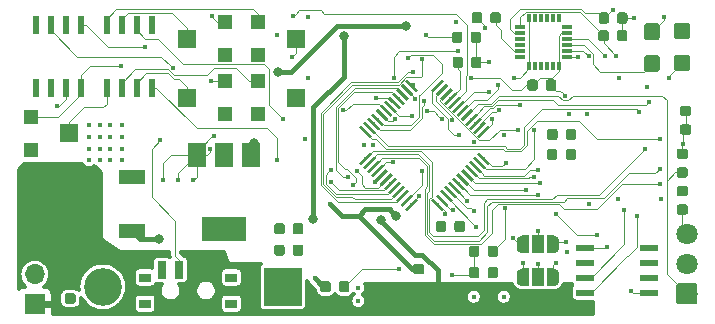
<source format=gbr>
G04 #@! TF.GenerationSoftware,KiCad,Pcbnew,5.1.0*
G04 #@! TF.CreationDate,2019-04-02T20:23:27-06:00*
G04 #@! TF.ProjectId,minisumo-FreeRTOS,6d696e69-7375-46d6-9f2d-467265655254,rev?*
G04 #@! TF.SameCoordinates,Original*
G04 #@! TF.FileFunction,Copper,L4,Bot*
G04 #@! TF.FilePolarity,Positive*
%FSLAX46Y46*%
G04 Gerber Fmt 4.6, Leading zero omitted, Abs format (unit mm)*
G04 Created by KiCad (PCBNEW 5.1.0) date 2019-04-02 20:23:27*
%MOMM*%
%LPD*%
G04 APERTURE LIST*
%ADD10C,0.100000*%
%ADD11C,0.875000*%
%ADD12C,1.350000*%
%ADD13R,0.850000X0.350000*%
%ADD14R,0.350000X0.800000*%
%ADD15R,3.200000X3.200000*%
%ADD16O,3.200000X3.200000*%
%ADD17R,2.200000X1.200000*%
%ADD18R,6.400000X5.800000*%
%ADD19R,0.700000X1.500000*%
%ADD20R,1.000000X0.800000*%
%ADD21R,3.800000X2.000000*%
%ADD22R,1.500000X2.000000*%
%ADD23C,0.250000*%
%ADD24C,1.800000*%
%ADD25R,1.550000X0.600000*%
%ADD26R,1.700000X1.700000*%
%ADD27O,1.700000X1.700000*%
%ADD28C,0.500000*%
%ADD29R,1.000000X1.500000*%
%ADD30R,1.200000X1.200000*%
%ADD31R,1.500000X1.600000*%
%ADD32R,0.600000X1.550000*%
%ADD33C,0.800000*%
%ADD34C,0.450000*%
%ADD35C,0.400000*%
%ADD36C,0.300000*%
G04 APERTURE END LIST*
D10*
G36*
X167102691Y-101026053D02*
G01*
X167123926Y-101029203D01*
X167144750Y-101034419D01*
X167164962Y-101041651D01*
X167184368Y-101050830D01*
X167202781Y-101061866D01*
X167220024Y-101074654D01*
X167235930Y-101089070D01*
X167250346Y-101104976D01*
X167263134Y-101122219D01*
X167274170Y-101140632D01*
X167283349Y-101160038D01*
X167290581Y-101180250D01*
X167295797Y-101201074D01*
X167298947Y-101222309D01*
X167300000Y-101243750D01*
X167300000Y-101681250D01*
X167298947Y-101702691D01*
X167295797Y-101723926D01*
X167290581Y-101744750D01*
X167283349Y-101764962D01*
X167274170Y-101784368D01*
X167263134Y-101802781D01*
X167250346Y-101820024D01*
X167235930Y-101835930D01*
X167220024Y-101850346D01*
X167202781Y-101863134D01*
X167184368Y-101874170D01*
X167164962Y-101883349D01*
X167144750Y-101890581D01*
X167123926Y-101895797D01*
X167102691Y-101898947D01*
X167081250Y-101900000D01*
X166568750Y-101900000D01*
X166547309Y-101898947D01*
X166526074Y-101895797D01*
X166505250Y-101890581D01*
X166485038Y-101883349D01*
X166465632Y-101874170D01*
X166447219Y-101863134D01*
X166429976Y-101850346D01*
X166414070Y-101835930D01*
X166399654Y-101820024D01*
X166386866Y-101802781D01*
X166375830Y-101784368D01*
X166366651Y-101764962D01*
X166359419Y-101744750D01*
X166354203Y-101723926D01*
X166351053Y-101702691D01*
X166350000Y-101681250D01*
X166350000Y-101243750D01*
X166351053Y-101222309D01*
X166354203Y-101201074D01*
X166359419Y-101180250D01*
X166366651Y-101160038D01*
X166375830Y-101140632D01*
X166386866Y-101122219D01*
X166399654Y-101104976D01*
X166414070Y-101089070D01*
X166429976Y-101074654D01*
X166447219Y-101061866D01*
X166465632Y-101050830D01*
X166485038Y-101041651D01*
X166505250Y-101034419D01*
X166526074Y-101029203D01*
X166547309Y-101026053D01*
X166568750Y-101025000D01*
X167081250Y-101025000D01*
X167102691Y-101026053D01*
X167102691Y-101026053D01*
G37*
D11*
X166825000Y-101462500D03*
D10*
G36*
X167102691Y-99451053D02*
G01*
X167123926Y-99454203D01*
X167144750Y-99459419D01*
X167164962Y-99466651D01*
X167184368Y-99475830D01*
X167202781Y-99486866D01*
X167220024Y-99499654D01*
X167235930Y-99514070D01*
X167250346Y-99529976D01*
X167263134Y-99547219D01*
X167274170Y-99565632D01*
X167283349Y-99585038D01*
X167290581Y-99605250D01*
X167295797Y-99626074D01*
X167298947Y-99647309D01*
X167300000Y-99668750D01*
X167300000Y-100106250D01*
X167298947Y-100127691D01*
X167295797Y-100148926D01*
X167290581Y-100169750D01*
X167283349Y-100189962D01*
X167274170Y-100209368D01*
X167263134Y-100227781D01*
X167250346Y-100245024D01*
X167235930Y-100260930D01*
X167220024Y-100275346D01*
X167202781Y-100288134D01*
X167184368Y-100299170D01*
X167164962Y-100308349D01*
X167144750Y-100315581D01*
X167123926Y-100320797D01*
X167102691Y-100323947D01*
X167081250Y-100325000D01*
X166568750Y-100325000D01*
X166547309Y-100323947D01*
X166526074Y-100320797D01*
X166505250Y-100315581D01*
X166485038Y-100308349D01*
X166465632Y-100299170D01*
X166447219Y-100288134D01*
X166429976Y-100275346D01*
X166414070Y-100260930D01*
X166399654Y-100245024D01*
X166386866Y-100227781D01*
X166375830Y-100209368D01*
X166366651Y-100189962D01*
X166359419Y-100169750D01*
X166354203Y-100148926D01*
X166351053Y-100127691D01*
X166350000Y-100106250D01*
X166350000Y-99668750D01*
X166351053Y-99647309D01*
X166354203Y-99626074D01*
X166359419Y-99605250D01*
X166366651Y-99585038D01*
X166375830Y-99565632D01*
X166386866Y-99547219D01*
X166399654Y-99529976D01*
X166414070Y-99514070D01*
X166429976Y-99499654D01*
X166447219Y-99486866D01*
X166465632Y-99475830D01*
X166485038Y-99466651D01*
X166505250Y-99459419D01*
X166526074Y-99454203D01*
X166547309Y-99451053D01*
X166568750Y-99450000D01*
X167081250Y-99450000D01*
X167102691Y-99451053D01*
X167102691Y-99451053D01*
G37*
D11*
X166825000Y-99887500D03*
D10*
G36*
X161977691Y-86276053D02*
G01*
X161998926Y-86279203D01*
X162019750Y-86284419D01*
X162039962Y-86291651D01*
X162059368Y-86300830D01*
X162077781Y-86311866D01*
X162095024Y-86324654D01*
X162110930Y-86339070D01*
X162125346Y-86354976D01*
X162138134Y-86372219D01*
X162149170Y-86390632D01*
X162158349Y-86410038D01*
X162165581Y-86430250D01*
X162170797Y-86451074D01*
X162173947Y-86472309D01*
X162175000Y-86493750D01*
X162175000Y-87006250D01*
X162173947Y-87027691D01*
X162170797Y-87048926D01*
X162165581Y-87069750D01*
X162158349Y-87089962D01*
X162149170Y-87109368D01*
X162138134Y-87127781D01*
X162125346Y-87145024D01*
X162110930Y-87160930D01*
X162095024Y-87175346D01*
X162077781Y-87188134D01*
X162059368Y-87199170D01*
X162039962Y-87208349D01*
X162019750Y-87215581D01*
X161998926Y-87220797D01*
X161977691Y-87223947D01*
X161956250Y-87225000D01*
X161518750Y-87225000D01*
X161497309Y-87223947D01*
X161476074Y-87220797D01*
X161455250Y-87215581D01*
X161435038Y-87208349D01*
X161415632Y-87199170D01*
X161397219Y-87188134D01*
X161379976Y-87175346D01*
X161364070Y-87160930D01*
X161349654Y-87145024D01*
X161336866Y-87127781D01*
X161325830Y-87109368D01*
X161316651Y-87089962D01*
X161309419Y-87069750D01*
X161304203Y-87048926D01*
X161301053Y-87027691D01*
X161300000Y-87006250D01*
X161300000Y-86493750D01*
X161301053Y-86472309D01*
X161304203Y-86451074D01*
X161309419Y-86430250D01*
X161316651Y-86410038D01*
X161325830Y-86390632D01*
X161336866Y-86372219D01*
X161349654Y-86354976D01*
X161364070Y-86339070D01*
X161379976Y-86324654D01*
X161397219Y-86311866D01*
X161415632Y-86300830D01*
X161435038Y-86291651D01*
X161455250Y-86284419D01*
X161476074Y-86279203D01*
X161497309Y-86276053D01*
X161518750Y-86275000D01*
X161956250Y-86275000D01*
X161977691Y-86276053D01*
X161977691Y-86276053D01*
G37*
D11*
X161737500Y-86750000D03*
D10*
G36*
X160402691Y-86276053D02*
G01*
X160423926Y-86279203D01*
X160444750Y-86284419D01*
X160464962Y-86291651D01*
X160484368Y-86300830D01*
X160502781Y-86311866D01*
X160520024Y-86324654D01*
X160535930Y-86339070D01*
X160550346Y-86354976D01*
X160563134Y-86372219D01*
X160574170Y-86390632D01*
X160583349Y-86410038D01*
X160590581Y-86430250D01*
X160595797Y-86451074D01*
X160598947Y-86472309D01*
X160600000Y-86493750D01*
X160600000Y-87006250D01*
X160598947Y-87027691D01*
X160595797Y-87048926D01*
X160590581Y-87069750D01*
X160583349Y-87089962D01*
X160574170Y-87109368D01*
X160563134Y-87127781D01*
X160550346Y-87145024D01*
X160535930Y-87160930D01*
X160520024Y-87175346D01*
X160502781Y-87188134D01*
X160484368Y-87199170D01*
X160464962Y-87208349D01*
X160444750Y-87215581D01*
X160423926Y-87220797D01*
X160402691Y-87223947D01*
X160381250Y-87225000D01*
X159943750Y-87225000D01*
X159922309Y-87223947D01*
X159901074Y-87220797D01*
X159880250Y-87215581D01*
X159860038Y-87208349D01*
X159840632Y-87199170D01*
X159822219Y-87188134D01*
X159804976Y-87175346D01*
X159789070Y-87160930D01*
X159774654Y-87145024D01*
X159761866Y-87127781D01*
X159750830Y-87109368D01*
X159741651Y-87089962D01*
X159734419Y-87069750D01*
X159729203Y-87048926D01*
X159726053Y-87027691D01*
X159725000Y-87006250D01*
X159725000Y-86493750D01*
X159726053Y-86472309D01*
X159729203Y-86451074D01*
X159734419Y-86430250D01*
X159741651Y-86410038D01*
X159750830Y-86390632D01*
X159761866Y-86372219D01*
X159774654Y-86354976D01*
X159789070Y-86339070D01*
X159804976Y-86324654D01*
X159822219Y-86311866D01*
X159840632Y-86300830D01*
X159860038Y-86291651D01*
X159880250Y-86284419D01*
X159901074Y-86279203D01*
X159922309Y-86276053D01*
X159943750Y-86275000D01*
X160381250Y-86275000D01*
X160402691Y-86276053D01*
X160402691Y-86276053D01*
G37*
D11*
X160162500Y-86750000D03*
D10*
G36*
X161990191Y-84776053D02*
G01*
X162011426Y-84779203D01*
X162032250Y-84784419D01*
X162052462Y-84791651D01*
X162071868Y-84800830D01*
X162090281Y-84811866D01*
X162107524Y-84824654D01*
X162123430Y-84839070D01*
X162137846Y-84854976D01*
X162150634Y-84872219D01*
X162161670Y-84890632D01*
X162170849Y-84910038D01*
X162178081Y-84930250D01*
X162183297Y-84951074D01*
X162186447Y-84972309D01*
X162187500Y-84993750D01*
X162187500Y-85506250D01*
X162186447Y-85527691D01*
X162183297Y-85548926D01*
X162178081Y-85569750D01*
X162170849Y-85589962D01*
X162161670Y-85609368D01*
X162150634Y-85627781D01*
X162137846Y-85645024D01*
X162123430Y-85660930D01*
X162107524Y-85675346D01*
X162090281Y-85688134D01*
X162071868Y-85699170D01*
X162052462Y-85708349D01*
X162032250Y-85715581D01*
X162011426Y-85720797D01*
X161990191Y-85723947D01*
X161968750Y-85725000D01*
X161531250Y-85725000D01*
X161509809Y-85723947D01*
X161488574Y-85720797D01*
X161467750Y-85715581D01*
X161447538Y-85708349D01*
X161428132Y-85699170D01*
X161409719Y-85688134D01*
X161392476Y-85675346D01*
X161376570Y-85660930D01*
X161362154Y-85645024D01*
X161349366Y-85627781D01*
X161338330Y-85609368D01*
X161329151Y-85589962D01*
X161321919Y-85569750D01*
X161316703Y-85548926D01*
X161313553Y-85527691D01*
X161312500Y-85506250D01*
X161312500Y-84993750D01*
X161313553Y-84972309D01*
X161316703Y-84951074D01*
X161321919Y-84930250D01*
X161329151Y-84910038D01*
X161338330Y-84890632D01*
X161349366Y-84872219D01*
X161362154Y-84854976D01*
X161376570Y-84839070D01*
X161392476Y-84824654D01*
X161409719Y-84811866D01*
X161428132Y-84800830D01*
X161447538Y-84791651D01*
X161467750Y-84784419D01*
X161488574Y-84779203D01*
X161509809Y-84776053D01*
X161531250Y-84775000D01*
X161968750Y-84775000D01*
X161990191Y-84776053D01*
X161990191Y-84776053D01*
G37*
D11*
X161750000Y-85250000D03*
D10*
G36*
X160415191Y-84776053D02*
G01*
X160436426Y-84779203D01*
X160457250Y-84784419D01*
X160477462Y-84791651D01*
X160496868Y-84800830D01*
X160515281Y-84811866D01*
X160532524Y-84824654D01*
X160548430Y-84839070D01*
X160562846Y-84854976D01*
X160575634Y-84872219D01*
X160586670Y-84890632D01*
X160595849Y-84910038D01*
X160603081Y-84930250D01*
X160608297Y-84951074D01*
X160611447Y-84972309D01*
X160612500Y-84993750D01*
X160612500Y-85506250D01*
X160611447Y-85527691D01*
X160608297Y-85548926D01*
X160603081Y-85569750D01*
X160595849Y-85589962D01*
X160586670Y-85609368D01*
X160575634Y-85627781D01*
X160562846Y-85645024D01*
X160548430Y-85660930D01*
X160532524Y-85675346D01*
X160515281Y-85688134D01*
X160496868Y-85699170D01*
X160477462Y-85708349D01*
X160457250Y-85715581D01*
X160436426Y-85720797D01*
X160415191Y-85723947D01*
X160393750Y-85725000D01*
X159956250Y-85725000D01*
X159934809Y-85723947D01*
X159913574Y-85720797D01*
X159892750Y-85715581D01*
X159872538Y-85708349D01*
X159853132Y-85699170D01*
X159834719Y-85688134D01*
X159817476Y-85675346D01*
X159801570Y-85660930D01*
X159787154Y-85645024D01*
X159774366Y-85627781D01*
X159763330Y-85609368D01*
X159754151Y-85589962D01*
X159746919Y-85569750D01*
X159741703Y-85548926D01*
X159738553Y-85527691D01*
X159737500Y-85506250D01*
X159737500Y-84993750D01*
X159738553Y-84972309D01*
X159741703Y-84951074D01*
X159746919Y-84930250D01*
X159754151Y-84910038D01*
X159763330Y-84890632D01*
X159774366Y-84872219D01*
X159787154Y-84854976D01*
X159801570Y-84839070D01*
X159817476Y-84824654D01*
X159834719Y-84811866D01*
X159853132Y-84800830D01*
X159872538Y-84791651D01*
X159892750Y-84784419D01*
X159913574Y-84779203D01*
X159934809Y-84776053D01*
X159956250Y-84775000D01*
X160393750Y-84775000D01*
X160415191Y-84776053D01*
X160415191Y-84776053D01*
G37*
D11*
X160175000Y-85250000D03*
D10*
G36*
X154377691Y-90451053D02*
G01*
X154398926Y-90454203D01*
X154419750Y-90459419D01*
X154439962Y-90466651D01*
X154459368Y-90475830D01*
X154477781Y-90486866D01*
X154495024Y-90499654D01*
X154510930Y-90514070D01*
X154525346Y-90529976D01*
X154538134Y-90547219D01*
X154549170Y-90565632D01*
X154558349Y-90585038D01*
X154565581Y-90605250D01*
X154570797Y-90626074D01*
X154573947Y-90647309D01*
X154575000Y-90668750D01*
X154575000Y-91181250D01*
X154573947Y-91202691D01*
X154570797Y-91223926D01*
X154565581Y-91244750D01*
X154558349Y-91264962D01*
X154549170Y-91284368D01*
X154538134Y-91302781D01*
X154525346Y-91320024D01*
X154510930Y-91335930D01*
X154495024Y-91350346D01*
X154477781Y-91363134D01*
X154459368Y-91374170D01*
X154439962Y-91383349D01*
X154419750Y-91390581D01*
X154398926Y-91395797D01*
X154377691Y-91398947D01*
X154356250Y-91400000D01*
X153918750Y-91400000D01*
X153897309Y-91398947D01*
X153876074Y-91395797D01*
X153855250Y-91390581D01*
X153835038Y-91383349D01*
X153815632Y-91374170D01*
X153797219Y-91363134D01*
X153779976Y-91350346D01*
X153764070Y-91335930D01*
X153749654Y-91320024D01*
X153736866Y-91302781D01*
X153725830Y-91284368D01*
X153716651Y-91264962D01*
X153709419Y-91244750D01*
X153704203Y-91223926D01*
X153701053Y-91202691D01*
X153700000Y-91181250D01*
X153700000Y-90668750D01*
X153701053Y-90647309D01*
X153704203Y-90626074D01*
X153709419Y-90605250D01*
X153716651Y-90585038D01*
X153725830Y-90565632D01*
X153736866Y-90547219D01*
X153749654Y-90529976D01*
X153764070Y-90514070D01*
X153779976Y-90499654D01*
X153797219Y-90486866D01*
X153815632Y-90475830D01*
X153835038Y-90466651D01*
X153855250Y-90459419D01*
X153876074Y-90454203D01*
X153897309Y-90451053D01*
X153918750Y-90450000D01*
X154356250Y-90450000D01*
X154377691Y-90451053D01*
X154377691Y-90451053D01*
G37*
D11*
X154137500Y-90925000D03*
D10*
G36*
X155952691Y-90451053D02*
G01*
X155973926Y-90454203D01*
X155994750Y-90459419D01*
X156014962Y-90466651D01*
X156034368Y-90475830D01*
X156052781Y-90486866D01*
X156070024Y-90499654D01*
X156085930Y-90514070D01*
X156100346Y-90529976D01*
X156113134Y-90547219D01*
X156124170Y-90565632D01*
X156133349Y-90585038D01*
X156140581Y-90605250D01*
X156145797Y-90626074D01*
X156148947Y-90647309D01*
X156150000Y-90668750D01*
X156150000Y-91181250D01*
X156148947Y-91202691D01*
X156145797Y-91223926D01*
X156140581Y-91244750D01*
X156133349Y-91264962D01*
X156124170Y-91284368D01*
X156113134Y-91302781D01*
X156100346Y-91320024D01*
X156085930Y-91335930D01*
X156070024Y-91350346D01*
X156052781Y-91363134D01*
X156034368Y-91374170D01*
X156014962Y-91383349D01*
X155994750Y-91390581D01*
X155973926Y-91395797D01*
X155952691Y-91398947D01*
X155931250Y-91400000D01*
X155493750Y-91400000D01*
X155472309Y-91398947D01*
X155451074Y-91395797D01*
X155430250Y-91390581D01*
X155410038Y-91383349D01*
X155390632Y-91374170D01*
X155372219Y-91363134D01*
X155354976Y-91350346D01*
X155339070Y-91335930D01*
X155324654Y-91320024D01*
X155311866Y-91302781D01*
X155300830Y-91284368D01*
X155291651Y-91264962D01*
X155284419Y-91244750D01*
X155279203Y-91223926D01*
X155276053Y-91202691D01*
X155275000Y-91181250D01*
X155275000Y-90668750D01*
X155276053Y-90647309D01*
X155279203Y-90626074D01*
X155284419Y-90605250D01*
X155291651Y-90585038D01*
X155300830Y-90565632D01*
X155311866Y-90547219D01*
X155324654Y-90529976D01*
X155339070Y-90514070D01*
X155354976Y-90499654D01*
X155372219Y-90486866D01*
X155390632Y-90475830D01*
X155410038Y-90466651D01*
X155430250Y-90459419D01*
X155451074Y-90454203D01*
X155472309Y-90451053D01*
X155493750Y-90450000D01*
X155931250Y-90450000D01*
X155952691Y-90451053D01*
X155952691Y-90451053D01*
G37*
D11*
X155712500Y-90925000D03*
D10*
G36*
X167249505Y-88351204D02*
G01*
X167273773Y-88354804D01*
X167297572Y-88360765D01*
X167320671Y-88369030D01*
X167342850Y-88379520D01*
X167363893Y-88392132D01*
X167383599Y-88406747D01*
X167401777Y-88423223D01*
X167418253Y-88441401D01*
X167432868Y-88461107D01*
X167445480Y-88482150D01*
X167455970Y-88504329D01*
X167464235Y-88527428D01*
X167470196Y-88551227D01*
X167473796Y-88575495D01*
X167475000Y-88599999D01*
X167475000Y-89500001D01*
X167473796Y-89524505D01*
X167470196Y-89548773D01*
X167464235Y-89572572D01*
X167455970Y-89595671D01*
X167445480Y-89617850D01*
X167432868Y-89638893D01*
X167418253Y-89658599D01*
X167401777Y-89676777D01*
X167383599Y-89693253D01*
X167363893Y-89707868D01*
X167342850Y-89720480D01*
X167320671Y-89730970D01*
X167297572Y-89739235D01*
X167273773Y-89745196D01*
X167249505Y-89748796D01*
X167225001Y-89750000D01*
X166374999Y-89750000D01*
X166350495Y-89748796D01*
X166326227Y-89745196D01*
X166302428Y-89739235D01*
X166279329Y-89730970D01*
X166257150Y-89720480D01*
X166236107Y-89707868D01*
X166216401Y-89693253D01*
X166198223Y-89676777D01*
X166181747Y-89658599D01*
X166167132Y-89638893D01*
X166154520Y-89617850D01*
X166144030Y-89595671D01*
X166135765Y-89572572D01*
X166129804Y-89548773D01*
X166126204Y-89524505D01*
X166125000Y-89500001D01*
X166125000Y-88599999D01*
X166126204Y-88575495D01*
X166129804Y-88551227D01*
X166135765Y-88527428D01*
X166144030Y-88504329D01*
X166154520Y-88482150D01*
X166167132Y-88461107D01*
X166181747Y-88441401D01*
X166198223Y-88423223D01*
X166216401Y-88406747D01*
X166236107Y-88392132D01*
X166257150Y-88379520D01*
X166279329Y-88369030D01*
X166302428Y-88360765D01*
X166326227Y-88354804D01*
X166350495Y-88351204D01*
X166374999Y-88350000D01*
X167225001Y-88350000D01*
X167249505Y-88351204D01*
X167249505Y-88351204D01*
G37*
D12*
X166800000Y-89050000D03*
D10*
G36*
X167249505Y-85651204D02*
G01*
X167273773Y-85654804D01*
X167297572Y-85660765D01*
X167320671Y-85669030D01*
X167342850Y-85679520D01*
X167363893Y-85692132D01*
X167383599Y-85706747D01*
X167401777Y-85723223D01*
X167418253Y-85741401D01*
X167432868Y-85761107D01*
X167445480Y-85782150D01*
X167455970Y-85804329D01*
X167464235Y-85827428D01*
X167470196Y-85851227D01*
X167473796Y-85875495D01*
X167475000Y-85899999D01*
X167475000Y-86800001D01*
X167473796Y-86824505D01*
X167470196Y-86848773D01*
X167464235Y-86872572D01*
X167455970Y-86895671D01*
X167445480Y-86917850D01*
X167432868Y-86938893D01*
X167418253Y-86958599D01*
X167401777Y-86976777D01*
X167383599Y-86993253D01*
X167363893Y-87007868D01*
X167342850Y-87020480D01*
X167320671Y-87030970D01*
X167297572Y-87039235D01*
X167273773Y-87045196D01*
X167249505Y-87048796D01*
X167225001Y-87050000D01*
X166374999Y-87050000D01*
X166350495Y-87048796D01*
X166326227Y-87045196D01*
X166302428Y-87039235D01*
X166279329Y-87030970D01*
X166257150Y-87020480D01*
X166236107Y-87007868D01*
X166216401Y-86993253D01*
X166198223Y-86976777D01*
X166181747Y-86958599D01*
X166167132Y-86938893D01*
X166154520Y-86917850D01*
X166144030Y-86895671D01*
X166135765Y-86872572D01*
X166129804Y-86848773D01*
X166126204Y-86824505D01*
X166125000Y-86800001D01*
X166125000Y-85899999D01*
X166126204Y-85875495D01*
X166129804Y-85851227D01*
X166135765Y-85827428D01*
X166144030Y-85804329D01*
X166154520Y-85782150D01*
X166167132Y-85761107D01*
X166181747Y-85741401D01*
X166198223Y-85723223D01*
X166216401Y-85706747D01*
X166236107Y-85692132D01*
X166257150Y-85679520D01*
X166279329Y-85669030D01*
X166302428Y-85660765D01*
X166326227Y-85654804D01*
X166350495Y-85651204D01*
X166374999Y-85650000D01*
X167225001Y-85650000D01*
X167249505Y-85651204D01*
X167249505Y-85651204D01*
G37*
D12*
X166800000Y-86350000D03*
D10*
G36*
X149677691Y-84751053D02*
G01*
X149698926Y-84754203D01*
X149719750Y-84759419D01*
X149739962Y-84766651D01*
X149759368Y-84775830D01*
X149777781Y-84786866D01*
X149795024Y-84799654D01*
X149810930Y-84814070D01*
X149825346Y-84829976D01*
X149838134Y-84847219D01*
X149849170Y-84865632D01*
X149858349Y-84885038D01*
X149865581Y-84905250D01*
X149870797Y-84926074D01*
X149873947Y-84947309D01*
X149875000Y-84968750D01*
X149875000Y-85481250D01*
X149873947Y-85502691D01*
X149870797Y-85523926D01*
X149865581Y-85544750D01*
X149858349Y-85564962D01*
X149849170Y-85584368D01*
X149838134Y-85602781D01*
X149825346Y-85620024D01*
X149810930Y-85635930D01*
X149795024Y-85650346D01*
X149777781Y-85663134D01*
X149759368Y-85674170D01*
X149739962Y-85683349D01*
X149719750Y-85690581D01*
X149698926Y-85695797D01*
X149677691Y-85698947D01*
X149656250Y-85700000D01*
X149218750Y-85700000D01*
X149197309Y-85698947D01*
X149176074Y-85695797D01*
X149155250Y-85690581D01*
X149135038Y-85683349D01*
X149115632Y-85674170D01*
X149097219Y-85663134D01*
X149079976Y-85650346D01*
X149064070Y-85635930D01*
X149049654Y-85620024D01*
X149036866Y-85602781D01*
X149025830Y-85584368D01*
X149016651Y-85564962D01*
X149009419Y-85544750D01*
X149004203Y-85523926D01*
X149001053Y-85502691D01*
X149000000Y-85481250D01*
X149000000Y-84968750D01*
X149001053Y-84947309D01*
X149004203Y-84926074D01*
X149009419Y-84905250D01*
X149016651Y-84885038D01*
X149025830Y-84865632D01*
X149036866Y-84847219D01*
X149049654Y-84829976D01*
X149064070Y-84814070D01*
X149079976Y-84799654D01*
X149097219Y-84786866D01*
X149115632Y-84775830D01*
X149135038Y-84766651D01*
X149155250Y-84759419D01*
X149176074Y-84754203D01*
X149197309Y-84751053D01*
X149218750Y-84750000D01*
X149656250Y-84750000D01*
X149677691Y-84751053D01*
X149677691Y-84751053D01*
G37*
D11*
X149437500Y-85225000D03*
D10*
G36*
X151252691Y-84751053D02*
G01*
X151273926Y-84754203D01*
X151294750Y-84759419D01*
X151314962Y-84766651D01*
X151334368Y-84775830D01*
X151352781Y-84786866D01*
X151370024Y-84799654D01*
X151385930Y-84814070D01*
X151400346Y-84829976D01*
X151413134Y-84847219D01*
X151424170Y-84865632D01*
X151433349Y-84885038D01*
X151440581Y-84905250D01*
X151445797Y-84926074D01*
X151448947Y-84947309D01*
X151450000Y-84968750D01*
X151450000Y-85481250D01*
X151448947Y-85502691D01*
X151445797Y-85523926D01*
X151440581Y-85544750D01*
X151433349Y-85564962D01*
X151424170Y-85584368D01*
X151413134Y-85602781D01*
X151400346Y-85620024D01*
X151385930Y-85635930D01*
X151370024Y-85650346D01*
X151352781Y-85663134D01*
X151334368Y-85674170D01*
X151314962Y-85683349D01*
X151294750Y-85690581D01*
X151273926Y-85695797D01*
X151252691Y-85698947D01*
X151231250Y-85700000D01*
X150793750Y-85700000D01*
X150772309Y-85698947D01*
X150751074Y-85695797D01*
X150730250Y-85690581D01*
X150710038Y-85683349D01*
X150690632Y-85674170D01*
X150672219Y-85663134D01*
X150654976Y-85650346D01*
X150639070Y-85635930D01*
X150624654Y-85620024D01*
X150611866Y-85602781D01*
X150600830Y-85584368D01*
X150591651Y-85564962D01*
X150584419Y-85544750D01*
X150579203Y-85523926D01*
X150576053Y-85502691D01*
X150575000Y-85481250D01*
X150575000Y-84968750D01*
X150576053Y-84947309D01*
X150579203Y-84926074D01*
X150584419Y-84905250D01*
X150591651Y-84885038D01*
X150600830Y-84865632D01*
X150611866Y-84847219D01*
X150624654Y-84829976D01*
X150639070Y-84814070D01*
X150654976Y-84799654D01*
X150672219Y-84786866D01*
X150690632Y-84775830D01*
X150710038Y-84766651D01*
X150730250Y-84759419D01*
X150751074Y-84754203D01*
X150772309Y-84751053D01*
X150793750Y-84750000D01*
X151231250Y-84750000D01*
X151252691Y-84751053D01*
X151252691Y-84751053D01*
G37*
D11*
X151012500Y-85225000D03*
D10*
G36*
X164699505Y-85701204D02*
G01*
X164723773Y-85704804D01*
X164747572Y-85710765D01*
X164770671Y-85719030D01*
X164792850Y-85729520D01*
X164813893Y-85742132D01*
X164833599Y-85756747D01*
X164851777Y-85773223D01*
X164868253Y-85791401D01*
X164882868Y-85811107D01*
X164895480Y-85832150D01*
X164905970Y-85854329D01*
X164914235Y-85877428D01*
X164920196Y-85901227D01*
X164923796Y-85925495D01*
X164925000Y-85949999D01*
X164925000Y-86850001D01*
X164923796Y-86874505D01*
X164920196Y-86898773D01*
X164914235Y-86922572D01*
X164905970Y-86945671D01*
X164895480Y-86967850D01*
X164882868Y-86988893D01*
X164868253Y-87008599D01*
X164851777Y-87026777D01*
X164833599Y-87043253D01*
X164813893Y-87057868D01*
X164792850Y-87070480D01*
X164770671Y-87080970D01*
X164747572Y-87089235D01*
X164723773Y-87095196D01*
X164699505Y-87098796D01*
X164675001Y-87100000D01*
X163824999Y-87100000D01*
X163800495Y-87098796D01*
X163776227Y-87095196D01*
X163752428Y-87089235D01*
X163729329Y-87080970D01*
X163707150Y-87070480D01*
X163686107Y-87057868D01*
X163666401Y-87043253D01*
X163648223Y-87026777D01*
X163631747Y-87008599D01*
X163617132Y-86988893D01*
X163604520Y-86967850D01*
X163594030Y-86945671D01*
X163585765Y-86922572D01*
X163579804Y-86898773D01*
X163576204Y-86874505D01*
X163575000Y-86850001D01*
X163575000Y-85949999D01*
X163576204Y-85925495D01*
X163579804Y-85901227D01*
X163585765Y-85877428D01*
X163594030Y-85854329D01*
X163604520Y-85832150D01*
X163617132Y-85811107D01*
X163631747Y-85791401D01*
X163648223Y-85773223D01*
X163666401Y-85756747D01*
X163686107Y-85742132D01*
X163707150Y-85729520D01*
X163729329Y-85719030D01*
X163752428Y-85710765D01*
X163776227Y-85704804D01*
X163800495Y-85701204D01*
X163824999Y-85700000D01*
X164675001Y-85700000D01*
X164699505Y-85701204D01*
X164699505Y-85701204D01*
G37*
D12*
X164250000Y-86400000D03*
D10*
G36*
X164699505Y-88401204D02*
G01*
X164723773Y-88404804D01*
X164747572Y-88410765D01*
X164770671Y-88419030D01*
X164792850Y-88429520D01*
X164813893Y-88442132D01*
X164833599Y-88456747D01*
X164851777Y-88473223D01*
X164868253Y-88491401D01*
X164882868Y-88511107D01*
X164895480Y-88532150D01*
X164905970Y-88554329D01*
X164914235Y-88577428D01*
X164920196Y-88601227D01*
X164923796Y-88625495D01*
X164925000Y-88649999D01*
X164925000Y-89550001D01*
X164923796Y-89574505D01*
X164920196Y-89598773D01*
X164914235Y-89622572D01*
X164905970Y-89645671D01*
X164895480Y-89667850D01*
X164882868Y-89688893D01*
X164868253Y-89708599D01*
X164851777Y-89726777D01*
X164833599Y-89743253D01*
X164813893Y-89757868D01*
X164792850Y-89770480D01*
X164770671Y-89780970D01*
X164747572Y-89789235D01*
X164723773Y-89795196D01*
X164699505Y-89798796D01*
X164675001Y-89800000D01*
X163824999Y-89800000D01*
X163800495Y-89798796D01*
X163776227Y-89795196D01*
X163752428Y-89789235D01*
X163729329Y-89780970D01*
X163707150Y-89770480D01*
X163686107Y-89757868D01*
X163666401Y-89743253D01*
X163648223Y-89726777D01*
X163631747Y-89708599D01*
X163617132Y-89688893D01*
X163604520Y-89667850D01*
X163594030Y-89645671D01*
X163585765Y-89622572D01*
X163579804Y-89598773D01*
X163576204Y-89574505D01*
X163575000Y-89550001D01*
X163575000Y-88649999D01*
X163576204Y-88625495D01*
X163579804Y-88601227D01*
X163585765Y-88577428D01*
X163594030Y-88554329D01*
X163604520Y-88532150D01*
X163617132Y-88511107D01*
X163631747Y-88491401D01*
X163648223Y-88473223D01*
X163666401Y-88456747D01*
X163686107Y-88442132D01*
X163707150Y-88429520D01*
X163729329Y-88419030D01*
X163752428Y-88410765D01*
X163776227Y-88404804D01*
X163800495Y-88401204D01*
X163824999Y-88400000D01*
X164675001Y-88400000D01*
X164699505Y-88401204D01*
X164699505Y-88401204D01*
G37*
D12*
X164250000Y-89100000D03*
D13*
X153100000Y-86025000D03*
X153100000Y-86525000D03*
X153100000Y-88525000D03*
X153100000Y-88025000D03*
X153100000Y-87525000D03*
X153100000Y-87025000D03*
X157100000Y-88525000D03*
X157100000Y-88025000D03*
X157100000Y-87525000D03*
X157100000Y-86025000D03*
X157100000Y-86525000D03*
X157100000Y-87025000D03*
D14*
X156350000Y-89275000D03*
X155850000Y-89275000D03*
X155350000Y-89275000D03*
X153850000Y-89275000D03*
X154350000Y-89275000D03*
X154850000Y-89275000D03*
X153850000Y-85275000D03*
X154350000Y-85275000D03*
X156350000Y-85275000D03*
X155850000Y-85275000D03*
X155350000Y-85275000D03*
X154850000Y-85275000D03*
D10*
G36*
X115277691Y-106988553D02*
G01*
X115298926Y-106991703D01*
X115319750Y-106996919D01*
X115339962Y-107004151D01*
X115359368Y-107013330D01*
X115377781Y-107024366D01*
X115395024Y-107037154D01*
X115410930Y-107051570D01*
X115425346Y-107067476D01*
X115438134Y-107084719D01*
X115449170Y-107103132D01*
X115458349Y-107122538D01*
X115465581Y-107142750D01*
X115470797Y-107163574D01*
X115473947Y-107184809D01*
X115475000Y-107206250D01*
X115475000Y-107643750D01*
X115473947Y-107665191D01*
X115470797Y-107686426D01*
X115465581Y-107707250D01*
X115458349Y-107727462D01*
X115449170Y-107746868D01*
X115438134Y-107765281D01*
X115425346Y-107782524D01*
X115410930Y-107798430D01*
X115395024Y-107812846D01*
X115377781Y-107825634D01*
X115359368Y-107836670D01*
X115339962Y-107845849D01*
X115319750Y-107853081D01*
X115298926Y-107858297D01*
X115277691Y-107861447D01*
X115256250Y-107862500D01*
X114743750Y-107862500D01*
X114722309Y-107861447D01*
X114701074Y-107858297D01*
X114680250Y-107853081D01*
X114660038Y-107845849D01*
X114640632Y-107836670D01*
X114622219Y-107825634D01*
X114604976Y-107812846D01*
X114589070Y-107798430D01*
X114574654Y-107782524D01*
X114561866Y-107765281D01*
X114550830Y-107746868D01*
X114541651Y-107727462D01*
X114534419Y-107707250D01*
X114529203Y-107686426D01*
X114526053Y-107665191D01*
X114525000Y-107643750D01*
X114525000Y-107206250D01*
X114526053Y-107184809D01*
X114529203Y-107163574D01*
X114534419Y-107142750D01*
X114541651Y-107122538D01*
X114550830Y-107103132D01*
X114561866Y-107084719D01*
X114574654Y-107067476D01*
X114589070Y-107051570D01*
X114604976Y-107037154D01*
X114622219Y-107024366D01*
X114640632Y-107013330D01*
X114660038Y-107004151D01*
X114680250Y-106996919D01*
X114701074Y-106991703D01*
X114722309Y-106988553D01*
X114743750Y-106987500D01*
X115256250Y-106987500D01*
X115277691Y-106988553D01*
X115277691Y-106988553D01*
G37*
D11*
X115000000Y-107425000D03*
D10*
G36*
X115277691Y-108563553D02*
G01*
X115298926Y-108566703D01*
X115319750Y-108571919D01*
X115339962Y-108579151D01*
X115359368Y-108588330D01*
X115377781Y-108599366D01*
X115395024Y-108612154D01*
X115410930Y-108626570D01*
X115425346Y-108642476D01*
X115438134Y-108659719D01*
X115449170Y-108678132D01*
X115458349Y-108697538D01*
X115465581Y-108717750D01*
X115470797Y-108738574D01*
X115473947Y-108759809D01*
X115475000Y-108781250D01*
X115475000Y-109218750D01*
X115473947Y-109240191D01*
X115470797Y-109261426D01*
X115465581Y-109282250D01*
X115458349Y-109302462D01*
X115449170Y-109321868D01*
X115438134Y-109340281D01*
X115425346Y-109357524D01*
X115410930Y-109373430D01*
X115395024Y-109387846D01*
X115377781Y-109400634D01*
X115359368Y-109411670D01*
X115339962Y-109420849D01*
X115319750Y-109428081D01*
X115298926Y-109433297D01*
X115277691Y-109436447D01*
X115256250Y-109437500D01*
X114743750Y-109437500D01*
X114722309Y-109436447D01*
X114701074Y-109433297D01*
X114680250Y-109428081D01*
X114660038Y-109420849D01*
X114640632Y-109411670D01*
X114622219Y-109400634D01*
X114604976Y-109387846D01*
X114589070Y-109373430D01*
X114574654Y-109357524D01*
X114561866Y-109340281D01*
X114550830Y-109321868D01*
X114541651Y-109302462D01*
X114534419Y-109282250D01*
X114529203Y-109261426D01*
X114526053Y-109240191D01*
X114525000Y-109218750D01*
X114525000Y-108781250D01*
X114526053Y-108759809D01*
X114529203Y-108738574D01*
X114534419Y-108717750D01*
X114541651Y-108697538D01*
X114550830Y-108678132D01*
X114561866Y-108659719D01*
X114574654Y-108642476D01*
X114589070Y-108626570D01*
X114604976Y-108612154D01*
X114622219Y-108599366D01*
X114640632Y-108588330D01*
X114660038Y-108579151D01*
X114680250Y-108571919D01*
X114701074Y-108566703D01*
X114722309Y-108563553D01*
X114743750Y-108562500D01*
X115256250Y-108562500D01*
X115277691Y-108563553D01*
X115277691Y-108563553D01*
G37*
D11*
X115000000Y-109000000D03*
D10*
G36*
X138440191Y-107526053D02*
G01*
X138461426Y-107529203D01*
X138482250Y-107534419D01*
X138502462Y-107541651D01*
X138521868Y-107550830D01*
X138540281Y-107561866D01*
X138557524Y-107574654D01*
X138573430Y-107589070D01*
X138587846Y-107604976D01*
X138600634Y-107622219D01*
X138611670Y-107640632D01*
X138620849Y-107660038D01*
X138628081Y-107680250D01*
X138633297Y-107701074D01*
X138636447Y-107722309D01*
X138637500Y-107743750D01*
X138637500Y-108256250D01*
X138636447Y-108277691D01*
X138633297Y-108298926D01*
X138628081Y-108319750D01*
X138620849Y-108339962D01*
X138611670Y-108359368D01*
X138600634Y-108377781D01*
X138587846Y-108395024D01*
X138573430Y-108410930D01*
X138557524Y-108425346D01*
X138540281Y-108438134D01*
X138521868Y-108449170D01*
X138502462Y-108458349D01*
X138482250Y-108465581D01*
X138461426Y-108470797D01*
X138440191Y-108473947D01*
X138418750Y-108475000D01*
X137981250Y-108475000D01*
X137959809Y-108473947D01*
X137938574Y-108470797D01*
X137917750Y-108465581D01*
X137897538Y-108458349D01*
X137878132Y-108449170D01*
X137859719Y-108438134D01*
X137842476Y-108425346D01*
X137826570Y-108410930D01*
X137812154Y-108395024D01*
X137799366Y-108377781D01*
X137788330Y-108359368D01*
X137779151Y-108339962D01*
X137771919Y-108319750D01*
X137766703Y-108298926D01*
X137763553Y-108277691D01*
X137762500Y-108256250D01*
X137762500Y-107743750D01*
X137763553Y-107722309D01*
X137766703Y-107701074D01*
X137771919Y-107680250D01*
X137779151Y-107660038D01*
X137788330Y-107640632D01*
X137799366Y-107622219D01*
X137812154Y-107604976D01*
X137826570Y-107589070D01*
X137842476Y-107574654D01*
X137859719Y-107561866D01*
X137878132Y-107550830D01*
X137897538Y-107541651D01*
X137917750Y-107534419D01*
X137938574Y-107529203D01*
X137959809Y-107526053D01*
X137981250Y-107525000D01*
X138418750Y-107525000D01*
X138440191Y-107526053D01*
X138440191Y-107526053D01*
G37*
D11*
X138200000Y-108000000D03*
D10*
G36*
X136865191Y-107526053D02*
G01*
X136886426Y-107529203D01*
X136907250Y-107534419D01*
X136927462Y-107541651D01*
X136946868Y-107550830D01*
X136965281Y-107561866D01*
X136982524Y-107574654D01*
X136998430Y-107589070D01*
X137012846Y-107604976D01*
X137025634Y-107622219D01*
X137036670Y-107640632D01*
X137045849Y-107660038D01*
X137053081Y-107680250D01*
X137058297Y-107701074D01*
X137061447Y-107722309D01*
X137062500Y-107743750D01*
X137062500Y-108256250D01*
X137061447Y-108277691D01*
X137058297Y-108298926D01*
X137053081Y-108319750D01*
X137045849Y-108339962D01*
X137036670Y-108359368D01*
X137025634Y-108377781D01*
X137012846Y-108395024D01*
X136998430Y-108410930D01*
X136982524Y-108425346D01*
X136965281Y-108438134D01*
X136946868Y-108449170D01*
X136927462Y-108458349D01*
X136907250Y-108465581D01*
X136886426Y-108470797D01*
X136865191Y-108473947D01*
X136843750Y-108475000D01*
X136406250Y-108475000D01*
X136384809Y-108473947D01*
X136363574Y-108470797D01*
X136342750Y-108465581D01*
X136322538Y-108458349D01*
X136303132Y-108449170D01*
X136284719Y-108438134D01*
X136267476Y-108425346D01*
X136251570Y-108410930D01*
X136237154Y-108395024D01*
X136224366Y-108377781D01*
X136213330Y-108359368D01*
X136204151Y-108339962D01*
X136196919Y-108319750D01*
X136191703Y-108298926D01*
X136188553Y-108277691D01*
X136187500Y-108256250D01*
X136187500Y-107743750D01*
X136188553Y-107722309D01*
X136191703Y-107701074D01*
X136196919Y-107680250D01*
X136204151Y-107660038D01*
X136213330Y-107640632D01*
X136224366Y-107622219D01*
X136237154Y-107604976D01*
X136251570Y-107589070D01*
X136267476Y-107574654D01*
X136284719Y-107561866D01*
X136303132Y-107550830D01*
X136322538Y-107541651D01*
X136342750Y-107534419D01*
X136363574Y-107529203D01*
X136384809Y-107526053D01*
X136406250Y-107525000D01*
X136843750Y-107525000D01*
X136865191Y-107526053D01*
X136865191Y-107526053D01*
G37*
D11*
X136625000Y-108000000D03*
D10*
G36*
X144777691Y-107651053D02*
G01*
X144798926Y-107654203D01*
X144819750Y-107659419D01*
X144839962Y-107666651D01*
X144859368Y-107675830D01*
X144877781Y-107686866D01*
X144895024Y-107699654D01*
X144910930Y-107714070D01*
X144925346Y-107729976D01*
X144938134Y-107747219D01*
X144949170Y-107765632D01*
X144958349Y-107785038D01*
X144965581Y-107805250D01*
X144970797Y-107826074D01*
X144973947Y-107847309D01*
X144975000Y-107868750D01*
X144975000Y-108306250D01*
X144973947Y-108327691D01*
X144970797Y-108348926D01*
X144965581Y-108369750D01*
X144958349Y-108389962D01*
X144949170Y-108409368D01*
X144938134Y-108427781D01*
X144925346Y-108445024D01*
X144910930Y-108460930D01*
X144895024Y-108475346D01*
X144877781Y-108488134D01*
X144859368Y-108499170D01*
X144839962Y-108508349D01*
X144819750Y-108515581D01*
X144798926Y-108520797D01*
X144777691Y-108523947D01*
X144756250Y-108525000D01*
X144243750Y-108525000D01*
X144222309Y-108523947D01*
X144201074Y-108520797D01*
X144180250Y-108515581D01*
X144160038Y-108508349D01*
X144140632Y-108499170D01*
X144122219Y-108488134D01*
X144104976Y-108475346D01*
X144089070Y-108460930D01*
X144074654Y-108445024D01*
X144061866Y-108427781D01*
X144050830Y-108409368D01*
X144041651Y-108389962D01*
X144034419Y-108369750D01*
X144029203Y-108348926D01*
X144026053Y-108327691D01*
X144025000Y-108306250D01*
X144025000Y-107868750D01*
X144026053Y-107847309D01*
X144029203Y-107826074D01*
X144034419Y-107805250D01*
X144041651Y-107785038D01*
X144050830Y-107765632D01*
X144061866Y-107747219D01*
X144074654Y-107729976D01*
X144089070Y-107714070D01*
X144104976Y-107699654D01*
X144122219Y-107686866D01*
X144140632Y-107675830D01*
X144160038Y-107666651D01*
X144180250Y-107659419D01*
X144201074Y-107654203D01*
X144222309Y-107651053D01*
X144243750Y-107650000D01*
X144756250Y-107650000D01*
X144777691Y-107651053D01*
X144777691Y-107651053D01*
G37*
D11*
X144500000Y-108087500D03*
D10*
G36*
X144777691Y-106076053D02*
G01*
X144798926Y-106079203D01*
X144819750Y-106084419D01*
X144839962Y-106091651D01*
X144859368Y-106100830D01*
X144877781Y-106111866D01*
X144895024Y-106124654D01*
X144910930Y-106139070D01*
X144925346Y-106154976D01*
X144938134Y-106172219D01*
X144949170Y-106190632D01*
X144958349Y-106210038D01*
X144965581Y-106230250D01*
X144970797Y-106251074D01*
X144973947Y-106272309D01*
X144975000Y-106293750D01*
X144975000Y-106731250D01*
X144973947Y-106752691D01*
X144970797Y-106773926D01*
X144965581Y-106794750D01*
X144958349Y-106814962D01*
X144949170Y-106834368D01*
X144938134Y-106852781D01*
X144925346Y-106870024D01*
X144910930Y-106885930D01*
X144895024Y-106900346D01*
X144877781Y-106913134D01*
X144859368Y-106924170D01*
X144839962Y-106933349D01*
X144819750Y-106940581D01*
X144798926Y-106945797D01*
X144777691Y-106948947D01*
X144756250Y-106950000D01*
X144243750Y-106950000D01*
X144222309Y-106948947D01*
X144201074Y-106945797D01*
X144180250Y-106940581D01*
X144160038Y-106933349D01*
X144140632Y-106924170D01*
X144122219Y-106913134D01*
X144104976Y-106900346D01*
X144089070Y-106885930D01*
X144074654Y-106870024D01*
X144061866Y-106852781D01*
X144050830Y-106834368D01*
X144041651Y-106814962D01*
X144034419Y-106794750D01*
X144029203Y-106773926D01*
X144026053Y-106752691D01*
X144025000Y-106731250D01*
X144025000Y-106293750D01*
X144026053Y-106272309D01*
X144029203Y-106251074D01*
X144034419Y-106230250D01*
X144041651Y-106210038D01*
X144050830Y-106190632D01*
X144061866Y-106172219D01*
X144074654Y-106154976D01*
X144089070Y-106139070D01*
X144104976Y-106124654D01*
X144122219Y-106111866D01*
X144140632Y-106100830D01*
X144160038Y-106091651D01*
X144180250Y-106084419D01*
X144201074Y-106079203D01*
X144222309Y-106076053D01*
X144243750Y-106075000D01*
X144756250Y-106075000D01*
X144777691Y-106076053D01*
X144777691Y-106076053D01*
G37*
D11*
X144500000Y-106512500D03*
D10*
G36*
X134527691Y-104426053D02*
G01*
X134548926Y-104429203D01*
X134569750Y-104434419D01*
X134589962Y-104441651D01*
X134609368Y-104450830D01*
X134627781Y-104461866D01*
X134645024Y-104474654D01*
X134660930Y-104489070D01*
X134675346Y-104504976D01*
X134688134Y-104522219D01*
X134699170Y-104540632D01*
X134708349Y-104560038D01*
X134715581Y-104580250D01*
X134720797Y-104601074D01*
X134723947Y-104622309D01*
X134725000Y-104643750D01*
X134725000Y-105156250D01*
X134723947Y-105177691D01*
X134720797Y-105198926D01*
X134715581Y-105219750D01*
X134708349Y-105239962D01*
X134699170Y-105259368D01*
X134688134Y-105277781D01*
X134675346Y-105295024D01*
X134660930Y-105310930D01*
X134645024Y-105325346D01*
X134627781Y-105338134D01*
X134609368Y-105349170D01*
X134589962Y-105358349D01*
X134569750Y-105365581D01*
X134548926Y-105370797D01*
X134527691Y-105373947D01*
X134506250Y-105375000D01*
X134068750Y-105375000D01*
X134047309Y-105373947D01*
X134026074Y-105370797D01*
X134005250Y-105365581D01*
X133985038Y-105358349D01*
X133965632Y-105349170D01*
X133947219Y-105338134D01*
X133929976Y-105325346D01*
X133914070Y-105310930D01*
X133899654Y-105295024D01*
X133886866Y-105277781D01*
X133875830Y-105259368D01*
X133866651Y-105239962D01*
X133859419Y-105219750D01*
X133854203Y-105198926D01*
X133851053Y-105177691D01*
X133850000Y-105156250D01*
X133850000Y-104643750D01*
X133851053Y-104622309D01*
X133854203Y-104601074D01*
X133859419Y-104580250D01*
X133866651Y-104560038D01*
X133875830Y-104540632D01*
X133886866Y-104522219D01*
X133899654Y-104504976D01*
X133914070Y-104489070D01*
X133929976Y-104474654D01*
X133947219Y-104461866D01*
X133965632Y-104450830D01*
X133985038Y-104441651D01*
X134005250Y-104434419D01*
X134026074Y-104429203D01*
X134047309Y-104426053D01*
X134068750Y-104425000D01*
X134506250Y-104425000D01*
X134527691Y-104426053D01*
X134527691Y-104426053D01*
G37*
D11*
X134287500Y-104900000D03*
D10*
G36*
X132952691Y-104426053D02*
G01*
X132973926Y-104429203D01*
X132994750Y-104434419D01*
X133014962Y-104441651D01*
X133034368Y-104450830D01*
X133052781Y-104461866D01*
X133070024Y-104474654D01*
X133085930Y-104489070D01*
X133100346Y-104504976D01*
X133113134Y-104522219D01*
X133124170Y-104540632D01*
X133133349Y-104560038D01*
X133140581Y-104580250D01*
X133145797Y-104601074D01*
X133148947Y-104622309D01*
X133150000Y-104643750D01*
X133150000Y-105156250D01*
X133148947Y-105177691D01*
X133145797Y-105198926D01*
X133140581Y-105219750D01*
X133133349Y-105239962D01*
X133124170Y-105259368D01*
X133113134Y-105277781D01*
X133100346Y-105295024D01*
X133085930Y-105310930D01*
X133070024Y-105325346D01*
X133052781Y-105338134D01*
X133034368Y-105349170D01*
X133014962Y-105358349D01*
X132994750Y-105365581D01*
X132973926Y-105370797D01*
X132952691Y-105373947D01*
X132931250Y-105375000D01*
X132493750Y-105375000D01*
X132472309Y-105373947D01*
X132451074Y-105370797D01*
X132430250Y-105365581D01*
X132410038Y-105358349D01*
X132390632Y-105349170D01*
X132372219Y-105338134D01*
X132354976Y-105325346D01*
X132339070Y-105310930D01*
X132324654Y-105295024D01*
X132311866Y-105277781D01*
X132300830Y-105259368D01*
X132291651Y-105239962D01*
X132284419Y-105219750D01*
X132279203Y-105198926D01*
X132276053Y-105177691D01*
X132275000Y-105156250D01*
X132275000Y-104643750D01*
X132276053Y-104622309D01*
X132279203Y-104601074D01*
X132284419Y-104580250D01*
X132291651Y-104560038D01*
X132300830Y-104540632D01*
X132311866Y-104522219D01*
X132324654Y-104504976D01*
X132339070Y-104489070D01*
X132354976Y-104474654D01*
X132372219Y-104461866D01*
X132390632Y-104450830D01*
X132410038Y-104441651D01*
X132430250Y-104434419D01*
X132451074Y-104429203D01*
X132472309Y-104426053D01*
X132493750Y-104425000D01*
X132931250Y-104425000D01*
X132952691Y-104426053D01*
X132952691Y-104426053D01*
G37*
D11*
X132712500Y-104900000D03*
D10*
G36*
X132952691Y-102626053D02*
G01*
X132973926Y-102629203D01*
X132994750Y-102634419D01*
X133014962Y-102641651D01*
X133034368Y-102650830D01*
X133052781Y-102661866D01*
X133070024Y-102674654D01*
X133085930Y-102689070D01*
X133100346Y-102704976D01*
X133113134Y-102722219D01*
X133124170Y-102740632D01*
X133133349Y-102760038D01*
X133140581Y-102780250D01*
X133145797Y-102801074D01*
X133148947Y-102822309D01*
X133150000Y-102843750D01*
X133150000Y-103356250D01*
X133148947Y-103377691D01*
X133145797Y-103398926D01*
X133140581Y-103419750D01*
X133133349Y-103439962D01*
X133124170Y-103459368D01*
X133113134Y-103477781D01*
X133100346Y-103495024D01*
X133085930Y-103510930D01*
X133070024Y-103525346D01*
X133052781Y-103538134D01*
X133034368Y-103549170D01*
X133014962Y-103558349D01*
X132994750Y-103565581D01*
X132973926Y-103570797D01*
X132952691Y-103573947D01*
X132931250Y-103575000D01*
X132493750Y-103575000D01*
X132472309Y-103573947D01*
X132451074Y-103570797D01*
X132430250Y-103565581D01*
X132410038Y-103558349D01*
X132390632Y-103549170D01*
X132372219Y-103538134D01*
X132354976Y-103525346D01*
X132339070Y-103510930D01*
X132324654Y-103495024D01*
X132311866Y-103477781D01*
X132300830Y-103459368D01*
X132291651Y-103439962D01*
X132284419Y-103419750D01*
X132279203Y-103398926D01*
X132276053Y-103377691D01*
X132275000Y-103356250D01*
X132275000Y-102843750D01*
X132276053Y-102822309D01*
X132279203Y-102801074D01*
X132284419Y-102780250D01*
X132291651Y-102760038D01*
X132300830Y-102740632D01*
X132311866Y-102722219D01*
X132324654Y-102704976D01*
X132339070Y-102689070D01*
X132354976Y-102674654D01*
X132372219Y-102661866D01*
X132390632Y-102650830D01*
X132410038Y-102641651D01*
X132430250Y-102634419D01*
X132451074Y-102629203D01*
X132472309Y-102626053D01*
X132493750Y-102625000D01*
X132931250Y-102625000D01*
X132952691Y-102626053D01*
X132952691Y-102626053D01*
G37*
D11*
X132712500Y-103100000D03*
D10*
G36*
X134527691Y-102626053D02*
G01*
X134548926Y-102629203D01*
X134569750Y-102634419D01*
X134589962Y-102641651D01*
X134609368Y-102650830D01*
X134627781Y-102661866D01*
X134645024Y-102674654D01*
X134660930Y-102689070D01*
X134675346Y-102704976D01*
X134688134Y-102722219D01*
X134699170Y-102740632D01*
X134708349Y-102760038D01*
X134715581Y-102780250D01*
X134720797Y-102801074D01*
X134723947Y-102822309D01*
X134725000Y-102843750D01*
X134725000Y-103356250D01*
X134723947Y-103377691D01*
X134720797Y-103398926D01*
X134715581Y-103419750D01*
X134708349Y-103439962D01*
X134699170Y-103459368D01*
X134688134Y-103477781D01*
X134675346Y-103495024D01*
X134660930Y-103510930D01*
X134645024Y-103525346D01*
X134627781Y-103538134D01*
X134609368Y-103549170D01*
X134589962Y-103558349D01*
X134569750Y-103565581D01*
X134548926Y-103570797D01*
X134527691Y-103573947D01*
X134506250Y-103575000D01*
X134068750Y-103575000D01*
X134047309Y-103573947D01*
X134026074Y-103570797D01*
X134005250Y-103565581D01*
X133985038Y-103558349D01*
X133965632Y-103549170D01*
X133947219Y-103538134D01*
X133929976Y-103525346D01*
X133914070Y-103510930D01*
X133899654Y-103495024D01*
X133886866Y-103477781D01*
X133875830Y-103459368D01*
X133866651Y-103439962D01*
X133859419Y-103419750D01*
X133854203Y-103398926D01*
X133851053Y-103377691D01*
X133850000Y-103356250D01*
X133850000Y-102843750D01*
X133851053Y-102822309D01*
X133854203Y-102801074D01*
X133859419Y-102780250D01*
X133866651Y-102760038D01*
X133875830Y-102740632D01*
X133886866Y-102722219D01*
X133899654Y-102704976D01*
X133914070Y-102689070D01*
X133929976Y-102674654D01*
X133947219Y-102661866D01*
X133965632Y-102650830D01*
X133985038Y-102641651D01*
X134005250Y-102634419D01*
X134026074Y-102629203D01*
X134047309Y-102626053D01*
X134068750Y-102625000D01*
X134506250Y-102625000D01*
X134527691Y-102626053D01*
X134527691Y-102626053D01*
G37*
D11*
X134287500Y-103100000D03*
D10*
G36*
X156052691Y-96326053D02*
G01*
X156073926Y-96329203D01*
X156094750Y-96334419D01*
X156114962Y-96341651D01*
X156134368Y-96350830D01*
X156152781Y-96361866D01*
X156170024Y-96374654D01*
X156185930Y-96389070D01*
X156200346Y-96404976D01*
X156213134Y-96422219D01*
X156224170Y-96440632D01*
X156233349Y-96460038D01*
X156240581Y-96480250D01*
X156245797Y-96501074D01*
X156248947Y-96522309D01*
X156250000Y-96543750D01*
X156250000Y-97056250D01*
X156248947Y-97077691D01*
X156245797Y-97098926D01*
X156240581Y-97119750D01*
X156233349Y-97139962D01*
X156224170Y-97159368D01*
X156213134Y-97177781D01*
X156200346Y-97195024D01*
X156185930Y-97210930D01*
X156170024Y-97225346D01*
X156152781Y-97238134D01*
X156134368Y-97249170D01*
X156114962Y-97258349D01*
X156094750Y-97265581D01*
X156073926Y-97270797D01*
X156052691Y-97273947D01*
X156031250Y-97275000D01*
X155593750Y-97275000D01*
X155572309Y-97273947D01*
X155551074Y-97270797D01*
X155530250Y-97265581D01*
X155510038Y-97258349D01*
X155490632Y-97249170D01*
X155472219Y-97238134D01*
X155454976Y-97225346D01*
X155439070Y-97210930D01*
X155424654Y-97195024D01*
X155411866Y-97177781D01*
X155400830Y-97159368D01*
X155391651Y-97139962D01*
X155384419Y-97119750D01*
X155379203Y-97098926D01*
X155376053Y-97077691D01*
X155375000Y-97056250D01*
X155375000Y-96543750D01*
X155376053Y-96522309D01*
X155379203Y-96501074D01*
X155384419Y-96480250D01*
X155391651Y-96460038D01*
X155400830Y-96440632D01*
X155411866Y-96422219D01*
X155424654Y-96404976D01*
X155439070Y-96389070D01*
X155454976Y-96374654D01*
X155472219Y-96361866D01*
X155490632Y-96350830D01*
X155510038Y-96341651D01*
X155530250Y-96334419D01*
X155551074Y-96329203D01*
X155572309Y-96326053D01*
X155593750Y-96325000D01*
X156031250Y-96325000D01*
X156052691Y-96326053D01*
X156052691Y-96326053D01*
G37*
D11*
X155812500Y-96800000D03*
D10*
G36*
X157627691Y-96326053D02*
G01*
X157648926Y-96329203D01*
X157669750Y-96334419D01*
X157689962Y-96341651D01*
X157709368Y-96350830D01*
X157727781Y-96361866D01*
X157745024Y-96374654D01*
X157760930Y-96389070D01*
X157775346Y-96404976D01*
X157788134Y-96422219D01*
X157799170Y-96440632D01*
X157808349Y-96460038D01*
X157815581Y-96480250D01*
X157820797Y-96501074D01*
X157823947Y-96522309D01*
X157825000Y-96543750D01*
X157825000Y-97056250D01*
X157823947Y-97077691D01*
X157820797Y-97098926D01*
X157815581Y-97119750D01*
X157808349Y-97139962D01*
X157799170Y-97159368D01*
X157788134Y-97177781D01*
X157775346Y-97195024D01*
X157760930Y-97210930D01*
X157745024Y-97225346D01*
X157727781Y-97238134D01*
X157709368Y-97249170D01*
X157689962Y-97258349D01*
X157669750Y-97265581D01*
X157648926Y-97270797D01*
X157627691Y-97273947D01*
X157606250Y-97275000D01*
X157168750Y-97275000D01*
X157147309Y-97273947D01*
X157126074Y-97270797D01*
X157105250Y-97265581D01*
X157085038Y-97258349D01*
X157065632Y-97249170D01*
X157047219Y-97238134D01*
X157029976Y-97225346D01*
X157014070Y-97210930D01*
X156999654Y-97195024D01*
X156986866Y-97177781D01*
X156975830Y-97159368D01*
X156966651Y-97139962D01*
X156959419Y-97119750D01*
X156954203Y-97098926D01*
X156951053Y-97077691D01*
X156950000Y-97056250D01*
X156950000Y-96543750D01*
X156951053Y-96522309D01*
X156954203Y-96501074D01*
X156959419Y-96480250D01*
X156966651Y-96460038D01*
X156975830Y-96440632D01*
X156986866Y-96422219D01*
X156999654Y-96404976D01*
X157014070Y-96389070D01*
X157029976Y-96374654D01*
X157047219Y-96361866D01*
X157065632Y-96350830D01*
X157085038Y-96341651D01*
X157105250Y-96334419D01*
X157126074Y-96329203D01*
X157147309Y-96326053D01*
X157168750Y-96325000D01*
X157606250Y-96325000D01*
X157627691Y-96326053D01*
X157627691Y-96326053D01*
G37*
D11*
X157387500Y-96800000D03*
D10*
G36*
X157640191Y-94626053D02*
G01*
X157661426Y-94629203D01*
X157682250Y-94634419D01*
X157702462Y-94641651D01*
X157721868Y-94650830D01*
X157740281Y-94661866D01*
X157757524Y-94674654D01*
X157773430Y-94689070D01*
X157787846Y-94704976D01*
X157800634Y-94722219D01*
X157811670Y-94740632D01*
X157820849Y-94760038D01*
X157828081Y-94780250D01*
X157833297Y-94801074D01*
X157836447Y-94822309D01*
X157837500Y-94843750D01*
X157837500Y-95356250D01*
X157836447Y-95377691D01*
X157833297Y-95398926D01*
X157828081Y-95419750D01*
X157820849Y-95439962D01*
X157811670Y-95459368D01*
X157800634Y-95477781D01*
X157787846Y-95495024D01*
X157773430Y-95510930D01*
X157757524Y-95525346D01*
X157740281Y-95538134D01*
X157721868Y-95549170D01*
X157702462Y-95558349D01*
X157682250Y-95565581D01*
X157661426Y-95570797D01*
X157640191Y-95573947D01*
X157618750Y-95575000D01*
X157181250Y-95575000D01*
X157159809Y-95573947D01*
X157138574Y-95570797D01*
X157117750Y-95565581D01*
X157097538Y-95558349D01*
X157078132Y-95549170D01*
X157059719Y-95538134D01*
X157042476Y-95525346D01*
X157026570Y-95510930D01*
X157012154Y-95495024D01*
X156999366Y-95477781D01*
X156988330Y-95459368D01*
X156979151Y-95439962D01*
X156971919Y-95419750D01*
X156966703Y-95398926D01*
X156963553Y-95377691D01*
X156962500Y-95356250D01*
X156962500Y-94843750D01*
X156963553Y-94822309D01*
X156966703Y-94801074D01*
X156971919Y-94780250D01*
X156979151Y-94760038D01*
X156988330Y-94740632D01*
X156999366Y-94722219D01*
X157012154Y-94704976D01*
X157026570Y-94689070D01*
X157042476Y-94674654D01*
X157059719Y-94661866D01*
X157078132Y-94650830D01*
X157097538Y-94641651D01*
X157117750Y-94634419D01*
X157138574Y-94629203D01*
X157159809Y-94626053D01*
X157181250Y-94625000D01*
X157618750Y-94625000D01*
X157640191Y-94626053D01*
X157640191Y-94626053D01*
G37*
D11*
X157400000Y-95100000D03*
D10*
G36*
X156065191Y-94626053D02*
G01*
X156086426Y-94629203D01*
X156107250Y-94634419D01*
X156127462Y-94641651D01*
X156146868Y-94650830D01*
X156165281Y-94661866D01*
X156182524Y-94674654D01*
X156198430Y-94689070D01*
X156212846Y-94704976D01*
X156225634Y-94722219D01*
X156236670Y-94740632D01*
X156245849Y-94760038D01*
X156253081Y-94780250D01*
X156258297Y-94801074D01*
X156261447Y-94822309D01*
X156262500Y-94843750D01*
X156262500Y-95356250D01*
X156261447Y-95377691D01*
X156258297Y-95398926D01*
X156253081Y-95419750D01*
X156245849Y-95439962D01*
X156236670Y-95459368D01*
X156225634Y-95477781D01*
X156212846Y-95495024D01*
X156198430Y-95510930D01*
X156182524Y-95525346D01*
X156165281Y-95538134D01*
X156146868Y-95549170D01*
X156127462Y-95558349D01*
X156107250Y-95565581D01*
X156086426Y-95570797D01*
X156065191Y-95573947D01*
X156043750Y-95575000D01*
X155606250Y-95575000D01*
X155584809Y-95573947D01*
X155563574Y-95570797D01*
X155542750Y-95565581D01*
X155522538Y-95558349D01*
X155503132Y-95549170D01*
X155484719Y-95538134D01*
X155467476Y-95525346D01*
X155451570Y-95510930D01*
X155437154Y-95495024D01*
X155424366Y-95477781D01*
X155413330Y-95459368D01*
X155404151Y-95439962D01*
X155396919Y-95419750D01*
X155391703Y-95398926D01*
X155388553Y-95377691D01*
X155387500Y-95356250D01*
X155387500Y-94843750D01*
X155388553Y-94822309D01*
X155391703Y-94801074D01*
X155396919Y-94780250D01*
X155404151Y-94760038D01*
X155413330Y-94740632D01*
X155424366Y-94722219D01*
X155437154Y-94704976D01*
X155451570Y-94689070D01*
X155467476Y-94674654D01*
X155484719Y-94661866D01*
X155503132Y-94650830D01*
X155522538Y-94641651D01*
X155542750Y-94634419D01*
X155563574Y-94629203D01*
X155584809Y-94626053D01*
X155606250Y-94625000D01*
X156043750Y-94625000D01*
X156065191Y-94626053D01*
X156065191Y-94626053D01*
G37*
D11*
X155825000Y-95100000D03*
D10*
G36*
X148215191Y-102426053D02*
G01*
X148236426Y-102429203D01*
X148257250Y-102434419D01*
X148277462Y-102441651D01*
X148296868Y-102450830D01*
X148315281Y-102461866D01*
X148332524Y-102474654D01*
X148348430Y-102489070D01*
X148362846Y-102504976D01*
X148375634Y-102522219D01*
X148386670Y-102540632D01*
X148395849Y-102560038D01*
X148403081Y-102580250D01*
X148408297Y-102601074D01*
X148411447Y-102622309D01*
X148412500Y-102643750D01*
X148412500Y-103156250D01*
X148411447Y-103177691D01*
X148408297Y-103198926D01*
X148403081Y-103219750D01*
X148395849Y-103239962D01*
X148386670Y-103259368D01*
X148375634Y-103277781D01*
X148362846Y-103295024D01*
X148348430Y-103310930D01*
X148332524Y-103325346D01*
X148315281Y-103338134D01*
X148296868Y-103349170D01*
X148277462Y-103358349D01*
X148257250Y-103365581D01*
X148236426Y-103370797D01*
X148215191Y-103373947D01*
X148193750Y-103375000D01*
X147756250Y-103375000D01*
X147734809Y-103373947D01*
X147713574Y-103370797D01*
X147692750Y-103365581D01*
X147672538Y-103358349D01*
X147653132Y-103349170D01*
X147634719Y-103338134D01*
X147617476Y-103325346D01*
X147601570Y-103310930D01*
X147587154Y-103295024D01*
X147574366Y-103277781D01*
X147563330Y-103259368D01*
X147554151Y-103239962D01*
X147546919Y-103219750D01*
X147541703Y-103198926D01*
X147538553Y-103177691D01*
X147537500Y-103156250D01*
X147537500Y-102643750D01*
X147538553Y-102622309D01*
X147541703Y-102601074D01*
X147546919Y-102580250D01*
X147554151Y-102560038D01*
X147563330Y-102540632D01*
X147574366Y-102522219D01*
X147587154Y-102504976D01*
X147601570Y-102489070D01*
X147617476Y-102474654D01*
X147634719Y-102461866D01*
X147653132Y-102450830D01*
X147672538Y-102441651D01*
X147692750Y-102434419D01*
X147713574Y-102429203D01*
X147734809Y-102426053D01*
X147756250Y-102425000D01*
X148193750Y-102425000D01*
X148215191Y-102426053D01*
X148215191Y-102426053D01*
G37*
D11*
X147975000Y-102900000D03*
D10*
G36*
X146640191Y-102426053D02*
G01*
X146661426Y-102429203D01*
X146682250Y-102434419D01*
X146702462Y-102441651D01*
X146721868Y-102450830D01*
X146740281Y-102461866D01*
X146757524Y-102474654D01*
X146773430Y-102489070D01*
X146787846Y-102504976D01*
X146800634Y-102522219D01*
X146811670Y-102540632D01*
X146820849Y-102560038D01*
X146828081Y-102580250D01*
X146833297Y-102601074D01*
X146836447Y-102622309D01*
X146837500Y-102643750D01*
X146837500Y-103156250D01*
X146836447Y-103177691D01*
X146833297Y-103198926D01*
X146828081Y-103219750D01*
X146820849Y-103239962D01*
X146811670Y-103259368D01*
X146800634Y-103277781D01*
X146787846Y-103295024D01*
X146773430Y-103310930D01*
X146757524Y-103325346D01*
X146740281Y-103338134D01*
X146721868Y-103349170D01*
X146702462Y-103358349D01*
X146682250Y-103365581D01*
X146661426Y-103370797D01*
X146640191Y-103373947D01*
X146618750Y-103375000D01*
X146181250Y-103375000D01*
X146159809Y-103373947D01*
X146138574Y-103370797D01*
X146117750Y-103365581D01*
X146097538Y-103358349D01*
X146078132Y-103349170D01*
X146059719Y-103338134D01*
X146042476Y-103325346D01*
X146026570Y-103310930D01*
X146012154Y-103295024D01*
X145999366Y-103277781D01*
X145988330Y-103259368D01*
X145979151Y-103239962D01*
X145971919Y-103219750D01*
X145966703Y-103198926D01*
X145963553Y-103177691D01*
X145962500Y-103156250D01*
X145962500Y-102643750D01*
X145963553Y-102622309D01*
X145966703Y-102601074D01*
X145971919Y-102580250D01*
X145979151Y-102560038D01*
X145988330Y-102540632D01*
X145999366Y-102522219D01*
X146012154Y-102504976D01*
X146026570Y-102489070D01*
X146042476Y-102474654D01*
X146059719Y-102461866D01*
X146078132Y-102450830D01*
X146097538Y-102441651D01*
X146117750Y-102434419D01*
X146138574Y-102429203D01*
X146159809Y-102426053D01*
X146181250Y-102425000D01*
X146618750Y-102425000D01*
X146640191Y-102426053D01*
X146640191Y-102426053D01*
G37*
D11*
X146400000Y-102900000D03*
D10*
G36*
X149452691Y-106326053D02*
G01*
X149473926Y-106329203D01*
X149494750Y-106334419D01*
X149514962Y-106341651D01*
X149534368Y-106350830D01*
X149552781Y-106361866D01*
X149570024Y-106374654D01*
X149585930Y-106389070D01*
X149600346Y-106404976D01*
X149613134Y-106422219D01*
X149624170Y-106440632D01*
X149633349Y-106460038D01*
X149640581Y-106480250D01*
X149645797Y-106501074D01*
X149648947Y-106522309D01*
X149650000Y-106543750D01*
X149650000Y-107056250D01*
X149648947Y-107077691D01*
X149645797Y-107098926D01*
X149640581Y-107119750D01*
X149633349Y-107139962D01*
X149624170Y-107159368D01*
X149613134Y-107177781D01*
X149600346Y-107195024D01*
X149585930Y-107210930D01*
X149570024Y-107225346D01*
X149552781Y-107238134D01*
X149534368Y-107249170D01*
X149514962Y-107258349D01*
X149494750Y-107265581D01*
X149473926Y-107270797D01*
X149452691Y-107273947D01*
X149431250Y-107275000D01*
X148993750Y-107275000D01*
X148972309Y-107273947D01*
X148951074Y-107270797D01*
X148930250Y-107265581D01*
X148910038Y-107258349D01*
X148890632Y-107249170D01*
X148872219Y-107238134D01*
X148854976Y-107225346D01*
X148839070Y-107210930D01*
X148824654Y-107195024D01*
X148811866Y-107177781D01*
X148800830Y-107159368D01*
X148791651Y-107139962D01*
X148784419Y-107119750D01*
X148779203Y-107098926D01*
X148776053Y-107077691D01*
X148775000Y-107056250D01*
X148775000Y-106543750D01*
X148776053Y-106522309D01*
X148779203Y-106501074D01*
X148784419Y-106480250D01*
X148791651Y-106460038D01*
X148800830Y-106440632D01*
X148811866Y-106422219D01*
X148824654Y-106404976D01*
X148839070Y-106389070D01*
X148854976Y-106374654D01*
X148872219Y-106361866D01*
X148890632Y-106350830D01*
X148910038Y-106341651D01*
X148930250Y-106334419D01*
X148951074Y-106329203D01*
X148972309Y-106326053D01*
X148993750Y-106325000D01*
X149431250Y-106325000D01*
X149452691Y-106326053D01*
X149452691Y-106326053D01*
G37*
D11*
X149212500Y-106800000D03*
D10*
G36*
X151027691Y-106326053D02*
G01*
X151048926Y-106329203D01*
X151069750Y-106334419D01*
X151089962Y-106341651D01*
X151109368Y-106350830D01*
X151127781Y-106361866D01*
X151145024Y-106374654D01*
X151160930Y-106389070D01*
X151175346Y-106404976D01*
X151188134Y-106422219D01*
X151199170Y-106440632D01*
X151208349Y-106460038D01*
X151215581Y-106480250D01*
X151220797Y-106501074D01*
X151223947Y-106522309D01*
X151225000Y-106543750D01*
X151225000Y-107056250D01*
X151223947Y-107077691D01*
X151220797Y-107098926D01*
X151215581Y-107119750D01*
X151208349Y-107139962D01*
X151199170Y-107159368D01*
X151188134Y-107177781D01*
X151175346Y-107195024D01*
X151160930Y-107210930D01*
X151145024Y-107225346D01*
X151127781Y-107238134D01*
X151109368Y-107249170D01*
X151089962Y-107258349D01*
X151069750Y-107265581D01*
X151048926Y-107270797D01*
X151027691Y-107273947D01*
X151006250Y-107275000D01*
X150568750Y-107275000D01*
X150547309Y-107273947D01*
X150526074Y-107270797D01*
X150505250Y-107265581D01*
X150485038Y-107258349D01*
X150465632Y-107249170D01*
X150447219Y-107238134D01*
X150429976Y-107225346D01*
X150414070Y-107210930D01*
X150399654Y-107195024D01*
X150386866Y-107177781D01*
X150375830Y-107159368D01*
X150366651Y-107139962D01*
X150359419Y-107119750D01*
X150354203Y-107098926D01*
X150351053Y-107077691D01*
X150350000Y-107056250D01*
X150350000Y-106543750D01*
X150351053Y-106522309D01*
X150354203Y-106501074D01*
X150359419Y-106480250D01*
X150366651Y-106460038D01*
X150375830Y-106440632D01*
X150386866Y-106422219D01*
X150399654Y-106404976D01*
X150414070Y-106389070D01*
X150429976Y-106374654D01*
X150447219Y-106361866D01*
X150465632Y-106350830D01*
X150485038Y-106341651D01*
X150505250Y-106334419D01*
X150526074Y-106329203D01*
X150547309Y-106326053D01*
X150568750Y-106325000D01*
X151006250Y-106325000D01*
X151027691Y-106326053D01*
X151027691Y-106326053D01*
G37*
D11*
X150787500Y-106800000D03*
D10*
G36*
X148015191Y-86401053D02*
G01*
X148036426Y-86404203D01*
X148057250Y-86409419D01*
X148077462Y-86416651D01*
X148096868Y-86425830D01*
X148115281Y-86436866D01*
X148132524Y-86449654D01*
X148148430Y-86464070D01*
X148162846Y-86479976D01*
X148175634Y-86497219D01*
X148186670Y-86515632D01*
X148195849Y-86535038D01*
X148203081Y-86555250D01*
X148208297Y-86576074D01*
X148211447Y-86597309D01*
X148212500Y-86618750D01*
X148212500Y-87131250D01*
X148211447Y-87152691D01*
X148208297Y-87173926D01*
X148203081Y-87194750D01*
X148195849Y-87214962D01*
X148186670Y-87234368D01*
X148175634Y-87252781D01*
X148162846Y-87270024D01*
X148148430Y-87285930D01*
X148132524Y-87300346D01*
X148115281Y-87313134D01*
X148096868Y-87324170D01*
X148077462Y-87333349D01*
X148057250Y-87340581D01*
X148036426Y-87345797D01*
X148015191Y-87348947D01*
X147993750Y-87350000D01*
X147556250Y-87350000D01*
X147534809Y-87348947D01*
X147513574Y-87345797D01*
X147492750Y-87340581D01*
X147472538Y-87333349D01*
X147453132Y-87324170D01*
X147434719Y-87313134D01*
X147417476Y-87300346D01*
X147401570Y-87285930D01*
X147387154Y-87270024D01*
X147374366Y-87252781D01*
X147363330Y-87234368D01*
X147354151Y-87214962D01*
X147346919Y-87194750D01*
X147341703Y-87173926D01*
X147338553Y-87152691D01*
X147337500Y-87131250D01*
X147337500Y-86618750D01*
X147338553Y-86597309D01*
X147341703Y-86576074D01*
X147346919Y-86555250D01*
X147354151Y-86535038D01*
X147363330Y-86515632D01*
X147374366Y-86497219D01*
X147387154Y-86479976D01*
X147401570Y-86464070D01*
X147417476Y-86449654D01*
X147434719Y-86436866D01*
X147453132Y-86425830D01*
X147472538Y-86416651D01*
X147492750Y-86409419D01*
X147513574Y-86404203D01*
X147534809Y-86401053D01*
X147556250Y-86400000D01*
X147993750Y-86400000D01*
X148015191Y-86401053D01*
X148015191Y-86401053D01*
G37*
D11*
X147775000Y-86875000D03*
D10*
G36*
X149590191Y-86401053D02*
G01*
X149611426Y-86404203D01*
X149632250Y-86409419D01*
X149652462Y-86416651D01*
X149671868Y-86425830D01*
X149690281Y-86436866D01*
X149707524Y-86449654D01*
X149723430Y-86464070D01*
X149737846Y-86479976D01*
X149750634Y-86497219D01*
X149761670Y-86515632D01*
X149770849Y-86535038D01*
X149778081Y-86555250D01*
X149783297Y-86576074D01*
X149786447Y-86597309D01*
X149787500Y-86618750D01*
X149787500Y-87131250D01*
X149786447Y-87152691D01*
X149783297Y-87173926D01*
X149778081Y-87194750D01*
X149770849Y-87214962D01*
X149761670Y-87234368D01*
X149750634Y-87252781D01*
X149737846Y-87270024D01*
X149723430Y-87285930D01*
X149707524Y-87300346D01*
X149690281Y-87313134D01*
X149671868Y-87324170D01*
X149652462Y-87333349D01*
X149632250Y-87340581D01*
X149611426Y-87345797D01*
X149590191Y-87348947D01*
X149568750Y-87350000D01*
X149131250Y-87350000D01*
X149109809Y-87348947D01*
X149088574Y-87345797D01*
X149067750Y-87340581D01*
X149047538Y-87333349D01*
X149028132Y-87324170D01*
X149009719Y-87313134D01*
X148992476Y-87300346D01*
X148976570Y-87285930D01*
X148962154Y-87270024D01*
X148949366Y-87252781D01*
X148938330Y-87234368D01*
X148929151Y-87214962D01*
X148921919Y-87194750D01*
X148916703Y-87173926D01*
X148913553Y-87152691D01*
X148912500Y-87131250D01*
X148912500Y-86618750D01*
X148913553Y-86597309D01*
X148916703Y-86576074D01*
X148921919Y-86555250D01*
X148929151Y-86535038D01*
X148938330Y-86515632D01*
X148949366Y-86497219D01*
X148962154Y-86479976D01*
X148976570Y-86464070D01*
X148992476Y-86449654D01*
X149009719Y-86436866D01*
X149028132Y-86425830D01*
X149047538Y-86416651D01*
X149067750Y-86409419D01*
X149088574Y-86404203D01*
X149109809Y-86401053D01*
X149131250Y-86400000D01*
X149568750Y-86400000D01*
X149590191Y-86401053D01*
X149590191Y-86401053D01*
G37*
D11*
X149350000Y-86875000D03*
D15*
X133000000Y-108000000D03*
D16*
X117760000Y-108000000D03*
D17*
X120200000Y-98720000D03*
X120200000Y-103280000D03*
D18*
X113900000Y-101000000D03*
D10*
G36*
X167377691Y-92676053D02*
G01*
X167398926Y-92679203D01*
X167419750Y-92684419D01*
X167439962Y-92691651D01*
X167459368Y-92700830D01*
X167477781Y-92711866D01*
X167495024Y-92724654D01*
X167510930Y-92739070D01*
X167525346Y-92754976D01*
X167538134Y-92772219D01*
X167549170Y-92790632D01*
X167558349Y-92810038D01*
X167565581Y-92830250D01*
X167570797Y-92851074D01*
X167573947Y-92872309D01*
X167575000Y-92893750D01*
X167575000Y-93331250D01*
X167573947Y-93352691D01*
X167570797Y-93373926D01*
X167565581Y-93394750D01*
X167558349Y-93414962D01*
X167549170Y-93434368D01*
X167538134Y-93452781D01*
X167525346Y-93470024D01*
X167510930Y-93485930D01*
X167495024Y-93500346D01*
X167477781Y-93513134D01*
X167459368Y-93524170D01*
X167439962Y-93533349D01*
X167419750Y-93540581D01*
X167398926Y-93545797D01*
X167377691Y-93548947D01*
X167356250Y-93550000D01*
X166843750Y-93550000D01*
X166822309Y-93548947D01*
X166801074Y-93545797D01*
X166780250Y-93540581D01*
X166760038Y-93533349D01*
X166740632Y-93524170D01*
X166722219Y-93513134D01*
X166704976Y-93500346D01*
X166689070Y-93485930D01*
X166674654Y-93470024D01*
X166661866Y-93452781D01*
X166650830Y-93434368D01*
X166641651Y-93414962D01*
X166634419Y-93394750D01*
X166629203Y-93373926D01*
X166626053Y-93352691D01*
X166625000Y-93331250D01*
X166625000Y-92893750D01*
X166626053Y-92872309D01*
X166629203Y-92851074D01*
X166634419Y-92830250D01*
X166641651Y-92810038D01*
X166650830Y-92790632D01*
X166661866Y-92772219D01*
X166674654Y-92754976D01*
X166689070Y-92739070D01*
X166704976Y-92724654D01*
X166722219Y-92711866D01*
X166740632Y-92700830D01*
X166760038Y-92691651D01*
X166780250Y-92684419D01*
X166801074Y-92679203D01*
X166822309Y-92676053D01*
X166843750Y-92675000D01*
X167356250Y-92675000D01*
X167377691Y-92676053D01*
X167377691Y-92676053D01*
G37*
D11*
X167100000Y-93112500D03*
D10*
G36*
X167377691Y-94251053D02*
G01*
X167398926Y-94254203D01*
X167419750Y-94259419D01*
X167439962Y-94266651D01*
X167459368Y-94275830D01*
X167477781Y-94286866D01*
X167495024Y-94299654D01*
X167510930Y-94314070D01*
X167525346Y-94329976D01*
X167538134Y-94347219D01*
X167549170Y-94365632D01*
X167558349Y-94385038D01*
X167565581Y-94405250D01*
X167570797Y-94426074D01*
X167573947Y-94447309D01*
X167575000Y-94468750D01*
X167575000Y-94906250D01*
X167573947Y-94927691D01*
X167570797Y-94948926D01*
X167565581Y-94969750D01*
X167558349Y-94989962D01*
X167549170Y-95009368D01*
X167538134Y-95027781D01*
X167525346Y-95045024D01*
X167510930Y-95060930D01*
X167495024Y-95075346D01*
X167477781Y-95088134D01*
X167459368Y-95099170D01*
X167439962Y-95108349D01*
X167419750Y-95115581D01*
X167398926Y-95120797D01*
X167377691Y-95123947D01*
X167356250Y-95125000D01*
X166843750Y-95125000D01*
X166822309Y-95123947D01*
X166801074Y-95120797D01*
X166780250Y-95115581D01*
X166760038Y-95108349D01*
X166740632Y-95099170D01*
X166722219Y-95088134D01*
X166704976Y-95075346D01*
X166689070Y-95060930D01*
X166674654Y-95045024D01*
X166661866Y-95027781D01*
X166650830Y-95009368D01*
X166641651Y-94989962D01*
X166634419Y-94969750D01*
X166629203Y-94948926D01*
X166626053Y-94927691D01*
X166625000Y-94906250D01*
X166625000Y-94468750D01*
X166626053Y-94447309D01*
X166629203Y-94426074D01*
X166634419Y-94405250D01*
X166641651Y-94385038D01*
X166650830Y-94365632D01*
X166661866Y-94347219D01*
X166674654Y-94329976D01*
X166689070Y-94314070D01*
X166704976Y-94299654D01*
X166722219Y-94286866D01*
X166740632Y-94275830D01*
X166760038Y-94266651D01*
X166780250Y-94259419D01*
X166801074Y-94254203D01*
X166822309Y-94251053D01*
X166843750Y-94250000D01*
X167356250Y-94250000D01*
X167377691Y-94251053D01*
X167377691Y-94251053D01*
G37*
D11*
X167100000Y-94687500D03*
D10*
G36*
X167102691Y-97888553D02*
G01*
X167123926Y-97891703D01*
X167144750Y-97896919D01*
X167164962Y-97904151D01*
X167184368Y-97913330D01*
X167202781Y-97924366D01*
X167220024Y-97937154D01*
X167235930Y-97951570D01*
X167250346Y-97967476D01*
X167263134Y-97984719D01*
X167274170Y-98003132D01*
X167283349Y-98022538D01*
X167290581Y-98042750D01*
X167295797Y-98063574D01*
X167298947Y-98084809D01*
X167300000Y-98106250D01*
X167300000Y-98543750D01*
X167298947Y-98565191D01*
X167295797Y-98586426D01*
X167290581Y-98607250D01*
X167283349Y-98627462D01*
X167274170Y-98646868D01*
X167263134Y-98665281D01*
X167250346Y-98682524D01*
X167235930Y-98698430D01*
X167220024Y-98712846D01*
X167202781Y-98725634D01*
X167184368Y-98736670D01*
X167164962Y-98745849D01*
X167144750Y-98753081D01*
X167123926Y-98758297D01*
X167102691Y-98761447D01*
X167081250Y-98762500D01*
X166568750Y-98762500D01*
X166547309Y-98761447D01*
X166526074Y-98758297D01*
X166505250Y-98753081D01*
X166485038Y-98745849D01*
X166465632Y-98736670D01*
X166447219Y-98725634D01*
X166429976Y-98712846D01*
X166414070Y-98698430D01*
X166399654Y-98682524D01*
X166386866Y-98665281D01*
X166375830Y-98646868D01*
X166366651Y-98627462D01*
X166359419Y-98607250D01*
X166354203Y-98586426D01*
X166351053Y-98565191D01*
X166350000Y-98543750D01*
X166350000Y-98106250D01*
X166351053Y-98084809D01*
X166354203Y-98063574D01*
X166359419Y-98042750D01*
X166366651Y-98022538D01*
X166375830Y-98003132D01*
X166386866Y-97984719D01*
X166399654Y-97967476D01*
X166414070Y-97951570D01*
X166429976Y-97937154D01*
X166447219Y-97924366D01*
X166465632Y-97913330D01*
X166485038Y-97904151D01*
X166505250Y-97896919D01*
X166526074Y-97891703D01*
X166547309Y-97888553D01*
X166568750Y-97887500D01*
X167081250Y-97887500D01*
X167102691Y-97888553D01*
X167102691Y-97888553D01*
G37*
D11*
X166825000Y-98325000D03*
D10*
G36*
X167102691Y-96313553D02*
G01*
X167123926Y-96316703D01*
X167144750Y-96321919D01*
X167164962Y-96329151D01*
X167184368Y-96338330D01*
X167202781Y-96349366D01*
X167220024Y-96362154D01*
X167235930Y-96376570D01*
X167250346Y-96392476D01*
X167263134Y-96409719D01*
X167274170Y-96428132D01*
X167283349Y-96447538D01*
X167290581Y-96467750D01*
X167295797Y-96488574D01*
X167298947Y-96509809D01*
X167300000Y-96531250D01*
X167300000Y-96968750D01*
X167298947Y-96990191D01*
X167295797Y-97011426D01*
X167290581Y-97032250D01*
X167283349Y-97052462D01*
X167274170Y-97071868D01*
X167263134Y-97090281D01*
X167250346Y-97107524D01*
X167235930Y-97123430D01*
X167220024Y-97137846D01*
X167202781Y-97150634D01*
X167184368Y-97161670D01*
X167164962Y-97170849D01*
X167144750Y-97178081D01*
X167123926Y-97183297D01*
X167102691Y-97186447D01*
X167081250Y-97187500D01*
X166568750Y-97187500D01*
X166547309Y-97186447D01*
X166526074Y-97183297D01*
X166505250Y-97178081D01*
X166485038Y-97170849D01*
X166465632Y-97161670D01*
X166447219Y-97150634D01*
X166429976Y-97137846D01*
X166414070Y-97123430D01*
X166399654Y-97107524D01*
X166386866Y-97090281D01*
X166375830Y-97071868D01*
X166366651Y-97052462D01*
X166359419Y-97032250D01*
X166354203Y-97011426D01*
X166351053Y-96990191D01*
X166350000Y-96968750D01*
X166350000Y-96531250D01*
X166351053Y-96509809D01*
X166354203Y-96488574D01*
X166359419Y-96467750D01*
X166366651Y-96447538D01*
X166375830Y-96428132D01*
X166386866Y-96409719D01*
X166399654Y-96392476D01*
X166414070Y-96376570D01*
X166429976Y-96362154D01*
X166447219Y-96349366D01*
X166465632Y-96338330D01*
X166485038Y-96329151D01*
X166505250Y-96321919D01*
X166526074Y-96316703D01*
X166547309Y-96313553D01*
X166568750Y-96312500D01*
X167081250Y-96312500D01*
X167102691Y-96313553D01*
X167102691Y-96313553D01*
G37*
D11*
X166825000Y-96750000D03*
D10*
G36*
X151027691Y-104526053D02*
G01*
X151048926Y-104529203D01*
X151069750Y-104534419D01*
X151089962Y-104541651D01*
X151109368Y-104550830D01*
X151127781Y-104561866D01*
X151145024Y-104574654D01*
X151160930Y-104589070D01*
X151175346Y-104604976D01*
X151188134Y-104622219D01*
X151199170Y-104640632D01*
X151208349Y-104660038D01*
X151215581Y-104680250D01*
X151220797Y-104701074D01*
X151223947Y-104722309D01*
X151225000Y-104743750D01*
X151225000Y-105256250D01*
X151223947Y-105277691D01*
X151220797Y-105298926D01*
X151215581Y-105319750D01*
X151208349Y-105339962D01*
X151199170Y-105359368D01*
X151188134Y-105377781D01*
X151175346Y-105395024D01*
X151160930Y-105410930D01*
X151145024Y-105425346D01*
X151127781Y-105438134D01*
X151109368Y-105449170D01*
X151089962Y-105458349D01*
X151069750Y-105465581D01*
X151048926Y-105470797D01*
X151027691Y-105473947D01*
X151006250Y-105475000D01*
X150568750Y-105475000D01*
X150547309Y-105473947D01*
X150526074Y-105470797D01*
X150505250Y-105465581D01*
X150485038Y-105458349D01*
X150465632Y-105449170D01*
X150447219Y-105438134D01*
X150429976Y-105425346D01*
X150414070Y-105410930D01*
X150399654Y-105395024D01*
X150386866Y-105377781D01*
X150375830Y-105359368D01*
X150366651Y-105339962D01*
X150359419Y-105319750D01*
X150354203Y-105298926D01*
X150351053Y-105277691D01*
X150350000Y-105256250D01*
X150350000Y-104743750D01*
X150351053Y-104722309D01*
X150354203Y-104701074D01*
X150359419Y-104680250D01*
X150366651Y-104660038D01*
X150375830Y-104640632D01*
X150386866Y-104622219D01*
X150399654Y-104604976D01*
X150414070Y-104589070D01*
X150429976Y-104574654D01*
X150447219Y-104561866D01*
X150465632Y-104550830D01*
X150485038Y-104541651D01*
X150505250Y-104534419D01*
X150526074Y-104529203D01*
X150547309Y-104526053D01*
X150568750Y-104525000D01*
X151006250Y-104525000D01*
X151027691Y-104526053D01*
X151027691Y-104526053D01*
G37*
D11*
X150787500Y-105000000D03*
D10*
G36*
X149452691Y-104526053D02*
G01*
X149473926Y-104529203D01*
X149494750Y-104534419D01*
X149514962Y-104541651D01*
X149534368Y-104550830D01*
X149552781Y-104561866D01*
X149570024Y-104574654D01*
X149585930Y-104589070D01*
X149600346Y-104604976D01*
X149613134Y-104622219D01*
X149624170Y-104640632D01*
X149633349Y-104660038D01*
X149640581Y-104680250D01*
X149645797Y-104701074D01*
X149648947Y-104722309D01*
X149650000Y-104743750D01*
X149650000Y-105256250D01*
X149648947Y-105277691D01*
X149645797Y-105298926D01*
X149640581Y-105319750D01*
X149633349Y-105339962D01*
X149624170Y-105359368D01*
X149613134Y-105377781D01*
X149600346Y-105395024D01*
X149585930Y-105410930D01*
X149570024Y-105425346D01*
X149552781Y-105438134D01*
X149534368Y-105449170D01*
X149514962Y-105458349D01*
X149494750Y-105465581D01*
X149473926Y-105470797D01*
X149452691Y-105473947D01*
X149431250Y-105475000D01*
X148993750Y-105475000D01*
X148972309Y-105473947D01*
X148951074Y-105470797D01*
X148930250Y-105465581D01*
X148910038Y-105458349D01*
X148890632Y-105449170D01*
X148872219Y-105438134D01*
X148854976Y-105425346D01*
X148839070Y-105410930D01*
X148824654Y-105395024D01*
X148811866Y-105377781D01*
X148800830Y-105359368D01*
X148791651Y-105339962D01*
X148784419Y-105319750D01*
X148779203Y-105298926D01*
X148776053Y-105277691D01*
X148775000Y-105256250D01*
X148775000Y-104743750D01*
X148776053Y-104722309D01*
X148779203Y-104701074D01*
X148784419Y-104680250D01*
X148791651Y-104660038D01*
X148800830Y-104640632D01*
X148811866Y-104622219D01*
X148824654Y-104604976D01*
X148839070Y-104589070D01*
X148854976Y-104574654D01*
X148872219Y-104561866D01*
X148890632Y-104550830D01*
X148910038Y-104541651D01*
X148930250Y-104534419D01*
X148951074Y-104529203D01*
X148972309Y-104526053D01*
X148993750Y-104525000D01*
X149431250Y-104525000D01*
X149452691Y-104526053D01*
X149452691Y-104526053D01*
G37*
D11*
X149212500Y-105000000D03*
D10*
G36*
X149627691Y-88526053D02*
G01*
X149648926Y-88529203D01*
X149669750Y-88534419D01*
X149689962Y-88541651D01*
X149709368Y-88550830D01*
X149727781Y-88561866D01*
X149745024Y-88574654D01*
X149760930Y-88589070D01*
X149775346Y-88604976D01*
X149788134Y-88622219D01*
X149799170Y-88640632D01*
X149808349Y-88660038D01*
X149815581Y-88680250D01*
X149820797Y-88701074D01*
X149823947Y-88722309D01*
X149825000Y-88743750D01*
X149825000Y-89256250D01*
X149823947Y-89277691D01*
X149820797Y-89298926D01*
X149815581Y-89319750D01*
X149808349Y-89339962D01*
X149799170Y-89359368D01*
X149788134Y-89377781D01*
X149775346Y-89395024D01*
X149760930Y-89410930D01*
X149745024Y-89425346D01*
X149727781Y-89438134D01*
X149709368Y-89449170D01*
X149689962Y-89458349D01*
X149669750Y-89465581D01*
X149648926Y-89470797D01*
X149627691Y-89473947D01*
X149606250Y-89475000D01*
X149168750Y-89475000D01*
X149147309Y-89473947D01*
X149126074Y-89470797D01*
X149105250Y-89465581D01*
X149085038Y-89458349D01*
X149065632Y-89449170D01*
X149047219Y-89438134D01*
X149029976Y-89425346D01*
X149014070Y-89410930D01*
X148999654Y-89395024D01*
X148986866Y-89377781D01*
X148975830Y-89359368D01*
X148966651Y-89339962D01*
X148959419Y-89319750D01*
X148954203Y-89298926D01*
X148951053Y-89277691D01*
X148950000Y-89256250D01*
X148950000Y-88743750D01*
X148951053Y-88722309D01*
X148954203Y-88701074D01*
X148959419Y-88680250D01*
X148966651Y-88660038D01*
X148975830Y-88640632D01*
X148986866Y-88622219D01*
X148999654Y-88604976D01*
X149014070Y-88589070D01*
X149029976Y-88574654D01*
X149047219Y-88561866D01*
X149065632Y-88550830D01*
X149085038Y-88541651D01*
X149105250Y-88534419D01*
X149126074Y-88529203D01*
X149147309Y-88526053D01*
X149168750Y-88525000D01*
X149606250Y-88525000D01*
X149627691Y-88526053D01*
X149627691Y-88526053D01*
G37*
D11*
X149387500Y-89000000D03*
D10*
G36*
X148052691Y-88526053D02*
G01*
X148073926Y-88529203D01*
X148094750Y-88534419D01*
X148114962Y-88541651D01*
X148134368Y-88550830D01*
X148152781Y-88561866D01*
X148170024Y-88574654D01*
X148185930Y-88589070D01*
X148200346Y-88604976D01*
X148213134Y-88622219D01*
X148224170Y-88640632D01*
X148233349Y-88660038D01*
X148240581Y-88680250D01*
X148245797Y-88701074D01*
X148248947Y-88722309D01*
X148250000Y-88743750D01*
X148250000Y-89256250D01*
X148248947Y-89277691D01*
X148245797Y-89298926D01*
X148240581Y-89319750D01*
X148233349Y-89339962D01*
X148224170Y-89359368D01*
X148213134Y-89377781D01*
X148200346Y-89395024D01*
X148185930Y-89410930D01*
X148170024Y-89425346D01*
X148152781Y-89438134D01*
X148134368Y-89449170D01*
X148114962Y-89458349D01*
X148094750Y-89465581D01*
X148073926Y-89470797D01*
X148052691Y-89473947D01*
X148031250Y-89475000D01*
X147593750Y-89475000D01*
X147572309Y-89473947D01*
X147551074Y-89470797D01*
X147530250Y-89465581D01*
X147510038Y-89458349D01*
X147490632Y-89449170D01*
X147472219Y-89438134D01*
X147454976Y-89425346D01*
X147439070Y-89410930D01*
X147424654Y-89395024D01*
X147411866Y-89377781D01*
X147400830Y-89359368D01*
X147391651Y-89339962D01*
X147384419Y-89319750D01*
X147379203Y-89298926D01*
X147376053Y-89277691D01*
X147375000Y-89256250D01*
X147375000Y-88743750D01*
X147376053Y-88722309D01*
X147379203Y-88701074D01*
X147384419Y-88680250D01*
X147391651Y-88660038D01*
X147400830Y-88640632D01*
X147411866Y-88622219D01*
X147424654Y-88604976D01*
X147439070Y-88589070D01*
X147454976Y-88574654D01*
X147472219Y-88561866D01*
X147490632Y-88550830D01*
X147510038Y-88541651D01*
X147530250Y-88534419D01*
X147551074Y-88529203D01*
X147572309Y-88526053D01*
X147593750Y-88525000D01*
X148031250Y-88525000D01*
X148052691Y-88526053D01*
X148052691Y-88526053D01*
G37*
D11*
X147812500Y-89000000D03*
D19*
X127250000Y-106570000D03*
X124250000Y-106570000D03*
X122750000Y-106570000D03*
D20*
X128650000Y-109430000D03*
X121350000Y-109430000D03*
X121350000Y-107220000D03*
X128650000Y-107220000D03*
D21*
X128000000Y-103150000D03*
D22*
X128000000Y-96850000D03*
X130300000Y-96850000D03*
X125700000Y-96850000D03*
D23*
X143868629Y-101020458D03*
D10*
G36*
X143497398Y-101568466D02*
G01*
X143320621Y-101391689D01*
X144239860Y-100472450D01*
X144416637Y-100649227D01*
X143497398Y-101568466D01*
X143497398Y-101568466D01*
G37*
D23*
X143515076Y-100666905D03*
D10*
G36*
X143143845Y-101214913D02*
G01*
X142967068Y-101038136D01*
X143886307Y-100118897D01*
X144063084Y-100295674D01*
X143143845Y-101214913D01*
X143143845Y-101214913D01*
G37*
D23*
X143161522Y-100313351D03*
D10*
G36*
X142790291Y-100861359D02*
G01*
X142613514Y-100684582D01*
X143532753Y-99765343D01*
X143709530Y-99942120D01*
X142790291Y-100861359D01*
X142790291Y-100861359D01*
G37*
D23*
X142807969Y-99959798D03*
D10*
G36*
X142436738Y-100507806D02*
G01*
X142259961Y-100331029D01*
X143179200Y-99411790D01*
X143355977Y-99588567D01*
X142436738Y-100507806D01*
X142436738Y-100507806D01*
G37*
D23*
X142454416Y-99606245D03*
D10*
G36*
X142083185Y-100154253D02*
G01*
X141906408Y-99977476D01*
X142825647Y-99058237D01*
X143002424Y-99235014D01*
X142083185Y-100154253D01*
X142083185Y-100154253D01*
G37*
D23*
X142100862Y-99252691D03*
D10*
G36*
X141729631Y-99800699D02*
G01*
X141552854Y-99623922D01*
X142472093Y-98704683D01*
X142648870Y-98881460D01*
X141729631Y-99800699D01*
X141729631Y-99800699D01*
G37*
D23*
X141747309Y-98899138D03*
D10*
G36*
X141376078Y-99447146D02*
G01*
X141199301Y-99270369D01*
X142118540Y-98351130D01*
X142295317Y-98527907D01*
X141376078Y-99447146D01*
X141376078Y-99447146D01*
G37*
D23*
X141393755Y-98545584D03*
D10*
G36*
X141022524Y-99093592D02*
G01*
X140845747Y-98916815D01*
X141764986Y-97997576D01*
X141941763Y-98174353D01*
X141022524Y-99093592D01*
X141022524Y-99093592D01*
G37*
D23*
X141040202Y-98192031D03*
D10*
G36*
X140668971Y-98740039D02*
G01*
X140492194Y-98563262D01*
X141411433Y-97644023D01*
X141588210Y-97820800D01*
X140668971Y-98740039D01*
X140668971Y-98740039D01*
G37*
D23*
X140686649Y-97838478D03*
D10*
G36*
X140315418Y-98386486D02*
G01*
X140138641Y-98209709D01*
X141057880Y-97290470D01*
X141234657Y-97467247D01*
X140315418Y-98386486D01*
X140315418Y-98386486D01*
G37*
D23*
X140333095Y-97484924D03*
D10*
G36*
X139961864Y-98032932D02*
G01*
X139785087Y-97856155D01*
X140704326Y-96936916D01*
X140881103Y-97113693D01*
X139961864Y-98032932D01*
X139961864Y-98032932D01*
G37*
D23*
X139979542Y-97131371D03*
D10*
G36*
X139608311Y-97679379D02*
G01*
X139431534Y-97502602D01*
X140350773Y-96583363D01*
X140527550Y-96760140D01*
X139608311Y-97679379D01*
X139608311Y-97679379D01*
G37*
D23*
X139979542Y-94868629D03*
D10*
G36*
X139431534Y-94497398D02*
G01*
X139608311Y-94320621D01*
X140527550Y-95239860D01*
X140350773Y-95416637D01*
X139431534Y-94497398D01*
X139431534Y-94497398D01*
G37*
D23*
X140333095Y-94515076D03*
D10*
G36*
X139785087Y-94143845D02*
G01*
X139961864Y-93967068D01*
X140881103Y-94886307D01*
X140704326Y-95063084D01*
X139785087Y-94143845D01*
X139785087Y-94143845D01*
G37*
D23*
X140686649Y-94161522D03*
D10*
G36*
X140138641Y-93790291D02*
G01*
X140315418Y-93613514D01*
X141234657Y-94532753D01*
X141057880Y-94709530D01*
X140138641Y-93790291D01*
X140138641Y-93790291D01*
G37*
D23*
X141040202Y-93807969D03*
D10*
G36*
X140492194Y-93436738D02*
G01*
X140668971Y-93259961D01*
X141588210Y-94179200D01*
X141411433Y-94355977D01*
X140492194Y-93436738D01*
X140492194Y-93436738D01*
G37*
D23*
X141393755Y-93454416D03*
D10*
G36*
X140845747Y-93083185D02*
G01*
X141022524Y-92906408D01*
X141941763Y-93825647D01*
X141764986Y-94002424D01*
X140845747Y-93083185D01*
X140845747Y-93083185D01*
G37*
D23*
X141747309Y-93100862D03*
D10*
G36*
X141199301Y-92729631D02*
G01*
X141376078Y-92552854D01*
X142295317Y-93472093D01*
X142118540Y-93648870D01*
X141199301Y-92729631D01*
X141199301Y-92729631D01*
G37*
D23*
X142100862Y-92747309D03*
D10*
G36*
X141552854Y-92376078D02*
G01*
X141729631Y-92199301D01*
X142648870Y-93118540D01*
X142472093Y-93295317D01*
X141552854Y-92376078D01*
X141552854Y-92376078D01*
G37*
D23*
X142454416Y-92393755D03*
D10*
G36*
X141906408Y-92022524D02*
G01*
X142083185Y-91845747D01*
X143002424Y-92764986D01*
X142825647Y-92941763D01*
X141906408Y-92022524D01*
X141906408Y-92022524D01*
G37*
D23*
X142807969Y-92040202D03*
D10*
G36*
X142259961Y-91668971D02*
G01*
X142436738Y-91492194D01*
X143355977Y-92411433D01*
X143179200Y-92588210D01*
X142259961Y-91668971D01*
X142259961Y-91668971D01*
G37*
D23*
X143161522Y-91686649D03*
D10*
G36*
X142613514Y-91315418D02*
G01*
X142790291Y-91138641D01*
X143709530Y-92057880D01*
X143532753Y-92234657D01*
X142613514Y-91315418D01*
X142613514Y-91315418D01*
G37*
D23*
X143515076Y-91333095D03*
D10*
G36*
X142967068Y-90961864D02*
G01*
X143143845Y-90785087D01*
X144063084Y-91704326D01*
X143886307Y-91881103D01*
X142967068Y-90961864D01*
X142967068Y-90961864D01*
G37*
D23*
X143868629Y-90979542D03*
D10*
G36*
X143320621Y-90608311D02*
G01*
X143497398Y-90431534D01*
X144416637Y-91350773D01*
X144239860Y-91527550D01*
X143320621Y-90608311D01*
X143320621Y-90608311D01*
G37*
D23*
X146131371Y-90979542D03*
D10*
G36*
X145760140Y-91527550D02*
G01*
X145583363Y-91350773D01*
X146502602Y-90431534D01*
X146679379Y-90608311D01*
X145760140Y-91527550D01*
X145760140Y-91527550D01*
G37*
D23*
X146484924Y-91333095D03*
D10*
G36*
X146113693Y-91881103D02*
G01*
X145936916Y-91704326D01*
X146856155Y-90785087D01*
X147032932Y-90961864D01*
X146113693Y-91881103D01*
X146113693Y-91881103D01*
G37*
D23*
X146838478Y-91686649D03*
D10*
G36*
X146467247Y-92234657D02*
G01*
X146290470Y-92057880D01*
X147209709Y-91138641D01*
X147386486Y-91315418D01*
X146467247Y-92234657D01*
X146467247Y-92234657D01*
G37*
D23*
X147192031Y-92040202D03*
D10*
G36*
X146820800Y-92588210D02*
G01*
X146644023Y-92411433D01*
X147563262Y-91492194D01*
X147740039Y-91668971D01*
X146820800Y-92588210D01*
X146820800Y-92588210D01*
G37*
D23*
X147545584Y-92393755D03*
D10*
G36*
X147174353Y-92941763D02*
G01*
X146997576Y-92764986D01*
X147916815Y-91845747D01*
X148093592Y-92022524D01*
X147174353Y-92941763D01*
X147174353Y-92941763D01*
G37*
D23*
X147899138Y-92747309D03*
D10*
G36*
X147527907Y-93295317D02*
G01*
X147351130Y-93118540D01*
X148270369Y-92199301D01*
X148447146Y-92376078D01*
X147527907Y-93295317D01*
X147527907Y-93295317D01*
G37*
D23*
X148252691Y-93100862D03*
D10*
G36*
X147881460Y-93648870D02*
G01*
X147704683Y-93472093D01*
X148623922Y-92552854D01*
X148800699Y-92729631D01*
X147881460Y-93648870D01*
X147881460Y-93648870D01*
G37*
D23*
X148606245Y-93454416D03*
D10*
G36*
X148235014Y-94002424D02*
G01*
X148058237Y-93825647D01*
X148977476Y-92906408D01*
X149154253Y-93083185D01*
X148235014Y-94002424D01*
X148235014Y-94002424D01*
G37*
D23*
X148959798Y-93807969D03*
D10*
G36*
X148588567Y-94355977D02*
G01*
X148411790Y-94179200D01*
X149331029Y-93259961D01*
X149507806Y-93436738D01*
X148588567Y-94355977D01*
X148588567Y-94355977D01*
G37*
D23*
X149313351Y-94161522D03*
D10*
G36*
X148942120Y-94709530D02*
G01*
X148765343Y-94532753D01*
X149684582Y-93613514D01*
X149861359Y-93790291D01*
X148942120Y-94709530D01*
X148942120Y-94709530D01*
G37*
D23*
X149666905Y-94515076D03*
D10*
G36*
X149295674Y-95063084D02*
G01*
X149118897Y-94886307D01*
X150038136Y-93967068D01*
X150214913Y-94143845D01*
X149295674Y-95063084D01*
X149295674Y-95063084D01*
G37*
D23*
X150020458Y-94868629D03*
D10*
G36*
X149649227Y-95416637D02*
G01*
X149472450Y-95239860D01*
X150391689Y-94320621D01*
X150568466Y-94497398D01*
X149649227Y-95416637D01*
X149649227Y-95416637D01*
G37*
D23*
X150020458Y-97131371D03*
D10*
G36*
X149472450Y-96760140D02*
G01*
X149649227Y-96583363D01*
X150568466Y-97502602D01*
X150391689Y-97679379D01*
X149472450Y-96760140D01*
X149472450Y-96760140D01*
G37*
D23*
X149666905Y-97484924D03*
D10*
G36*
X149118897Y-97113693D02*
G01*
X149295674Y-96936916D01*
X150214913Y-97856155D01*
X150038136Y-98032932D01*
X149118897Y-97113693D01*
X149118897Y-97113693D01*
G37*
D23*
X149313351Y-97838478D03*
D10*
G36*
X148765343Y-97467247D02*
G01*
X148942120Y-97290470D01*
X149861359Y-98209709D01*
X149684582Y-98386486D01*
X148765343Y-97467247D01*
X148765343Y-97467247D01*
G37*
D23*
X148959798Y-98192031D03*
D10*
G36*
X148411790Y-97820800D02*
G01*
X148588567Y-97644023D01*
X149507806Y-98563262D01*
X149331029Y-98740039D01*
X148411790Y-97820800D01*
X148411790Y-97820800D01*
G37*
D23*
X148606245Y-98545584D03*
D10*
G36*
X148058237Y-98174353D02*
G01*
X148235014Y-97997576D01*
X149154253Y-98916815D01*
X148977476Y-99093592D01*
X148058237Y-98174353D01*
X148058237Y-98174353D01*
G37*
D23*
X148252691Y-98899138D03*
D10*
G36*
X147704683Y-98527907D02*
G01*
X147881460Y-98351130D01*
X148800699Y-99270369D01*
X148623922Y-99447146D01*
X147704683Y-98527907D01*
X147704683Y-98527907D01*
G37*
D23*
X147899138Y-99252691D03*
D10*
G36*
X147351130Y-98881460D02*
G01*
X147527907Y-98704683D01*
X148447146Y-99623922D01*
X148270369Y-99800699D01*
X147351130Y-98881460D01*
X147351130Y-98881460D01*
G37*
D23*
X147545584Y-99606245D03*
D10*
G36*
X146997576Y-99235014D02*
G01*
X147174353Y-99058237D01*
X148093592Y-99977476D01*
X147916815Y-100154253D01*
X146997576Y-99235014D01*
X146997576Y-99235014D01*
G37*
D23*
X147192031Y-99959798D03*
D10*
G36*
X146644023Y-99588567D02*
G01*
X146820800Y-99411790D01*
X147740039Y-100331029D01*
X147563262Y-100507806D01*
X146644023Y-99588567D01*
X146644023Y-99588567D01*
G37*
D23*
X146838478Y-100313351D03*
D10*
G36*
X146290470Y-99942120D02*
G01*
X146467247Y-99765343D01*
X147386486Y-100684582D01*
X147209709Y-100861359D01*
X146290470Y-99942120D01*
X146290470Y-99942120D01*
G37*
D23*
X146484924Y-100666905D03*
D10*
G36*
X145936916Y-100295674D02*
G01*
X146113693Y-100118897D01*
X147032932Y-101038136D01*
X146856155Y-101214913D01*
X145936916Y-100295674D01*
X145936916Y-100295674D01*
G37*
D23*
X146131371Y-101020458D03*
D10*
G36*
X145583363Y-100649227D02*
G01*
X145760140Y-100472450D01*
X146679379Y-101391689D01*
X146502602Y-101568466D01*
X145583363Y-100649227D01*
X145583363Y-100649227D01*
G37*
G36*
X167874324Y-107701205D02*
G01*
X167898612Y-107704808D01*
X167922429Y-107710774D01*
X167945547Y-107719045D01*
X167967743Y-107729543D01*
X167988804Y-107742166D01*
X168008525Y-107756793D01*
X168026718Y-107773282D01*
X168043207Y-107791475D01*
X168057834Y-107811196D01*
X168070457Y-107832257D01*
X168080955Y-107854453D01*
X168089226Y-107877571D01*
X168095192Y-107901388D01*
X168098795Y-107925676D01*
X168100000Y-107950200D01*
X168100000Y-109249800D01*
X168098795Y-109274324D01*
X168095192Y-109298612D01*
X168089226Y-109322429D01*
X168080955Y-109345547D01*
X168070457Y-109367743D01*
X168057834Y-109388804D01*
X168043207Y-109408525D01*
X168026718Y-109426718D01*
X168008525Y-109443207D01*
X167988804Y-109457834D01*
X167967743Y-109470457D01*
X167945547Y-109480955D01*
X167922429Y-109489226D01*
X167898612Y-109495192D01*
X167874324Y-109498795D01*
X167849800Y-109500000D01*
X166550200Y-109500000D01*
X166525676Y-109498795D01*
X166501388Y-109495192D01*
X166477571Y-109489226D01*
X166454453Y-109480955D01*
X166432257Y-109470457D01*
X166411196Y-109457834D01*
X166391475Y-109443207D01*
X166373282Y-109426718D01*
X166356793Y-109408525D01*
X166342166Y-109388804D01*
X166329543Y-109367743D01*
X166319045Y-109345547D01*
X166310774Y-109322429D01*
X166304808Y-109298612D01*
X166301205Y-109274324D01*
X166300000Y-109249800D01*
X166300000Y-107950200D01*
X166301205Y-107925676D01*
X166304808Y-107901388D01*
X166310774Y-107877571D01*
X166319045Y-107854453D01*
X166329543Y-107832257D01*
X166342166Y-107811196D01*
X166356793Y-107791475D01*
X166373282Y-107773282D01*
X166391475Y-107756793D01*
X166411196Y-107742166D01*
X166432257Y-107729543D01*
X166454453Y-107719045D01*
X166477571Y-107710774D01*
X166501388Y-107704808D01*
X166525676Y-107701205D01*
X166550200Y-107700000D01*
X167849800Y-107700000D01*
X167874324Y-107701205D01*
X167874324Y-107701205D01*
G37*
D24*
X167200000Y-108600000D03*
X167200000Y-106060000D03*
X167200000Y-103520000D03*
D25*
X164000000Y-104690000D03*
X164000000Y-105960000D03*
X164000000Y-107230000D03*
X164000000Y-108500000D03*
X158600000Y-108500000D03*
X158600000Y-107230000D03*
X158600000Y-105960000D03*
X158600000Y-104690000D03*
D26*
X112000000Y-109500000D03*
D27*
X112000000Y-106960000D03*
D28*
X153300000Y-107200000D03*
D10*
G36*
X153850000Y-107950000D02*
G01*
X153300000Y-107950000D01*
X153300000Y-107949398D01*
X153275466Y-107949398D01*
X153226635Y-107944588D01*
X153178510Y-107935016D01*
X153131555Y-107920772D01*
X153086222Y-107901995D01*
X153042949Y-107878864D01*
X153002150Y-107851604D01*
X152964221Y-107820476D01*
X152929524Y-107785779D01*
X152898396Y-107747850D01*
X152871136Y-107707051D01*
X152848005Y-107663778D01*
X152829228Y-107618445D01*
X152814984Y-107571490D01*
X152805412Y-107523365D01*
X152800602Y-107474534D01*
X152800602Y-107450000D01*
X152800000Y-107450000D01*
X152800000Y-106950000D01*
X152800602Y-106950000D01*
X152800602Y-106925466D01*
X152805412Y-106876635D01*
X152814984Y-106828510D01*
X152829228Y-106781555D01*
X152848005Y-106736222D01*
X152871136Y-106692949D01*
X152898396Y-106652150D01*
X152929524Y-106614221D01*
X152964221Y-106579524D01*
X153002150Y-106548396D01*
X153042949Y-106521136D01*
X153086222Y-106498005D01*
X153131555Y-106479228D01*
X153178510Y-106464984D01*
X153226635Y-106455412D01*
X153275466Y-106450602D01*
X153300000Y-106450602D01*
X153300000Y-106450000D01*
X153850000Y-106450000D01*
X153850000Y-107950000D01*
X153850000Y-107950000D01*
G37*
D28*
X155900000Y-107200000D03*
D10*
G36*
X155900000Y-106450602D02*
G01*
X155924534Y-106450602D01*
X155973365Y-106455412D01*
X156021490Y-106464984D01*
X156068445Y-106479228D01*
X156113778Y-106498005D01*
X156157051Y-106521136D01*
X156197850Y-106548396D01*
X156235779Y-106579524D01*
X156270476Y-106614221D01*
X156301604Y-106652150D01*
X156328864Y-106692949D01*
X156351995Y-106736222D01*
X156370772Y-106781555D01*
X156385016Y-106828510D01*
X156394588Y-106876635D01*
X156399398Y-106925466D01*
X156399398Y-106950000D01*
X156400000Y-106950000D01*
X156400000Y-107450000D01*
X156399398Y-107450000D01*
X156399398Y-107474534D01*
X156394588Y-107523365D01*
X156385016Y-107571490D01*
X156370772Y-107618445D01*
X156351995Y-107663778D01*
X156328864Y-107707051D01*
X156301604Y-107747850D01*
X156270476Y-107785779D01*
X156235779Y-107820476D01*
X156197850Y-107851604D01*
X156157051Y-107878864D01*
X156113778Y-107901995D01*
X156068445Y-107920772D01*
X156021490Y-107935016D01*
X155973365Y-107944588D01*
X155924534Y-107949398D01*
X155900000Y-107949398D01*
X155900000Y-107950000D01*
X155350000Y-107950000D01*
X155350000Y-106450000D01*
X155900000Y-106450000D01*
X155900000Y-106450602D01*
X155900000Y-106450602D01*
G37*
D29*
X154600000Y-107200000D03*
X154600000Y-104400000D03*
D28*
X155900000Y-104400000D03*
D10*
G36*
X155900000Y-103650602D02*
G01*
X155924534Y-103650602D01*
X155973365Y-103655412D01*
X156021490Y-103664984D01*
X156068445Y-103679228D01*
X156113778Y-103698005D01*
X156157051Y-103721136D01*
X156197850Y-103748396D01*
X156235779Y-103779524D01*
X156270476Y-103814221D01*
X156301604Y-103852150D01*
X156328864Y-103892949D01*
X156351995Y-103936222D01*
X156370772Y-103981555D01*
X156385016Y-104028510D01*
X156394588Y-104076635D01*
X156399398Y-104125466D01*
X156399398Y-104150000D01*
X156400000Y-104150000D01*
X156400000Y-104650000D01*
X156399398Y-104650000D01*
X156399398Y-104674534D01*
X156394588Y-104723365D01*
X156385016Y-104771490D01*
X156370772Y-104818445D01*
X156351995Y-104863778D01*
X156328864Y-104907051D01*
X156301604Y-104947850D01*
X156270476Y-104985779D01*
X156235779Y-105020476D01*
X156197850Y-105051604D01*
X156157051Y-105078864D01*
X156113778Y-105101995D01*
X156068445Y-105120772D01*
X156021490Y-105135016D01*
X155973365Y-105144588D01*
X155924534Y-105149398D01*
X155900000Y-105149398D01*
X155900000Y-105150000D01*
X155350000Y-105150000D01*
X155350000Y-103650000D01*
X155900000Y-103650000D01*
X155900000Y-103650602D01*
X155900000Y-103650602D01*
G37*
D28*
X153300000Y-104400000D03*
D10*
G36*
X153850000Y-105150000D02*
G01*
X153300000Y-105150000D01*
X153300000Y-105149398D01*
X153275466Y-105149398D01*
X153226635Y-105144588D01*
X153178510Y-105135016D01*
X153131555Y-105120772D01*
X153086222Y-105101995D01*
X153042949Y-105078864D01*
X153002150Y-105051604D01*
X152964221Y-105020476D01*
X152929524Y-104985779D01*
X152898396Y-104947850D01*
X152871136Y-104907051D01*
X152848005Y-104863778D01*
X152829228Y-104818445D01*
X152814984Y-104771490D01*
X152805412Y-104723365D01*
X152800602Y-104674534D01*
X152800602Y-104650000D01*
X152800000Y-104650000D01*
X152800000Y-104150000D01*
X152800602Y-104150000D01*
X152800602Y-104125466D01*
X152805412Y-104076635D01*
X152814984Y-104028510D01*
X152829228Y-103981555D01*
X152848005Y-103936222D01*
X152871136Y-103892949D01*
X152898396Y-103852150D01*
X152929524Y-103814221D01*
X152964221Y-103779524D01*
X153002150Y-103748396D01*
X153042949Y-103721136D01*
X153086222Y-103698005D01*
X153131555Y-103679228D01*
X153178510Y-103664984D01*
X153226635Y-103655412D01*
X153275466Y-103650602D01*
X153300000Y-103650602D01*
X153300000Y-103650000D01*
X153850000Y-103650000D01*
X153850000Y-105150000D01*
X153850000Y-105150000D01*
G37*
D30*
X111680000Y-96400000D03*
X111680000Y-93600000D03*
D31*
X114920000Y-95000000D03*
D30*
X128120000Y-85600000D03*
X128120000Y-88400000D03*
D31*
X124880000Y-87000000D03*
D30*
X130880000Y-88400000D03*
X130880000Y-85600000D03*
D31*
X134120000Y-87000000D03*
X124880000Y-92000000D03*
D30*
X128120000Y-93400000D03*
X128120000Y-90600000D03*
D31*
X134120000Y-92000000D03*
D30*
X130880000Y-90600000D03*
X130880000Y-93400000D03*
D32*
X112095000Y-91200000D03*
X113365000Y-91200000D03*
X114635000Y-91200000D03*
X115905000Y-91200000D03*
X115905000Y-85800000D03*
X114635000Y-85800000D03*
X113365000Y-85800000D03*
X112095000Y-85800000D03*
X121905000Y-91200000D03*
X120635000Y-91200000D03*
X119365000Y-91200000D03*
X118095000Y-91200000D03*
X118095000Y-85800000D03*
X119365000Y-85800000D03*
X120635000Y-85800000D03*
X121905000Y-85800000D03*
D33*
X141555000Y-108850000D03*
X137900000Y-109400000D03*
X130200000Y-106500000D03*
X141275144Y-102350021D03*
X157100000Y-108700000D03*
D34*
X111700000Y-96400000D03*
X122800000Y-106600000D03*
X115000000Y-109000000D03*
X132500000Y-86700000D03*
X135100000Y-85200000D03*
X119400000Y-94300000D03*
X118400000Y-94300000D03*
X117500000Y-94300000D03*
X116600000Y-94300000D03*
X125400000Y-99000000D03*
X124150000Y-99000000D03*
X122900000Y-99000000D03*
X118400000Y-95300000D03*
X117500000Y-95300000D03*
X119400000Y-95300000D03*
X116600000Y-95300000D03*
X117500000Y-97300000D03*
X119400000Y-97300000D03*
X118400000Y-96300000D03*
X117500000Y-96300000D03*
X119400000Y-96300000D03*
X116600000Y-97300000D03*
X116600000Y-96300000D03*
X118400000Y-97300000D03*
X114635000Y-85800000D03*
X128120000Y-88400000D03*
X128120000Y-93400000D03*
X119400000Y-97300000D03*
X119500000Y-98700000D03*
X126800000Y-96300000D03*
X139400000Y-108100000D03*
X139400000Y-109200000D03*
X145095000Y-86700000D03*
X140600000Y-96000000D03*
X139900000Y-96000000D03*
X144200000Y-92100000D03*
X149175000Y-108850000D03*
X151715000Y-108850000D03*
X151715000Y-95150000D03*
X151300000Y-93000000D03*
X150787500Y-106800000D03*
X134287500Y-103100000D03*
X152555000Y-90300000D03*
X149223368Y-95733270D03*
X147400000Y-101500000D03*
X163800000Y-91050000D03*
X140775021Y-99122975D03*
X165000000Y-100575000D03*
X147975000Y-102900000D03*
X157100000Y-105100000D03*
X157387500Y-96800000D03*
X157400000Y-95100000D03*
X158787500Y-93400000D03*
X134287500Y-104900000D03*
X157000000Y-104200000D03*
X156100000Y-106000000D03*
X134874990Y-95497468D03*
X113900000Y-92675000D03*
X166825000Y-99887500D03*
X150125000Y-86100000D03*
X156925000Y-91850000D03*
X165675000Y-90325000D03*
X165275000Y-85200000D03*
X158900000Y-88475000D03*
X162450000Y-108325000D03*
X158925000Y-100975000D03*
X160250000Y-88450000D03*
X127150000Y-95275000D03*
D33*
X130600000Y-95800000D03*
X143400000Y-85900000D03*
X132600000Y-89800000D03*
D34*
X142873135Y-106498454D03*
X135700000Y-107300000D03*
D33*
X142600000Y-102000000D03*
D34*
X136999837Y-100995883D03*
X127600000Y-96200000D03*
X128400000Y-96200000D03*
X129100000Y-102700000D03*
X128000000Y-102700000D03*
X127000000Y-102700000D03*
X135100000Y-90300000D03*
X112095000Y-91200000D03*
X121905000Y-85800000D03*
X127000000Y-85100000D03*
X126900000Y-90600000D03*
X134120000Y-92000000D03*
X133800000Y-88524989D03*
X129100000Y-103600000D03*
X127000000Y-103600000D03*
X128000000Y-103600000D03*
X148905000Y-90300000D03*
X144000000Y-90900000D03*
X150700000Y-93774998D03*
X146700000Y-101800000D03*
X132519166Y-102844398D03*
X161445000Y-90300000D03*
X142330201Y-97475010D03*
X144535730Y-100333924D03*
X167000000Y-86150000D03*
X161400000Y-100575000D03*
X146400000Y-102900000D03*
X155812500Y-96800000D03*
X155825000Y-95100000D03*
X157212500Y-93400000D03*
X132712500Y-104900000D03*
X152500000Y-103900000D03*
X153300000Y-106000000D03*
X147700000Y-85625000D03*
X166900000Y-95900000D03*
X162775000Y-85250000D03*
X160475000Y-104650000D03*
X147300000Y-107000000D03*
X150500000Y-89000000D03*
X164000000Y-92400000D03*
D33*
X135600000Y-102300000D03*
X138200000Y-86800010D03*
D34*
X138949978Y-99349284D03*
X138500000Y-98700000D03*
X147905000Y-95150000D03*
X147334827Y-93865173D03*
X151200000Y-90900000D03*
X150490904Y-91478751D03*
X144000000Y-89800000D03*
X153093387Y-92593409D03*
X151900000Y-97500000D03*
X144800000Y-88724979D03*
X154270243Y-94760102D03*
X158025000Y-88525000D03*
X149400000Y-102900000D03*
X163000000Y-102000000D03*
X161225000Y-88425000D03*
X149200000Y-101600000D03*
X161900000Y-101500000D03*
X160975000Y-84575000D03*
X142500000Y-93774998D03*
X147800000Y-88075002D03*
X142376234Y-90310768D03*
X143950011Y-93513112D03*
X145200000Y-93100000D03*
X146484827Y-93815173D03*
X144824990Y-98200000D03*
X143640856Y-88628799D03*
X144948960Y-92308078D03*
X154600000Y-100200000D03*
X164900000Y-99300000D03*
X153600000Y-99800000D03*
X164900000Y-98000000D03*
X154800000Y-99200000D03*
X163675010Y-96330265D03*
X154300000Y-98700000D03*
X164900000Y-95500000D03*
X154600000Y-98100000D03*
X163192478Y-93179274D03*
X130900000Y-90600000D03*
X130900000Y-85600000D03*
X138075010Y-93057781D03*
X133900000Y-85100000D03*
D33*
X122500000Y-104000000D03*
D34*
X159583660Y-103580860D03*
X156100000Y-101800000D03*
X139300000Y-98200000D03*
X151822678Y-101375010D03*
X152900000Y-94700000D03*
X154600000Y-106100000D03*
X148600000Y-100700000D03*
X140900000Y-92000000D03*
X154600000Y-103300000D03*
X122600000Y-95600000D03*
X123686389Y-89473186D03*
X121300000Y-87700000D03*
X119300000Y-89300000D03*
X133000000Y-93800000D03*
X137095778Y-98098424D03*
X132500000Y-97300000D03*
X137051654Y-99097129D03*
D35*
X141675143Y-102750020D02*
X141275144Y-102350021D01*
X144225123Y-105300000D02*
X141675143Y-102750020D01*
X146100000Y-108500000D02*
X146100000Y-106621018D01*
X144778982Y-105300000D02*
X144225123Y-105300000D01*
X146100000Y-106621018D02*
X144778982Y-105300000D01*
D10*
X126800000Y-96600000D02*
X126800000Y-96300000D01*
X126550000Y-96850000D02*
X126800000Y-96600000D01*
X125700000Y-96850000D02*
X126550000Y-96850000D01*
X125700000Y-98700000D02*
X125400000Y-99000000D01*
X125700000Y-96850000D02*
X125700000Y-98700000D01*
X122900000Y-99000000D02*
X122900000Y-97500000D01*
X123550000Y-96850000D02*
X125700000Y-96850000D01*
X122900000Y-97500000D02*
X123550000Y-96850000D01*
X125650000Y-96850000D02*
X125700000Y-96850000D01*
X124150000Y-98350000D02*
X125650000Y-96850000D01*
X124150000Y-99000000D02*
X124150000Y-98350000D01*
X144200000Y-92018019D02*
X144200000Y-92100000D01*
X143515076Y-91333095D02*
X144200000Y-92018019D01*
X147318019Y-101500000D02*
X147200000Y-101381981D01*
X147400000Y-101500000D02*
X147318019Y-101500000D01*
X146484924Y-100666905D02*
X147200000Y-101381981D01*
X140816364Y-99122975D02*
X140775021Y-99122975D01*
X141393755Y-98545584D02*
X140816364Y-99122975D01*
X164000000Y-108500000D02*
X163913526Y-108500000D01*
X163913526Y-108500000D02*
X163884702Y-108471176D01*
X151075001Y-93224999D02*
X150680205Y-93224999D01*
X149666905Y-94238299D02*
X149666905Y-94515076D01*
X150680205Y-93224999D02*
X149666905Y-94238299D01*
X151300000Y-93000000D02*
X151075001Y-93224999D01*
X155900000Y-106200000D02*
X156100000Y-106000000D01*
X155900000Y-107200000D02*
X155900000Y-106200000D01*
X156100000Y-104200000D02*
X155900000Y-104400000D01*
X157000000Y-104200000D02*
X156100000Y-104200000D01*
X114035000Y-92675000D02*
X113900000Y-92675000D01*
X114635000Y-91200000D02*
X114635000Y-92075000D01*
X114635000Y-92075000D02*
X114035000Y-92675000D01*
X145270000Y-86875000D02*
X145095000Y-86700000D01*
X147775000Y-86875000D02*
X145270000Y-86875000D01*
X149437500Y-85225000D02*
X150125000Y-85912500D01*
X150125000Y-85912500D02*
X150125000Y-86100000D01*
X156700001Y-91625001D02*
X156925000Y-91850000D01*
X156461612Y-91386612D02*
X156700001Y-91625001D01*
X156174112Y-91386612D02*
X156461612Y-91386612D01*
X155712500Y-90925000D02*
X156174112Y-91386612D01*
X153850000Y-89500000D02*
X153850000Y-89275000D01*
X153050000Y-90300000D02*
X153850000Y-89500000D01*
X152555000Y-90300000D02*
X153050000Y-90300000D01*
X166800000Y-89050000D02*
X165675000Y-90175000D01*
X165675000Y-90175000D02*
X165675000Y-90325000D01*
X164250000Y-86400000D02*
X165275000Y-85375000D01*
X165275000Y-85375000D02*
X165275000Y-85200000D01*
X157100000Y-88025000D02*
X158450000Y-88025000D01*
X158450000Y-88025000D02*
X158900000Y-88475000D01*
X153850000Y-85275000D02*
X153850000Y-89275000D01*
X164000000Y-108500000D02*
X162625000Y-108500000D01*
X162625000Y-108500000D02*
X162450000Y-108325000D01*
X157100000Y-87025000D02*
X158825000Y-87025000D01*
X158825000Y-87025000D02*
X160250000Y-88450000D01*
X127025000Y-95275000D02*
X127150000Y-95275000D01*
X125700000Y-96600000D02*
X127025000Y-95275000D01*
X125700000Y-96850000D02*
X125700000Y-96600000D01*
D35*
X130300000Y-96850000D02*
X130300000Y-96100000D01*
X130300000Y-96100000D02*
X130600000Y-95800000D01*
X143400000Y-85900000D02*
X142834315Y-85900000D01*
X142834315Y-85900000D02*
X137600000Y-85900000D01*
X133700000Y-89800000D02*
X132600000Y-89800000D01*
X137600000Y-85900000D02*
X133700000Y-89800000D01*
D10*
X139701546Y-106498454D02*
X142554937Y-106498454D01*
X142554937Y-106498454D02*
X142873135Y-106498454D01*
X138200000Y-108000000D02*
X139701546Y-106498454D01*
D35*
X136400000Y-108000000D02*
X136625000Y-108000000D01*
X135700000Y-107300000D02*
X136400000Y-108000000D01*
X144500000Y-106512500D02*
X143925000Y-106512500D01*
X143925000Y-106512500D02*
X139412500Y-102000000D01*
X139962489Y-101450011D02*
X142050011Y-101450011D01*
X139412500Y-102000000D02*
X139962489Y-101450011D01*
X142200001Y-101600001D02*
X142600000Y-102000000D01*
X142050011Y-101450011D02*
X142200001Y-101600001D01*
X137224836Y-101220882D02*
X136999837Y-100995883D01*
X139412500Y-102000000D02*
X138003954Y-102000000D01*
X138003954Y-102000000D02*
X137224836Y-101220882D01*
D10*
X128120000Y-85600000D02*
X127420000Y-85600000D01*
X127000000Y-85180000D02*
X127000000Y-85100000D01*
X127420000Y-85600000D02*
X127000000Y-85180000D01*
X128120000Y-90600000D02*
X126900000Y-90600000D01*
X134120000Y-88204989D02*
X134024999Y-88299990D01*
X134120000Y-87000000D02*
X134120000Y-88204989D01*
X134024999Y-88299990D02*
X133800000Y-88524989D01*
X143868629Y-90979542D02*
X143920458Y-90979542D01*
X143920458Y-90979542D02*
X144000000Y-90900000D01*
X150020458Y-94868629D02*
X150700000Y-94189087D01*
X150700000Y-94189087D02*
X150700000Y-93774998D01*
X146131371Y-101020458D02*
X146700000Y-101589087D01*
X146700000Y-101589087D02*
X146700000Y-101800000D01*
X142012003Y-97475010D02*
X142330201Y-97475010D01*
X141757223Y-97475010D02*
X142012003Y-97475010D01*
X141040202Y-98192031D02*
X141757223Y-97475010D01*
X143868629Y-101020458D02*
X144535730Y-100353357D01*
X144535730Y-100353357D02*
X144535730Y-100333924D01*
X153300000Y-106318198D02*
X153300000Y-107200000D01*
X153300000Y-106000000D02*
X153300000Y-106318198D01*
X153000000Y-104400000D02*
X153300000Y-104400000D01*
X152500000Y-103900000D02*
X153000000Y-104400000D01*
X166825000Y-96750000D02*
X166825000Y-95975000D01*
X166825000Y-95975000D02*
X166900000Y-95900000D01*
X166825000Y-103145000D02*
X167200000Y-103520000D01*
X166825000Y-101462500D02*
X166825000Y-103145000D01*
X167100000Y-94150000D02*
X167100000Y-93112500D01*
X167100000Y-94687500D02*
X167100000Y-94150000D01*
X166900000Y-94887500D02*
X167100000Y-94687500D01*
X166900000Y-95900000D02*
X166900000Y-94887500D01*
X161750000Y-86737500D02*
X161737500Y-86750000D01*
X161750000Y-85250000D02*
X161750000Y-86737500D01*
X161750000Y-85250000D02*
X162775000Y-85250000D01*
X154599112Y-90463388D02*
X154137500Y-90925000D01*
X154762510Y-90299990D02*
X154599112Y-90463388D01*
X155825010Y-90299990D02*
X154762510Y-90299990D01*
X156350000Y-89775000D02*
X155825010Y-90299990D01*
X156350000Y-89275000D02*
X156350000Y-89775000D01*
X153600000Y-90925000D02*
X154137500Y-90925000D01*
X153200000Y-91325000D02*
X153600000Y-90925000D01*
X152400000Y-91325000D02*
X153200000Y-91325000D01*
X151375000Y-90300000D02*
X152400000Y-91325000D01*
X148905000Y-90300000D02*
X151375000Y-90300000D01*
X156350000Y-88775000D02*
X156350000Y-89275000D01*
X156350000Y-86750000D02*
X156350000Y-88775000D01*
X156575000Y-86525000D02*
X156350000Y-86750000D01*
X157100000Y-86525000D02*
X156575000Y-86525000D01*
X158600000Y-104690000D02*
X160435000Y-104690000D01*
X160435000Y-104690000D02*
X160475000Y-104650000D01*
X149012500Y-107000000D02*
X149212500Y-106800000D01*
X147300000Y-107000000D02*
X149012500Y-107000000D01*
X149212500Y-106225000D02*
X149212500Y-105000000D01*
X149212500Y-106800000D02*
X149212500Y-106225000D01*
X150500000Y-89000000D02*
X149387500Y-89000000D01*
X149387500Y-86912500D02*
X149350000Y-86875000D01*
X149387500Y-89000000D02*
X149387500Y-86912500D01*
X155887141Y-92175001D02*
X151207857Y-92175001D01*
X164000000Y-92400000D02*
X163775001Y-92624999D01*
X150682847Y-92700011D02*
X150067756Y-92700011D01*
X149490127Y-93277640D02*
X148959798Y-93807969D01*
X156337139Y-92624999D02*
X155887141Y-92175001D01*
X163775001Y-92624999D02*
X156337139Y-92624999D01*
X150067756Y-92700011D02*
X149490127Y-93277640D01*
X151207857Y-92175001D02*
X150682847Y-92700011D01*
D35*
X138200000Y-87365695D02*
X138200000Y-86800010D01*
X138200000Y-90200000D02*
X138200000Y-87365695D01*
X135600000Y-92800000D02*
X138200000Y-90200000D01*
X135600000Y-102300000D02*
X135600000Y-92800000D01*
D10*
X142277640Y-91509873D02*
X142807969Y-92040202D01*
X139038701Y-91509873D02*
X142277640Y-91509873D01*
X138949978Y-99349284D02*
X139200000Y-99099262D01*
X139200000Y-99099262D02*
X139200000Y-98800000D01*
X137700002Y-92848572D02*
X139038701Y-91509873D01*
X139200000Y-98800000D02*
X138400000Y-98000000D01*
X138244998Y-98000000D02*
X137700002Y-97455004D01*
X138400000Y-98000000D02*
X138244998Y-98000000D01*
X137700002Y-97455004D02*
X137700002Y-92848572D01*
X139109396Y-91156320D02*
X142631193Y-91156320D01*
X138500000Y-98700000D02*
X138100000Y-98700000D01*
X142631193Y-91156320D02*
X143161522Y-91686649D01*
X137500000Y-98100000D02*
X137500000Y-97826651D01*
X138100000Y-98700000D02*
X137500000Y-98100000D01*
X137500000Y-97826651D02*
X137499991Y-97826642D01*
X137499991Y-92765725D02*
X139109396Y-91156320D01*
X137499991Y-97826642D02*
X137499991Y-92765725D01*
X147905000Y-95150000D02*
X147455000Y-95150000D01*
X145601042Y-92401042D02*
X145601042Y-91509871D01*
X145601042Y-91509871D02*
X146131371Y-90979542D01*
X146959825Y-93759825D02*
X145601042Y-92401042D01*
X147455000Y-95150000D02*
X146959825Y-94654825D01*
X146959825Y-94654825D02*
X146959825Y-93759825D01*
X145954595Y-92254595D02*
X147334827Y-93634827D01*
X146484924Y-91333095D02*
X145954595Y-91863424D01*
X145954595Y-91863424D02*
X145954595Y-92254595D01*
X147334827Y-93634827D02*
X147334827Y-93865173D01*
X149153564Y-92199989D02*
X148783020Y-92570533D01*
X151200000Y-91300000D02*
X150300011Y-92199989D01*
X148783020Y-92570533D02*
X148252691Y-93100862D01*
X151200000Y-90900000D02*
X151200000Y-91300000D01*
X150300011Y-92199989D02*
X149153564Y-92199989D01*
X150172706Y-91478751D02*
X150490904Y-91478751D01*
X149167696Y-91478751D02*
X150172706Y-91478751D01*
X147899138Y-92747309D02*
X149167696Y-91478751D01*
X144000000Y-89800000D02*
X143617142Y-89800000D01*
X143617142Y-89800000D02*
X142717153Y-90699989D01*
X136199989Y-99382847D02*
X137660822Y-100843680D01*
X142631193Y-100843680D02*
X143161522Y-100313351D01*
X137660822Y-100843680D02*
X142631193Y-100843680D01*
X136199989Y-93317153D02*
X136199989Y-99382847D01*
X138817153Y-90699989D02*
X136199989Y-93317153D01*
X142717153Y-90699989D02*
X138817153Y-90699989D01*
X149313351Y-94161522D02*
X150574852Y-92900022D01*
X150765694Y-92900022D02*
X151072307Y-92593409D01*
X150574852Y-92900022D02*
X150765694Y-92900022D01*
X152775189Y-92593409D02*
X153093387Y-92593409D01*
X151072307Y-92593409D02*
X152775189Y-92593409D01*
X150689087Y-97800000D02*
X150020458Y-97131371D01*
X151600000Y-97800000D02*
X150689087Y-97800000D01*
X151900000Y-97500000D02*
X151600000Y-97800000D01*
X139100000Y-100600000D02*
X142167767Y-100600000D01*
X138900000Y-100400000D02*
X139100000Y-100600000D01*
X137500000Y-100400000D02*
X138900000Y-100400000D01*
X136400000Y-99300000D02*
X137500000Y-100400000D01*
X136400000Y-93400000D02*
X136400000Y-99300000D01*
X142167767Y-100600000D02*
X142807969Y-99959798D01*
X144800000Y-88724979D02*
X144800000Y-90163048D01*
X144681524Y-90281524D02*
X143418476Y-90281524D01*
X144800000Y-90163048D02*
X144681524Y-90281524D01*
X138900000Y-90900000D02*
X136400000Y-93400000D01*
X143418476Y-90281524D02*
X142800000Y-90900000D01*
X142800000Y-90900000D02*
X138900000Y-90900000D01*
X149666905Y-97484924D02*
X150197234Y-98015253D01*
X150197234Y-98015253D02*
X153467605Y-98015253D01*
X154270243Y-95078300D02*
X154270243Y-94760102D01*
X154270243Y-97212615D02*
X154270243Y-95078300D01*
X153467605Y-98015253D02*
X154270243Y-97212615D01*
X157100000Y-88525000D02*
X158025000Y-88525000D01*
X146838478Y-100338478D02*
X146838478Y-100313351D01*
X149400000Y-102900000D02*
X146838478Y-100338478D01*
X158600000Y-108500000D02*
X159075000Y-108500000D01*
X162175000Y-105400000D02*
X162200000Y-105400000D01*
X159075000Y-108500000D02*
X162175000Y-105400000D01*
X163000000Y-104600000D02*
X163000000Y-102000000D01*
X162200000Y-105400000D02*
X163000000Y-104600000D01*
X153100000Y-85750000D02*
X153100000Y-86025000D01*
X153554999Y-84724999D02*
X153100000Y-85179998D01*
X153100000Y-85179998D02*
X153100000Y-85750000D01*
X158137499Y-84724999D02*
X153554999Y-84724999D01*
X160162500Y-86750000D02*
X158137499Y-84724999D01*
X160162500Y-87362500D02*
X161225000Y-88425000D01*
X160162500Y-86750000D02*
X160162500Y-87362500D01*
X147722360Y-100490127D02*
X147192031Y-99959798D01*
X148607234Y-101375001D02*
X147722360Y-100490127D01*
X148975001Y-101375001D02*
X148607234Y-101375001D01*
X149200000Y-101600000D02*
X148975001Y-101375001D01*
X161900000Y-104405000D02*
X159075000Y-107230000D01*
X161900000Y-101500000D02*
X161900000Y-104405000D01*
X159075000Y-107230000D02*
X158600000Y-107230000D01*
X159713388Y-84788388D02*
X158588388Y-84788388D01*
X160175000Y-85250000D02*
X159713388Y-84788388D01*
X158588388Y-84788388D02*
X158275000Y-84475000D01*
X158275000Y-84475000D02*
X153125000Y-84475000D01*
X153125000Y-84475000D02*
X152250000Y-85350000D01*
X152575000Y-86525000D02*
X153100000Y-86525000D01*
X152250000Y-86200000D02*
X152575000Y-86525000D01*
X152250000Y-85350000D02*
X152250000Y-86200000D01*
X160175000Y-85250000D02*
X160850000Y-84575000D01*
X160850000Y-84575000D02*
X160975000Y-84575000D01*
X142476118Y-93798880D02*
X142500000Y-93774998D01*
X142290253Y-93984745D02*
X142476118Y-93798880D01*
X141393755Y-93454416D02*
X141924084Y-93984745D01*
X141924084Y-93984745D02*
X142290253Y-93984745D01*
X142376234Y-88523766D02*
X142376234Y-89992570D01*
X147800000Y-88075002D02*
X142824998Y-88075002D01*
X142376234Y-89992570D02*
X142376234Y-90310768D01*
X142824998Y-88075002D02*
X142376234Y-88523766D01*
X142100862Y-92747309D02*
X142866665Y-93513112D01*
X142866665Y-93513112D02*
X143631813Y-93513112D01*
X143631813Y-93513112D02*
X143950011Y-93513112D01*
X146259828Y-93590174D02*
X146484827Y-93815173D01*
X145769654Y-93100000D02*
X146259828Y-93590174D01*
X145200000Y-93100000D02*
X145769654Y-93100000D01*
X143515076Y-100666905D02*
X144824990Y-99356991D01*
X144824990Y-98518198D02*
X144824990Y-98200000D01*
X144824990Y-99356991D02*
X144824990Y-98518198D01*
X143919688Y-88349967D02*
X143865855Y-88403800D01*
X145700000Y-88349967D02*
X143919688Y-88349967D01*
X146475002Y-89124969D02*
X145700000Y-88349967D01*
X144575002Y-91800000D02*
X144600000Y-91800000D01*
X146475002Y-89924998D02*
X146475002Y-89124969D01*
X141570531Y-94338298D02*
X143861702Y-94338298D01*
X143865855Y-88403800D02*
X143640856Y-88628799D01*
X143861702Y-94338298D02*
X144566647Y-93633353D01*
X144600000Y-91800000D02*
X146475002Y-89924998D01*
X144566647Y-93633353D02*
X144566647Y-92288357D01*
X141040202Y-93807969D02*
X141570531Y-94338298D01*
X144575002Y-92280002D02*
X144575002Y-91800000D01*
X144566647Y-92288357D02*
X144575002Y-92280002D01*
X144766658Y-93716200D02*
X144766658Y-92808578D01*
X143791007Y-94691851D02*
X144766658Y-93716200D01*
X141216978Y-94691851D02*
X143791007Y-94691851D01*
X140686649Y-94161522D02*
X141216978Y-94691851D01*
X144948960Y-92626276D02*
X144948960Y-92308078D01*
X144766658Y-92808578D02*
X144948960Y-92626276D01*
X148846447Y-100200000D02*
X147899138Y-99252691D01*
X154600000Y-100200000D02*
X148846447Y-100200000D01*
X145200000Y-97800000D02*
X144500000Y-97100000D01*
X145200000Y-99500000D02*
X145200000Y-97800000D01*
X144999990Y-99700010D02*
X145200000Y-99500000D01*
X144999990Y-103599990D02*
X144999990Y-99700010D01*
X150700000Y-103474990D02*
X149800000Y-104374990D01*
X150700000Y-101500000D02*
X150700000Y-103474990D01*
X161700000Y-99300000D02*
X159600000Y-101400000D01*
X141425127Y-97100000D02*
X140686649Y-97838478D01*
X159600000Y-101400000D02*
X156800000Y-101400000D01*
X145774990Y-104374990D02*
X144999990Y-103599990D01*
X149800000Y-104374990D02*
X145774990Y-104374990D01*
X164900000Y-99300000D02*
X161700000Y-99300000D01*
X151200000Y-101000000D02*
X150700000Y-101500000D01*
X144500000Y-97100000D02*
X141425127Y-97100000D01*
X156800000Y-101400000D02*
X156400000Y-101000000D01*
X156400000Y-101000000D02*
X151200000Y-101000000D01*
X149153553Y-99800000D02*
X148252691Y-98899138D01*
X153600000Y-99800000D02*
X149153553Y-99800000D01*
X141018019Y-96800000D02*
X140333095Y-97484924D01*
X164500000Y-98400000D02*
X162300000Y-98400000D01*
X157100000Y-100500000D02*
X156800000Y-100800000D01*
X160200000Y-100500000D02*
X157100000Y-100500000D01*
X162300000Y-98400000D02*
X160200000Y-100500000D01*
X145200000Y-103500000D02*
X145200000Y-100100010D01*
X156800000Y-100800000D02*
X150700000Y-100800000D01*
X164900000Y-98000000D02*
X164500000Y-98400000D01*
X150700000Y-100800000D02*
X150300000Y-101200000D01*
X150300000Y-103400000D02*
X149600000Y-104100000D01*
X149600000Y-104100000D02*
X145800000Y-104100000D01*
X145800000Y-104100000D02*
X145200000Y-103500000D01*
X145400010Y-97717153D02*
X144482858Y-96800000D01*
X145200000Y-100100010D02*
X145400010Y-99900000D01*
X150300000Y-101200000D02*
X150300000Y-103400000D01*
X145400010Y-99900000D02*
X145400010Y-97717153D01*
X144482858Y-96800000D02*
X141018019Y-96800000D01*
X149260661Y-99200000D02*
X148606245Y-98545584D01*
X154800000Y-99200000D02*
X149260661Y-99200000D01*
X159805275Y-100200000D02*
X163675010Y-96330265D01*
X155800000Y-100600000D02*
X156200000Y-100200000D01*
X150300000Y-100600000D02*
X155800000Y-100600000D01*
X150000000Y-100900000D02*
X150300000Y-100600000D01*
X150000000Y-103199978D02*
X150000000Y-100900000D01*
X140610913Y-96500000D02*
X144665716Y-96500000D01*
X139979542Y-97131371D02*
X140610913Y-96500000D01*
X144665716Y-96500000D02*
X145600021Y-97434305D01*
X156200000Y-100200000D02*
X159805275Y-100200000D01*
X145600021Y-97434305D02*
X145600020Y-100365696D01*
X145600020Y-100365696D02*
X145400011Y-100565705D01*
X145400011Y-100565705D02*
X145400011Y-103399989D01*
X145700022Y-103700000D02*
X149499978Y-103700000D01*
X149499978Y-103700000D02*
X150000000Y-103199978D01*
X145400011Y-103399989D02*
X145700022Y-103700000D01*
X153900000Y-98700000D02*
X154300000Y-98700000D01*
X148959798Y-98192031D02*
X149600000Y-98832233D01*
X153767767Y-98832233D02*
X153900000Y-98700000D01*
X149600000Y-98832233D02*
X153767767Y-98832233D01*
X148952240Y-96300000D02*
X148960520Y-96308280D01*
X141700000Y-96300000D02*
X148952240Y-96300000D01*
X148960520Y-96308280D02*
X151608280Y-96308280D01*
X151608280Y-96308280D02*
X151800000Y-96500000D01*
X151800000Y-96500000D02*
X153200000Y-96500000D01*
X153200000Y-96500000D02*
X153700000Y-96000000D01*
X153700000Y-96000000D02*
X153700000Y-94800000D01*
X153700000Y-94800000D02*
X154500000Y-94000000D01*
X154500000Y-94000000D02*
X158100000Y-94000000D01*
X158100000Y-94000000D02*
X159600000Y-95500000D01*
X159600000Y-95500000D02*
X164900000Y-95500000D01*
X140862500Y-95462500D02*
X141700000Y-96300000D01*
X140573413Y-95462500D02*
X139979542Y-94868629D01*
X140862500Y-95462500D02*
X140573413Y-95462500D01*
X149843680Y-98368807D02*
X149313351Y-97838478D01*
X150074873Y-98600000D02*
X149843680Y-98368807D01*
X154600000Y-98100000D02*
X153900000Y-98100000D01*
X153400000Y-98600000D02*
X150074873Y-98600000D01*
X153900000Y-98100000D02*
X153400000Y-98600000D01*
X151808270Y-96108270D02*
X151999989Y-96299989D01*
X153100011Y-96299989D02*
X153400000Y-96000000D01*
X153400000Y-96000000D02*
X153400000Y-94500000D01*
X149035086Y-96099990D02*
X149043366Y-96108270D01*
X153400000Y-94500000D02*
X154945725Y-92954275D01*
X141918008Y-96099989D02*
X149035086Y-96099990D01*
X154945725Y-92954275D02*
X162967479Y-92954275D01*
X151999989Y-96299989D02*
X153100011Y-96299989D01*
X162967479Y-92954275D02*
X163192478Y-93179274D01*
X149043366Y-96108270D02*
X151808270Y-96108270D01*
X140333095Y-94515076D02*
X141918008Y-96099989D01*
X120490000Y-89600000D02*
X123282858Y-89600000D01*
X119365000Y-90725000D02*
X120490000Y-89600000D01*
X127200000Y-89500000D02*
X129080000Y-89500000D01*
X126600000Y-90100000D02*
X127200000Y-89500000D01*
X123782858Y-90100000D02*
X126600000Y-90100000D01*
X119365000Y-91200000D02*
X119365000Y-90725000D01*
X123282858Y-89600000D02*
X123782858Y-90100000D01*
X130180000Y-90600000D02*
X130880000Y-90600000D01*
X129080000Y-89500000D02*
X130180000Y-90600000D01*
X130880000Y-84900000D02*
X130880000Y-85600000D01*
X130480000Y-84500000D02*
X130880000Y-84900000D01*
X118920000Y-84500000D02*
X130480000Y-84500000D01*
X118095000Y-85325000D02*
X118920000Y-84500000D01*
X118095000Y-85800000D02*
X118095000Y-85325000D01*
X138393208Y-93057781D02*
X138075010Y-93057781D01*
X138393208Y-93057781D02*
X138950989Y-92500000D01*
X141146447Y-92500000D02*
X141747309Y-93100862D01*
X138950989Y-92500000D02*
X141146447Y-92500000D01*
X147545584Y-92393755D02*
X148529999Y-91409340D01*
X148529999Y-91409340D02*
X148529999Y-90119999D01*
X136475001Y-84875001D02*
X136200000Y-84600000D01*
X147675001Y-84875001D02*
X136475001Y-84875001D01*
X134124999Y-84875001D02*
X133900000Y-85100000D01*
X148600000Y-85800000D02*
X147675001Y-84875001D01*
X148529999Y-90119999D02*
X148600000Y-90049998D01*
X134400000Y-84600000D02*
X134124999Y-84875001D01*
X136200000Y-84600000D02*
X134400000Y-84600000D01*
X148600000Y-90049998D02*
X148600000Y-85800000D01*
D35*
X120920000Y-104000000D02*
X120200000Y-103280000D01*
X122500000Y-104000000D02*
X120920000Y-104000000D01*
D10*
X167200000Y-108600000D02*
X165500000Y-106900000D01*
X165500000Y-99075000D02*
X165500000Y-99700000D01*
X166250000Y-98325000D02*
X165500000Y-99075000D01*
X166825000Y-98325000D02*
X166250000Y-98325000D01*
X165500000Y-106900000D02*
X165500000Y-99700000D01*
X157567502Y-91812500D02*
X165137500Y-91812500D01*
X165137500Y-91812500D02*
X165500000Y-92175000D01*
X150600000Y-92500000D02*
X151287500Y-91812500D01*
X149560661Y-92500000D02*
X150600000Y-92500000D01*
X151287500Y-91812500D02*
X156332498Y-91812500D01*
X157155001Y-92225001D02*
X157567502Y-91812500D01*
X148606245Y-93454416D02*
X149560661Y-92500000D01*
X156332498Y-91812500D02*
X156744999Y-92225001D01*
X156744999Y-92225001D02*
X157155001Y-92225001D01*
X165500000Y-92175000D02*
X165500000Y-99700000D01*
X159583660Y-103580860D02*
X157880860Y-103580860D01*
X157880860Y-103580860D02*
X156100000Y-101800000D01*
X139700000Y-98600000D02*
X139300000Y-98200000D01*
X139700000Y-99300000D02*
X139700000Y-98600000D01*
X140000000Y-99600000D02*
X139700000Y-99300000D01*
X141747309Y-98899138D02*
X141046447Y-99600000D01*
X141046447Y-99600000D02*
X140000000Y-99600000D01*
X151822678Y-103964822D02*
X151822678Y-101693208D01*
X151822678Y-101693208D02*
X151822678Y-101375010D01*
X150787500Y-105000000D02*
X151822678Y-103964822D01*
X150500020Y-95599980D02*
X151400000Y-94700000D01*
X151400000Y-94700000D02*
X152900000Y-94700000D01*
X146308149Y-92216978D02*
X146308149Y-92308149D01*
X146838478Y-91686649D02*
X146308149Y-92216978D01*
X146308149Y-92308149D02*
X149358259Y-95358259D01*
X149620423Y-95599980D02*
X150500020Y-95599980D01*
X149358259Y-95358259D02*
X149378702Y-95358259D01*
X149378702Y-95358259D02*
X149620423Y-95599980D01*
X147812500Y-89575000D02*
X148000000Y-89762500D01*
X147812500Y-89000000D02*
X147812500Y-89575000D01*
X148000000Y-91232233D02*
X147192031Y-92040202D01*
X148000000Y-89762500D02*
X148000000Y-91232233D01*
X154600000Y-107200000D02*
X154600000Y-106100000D01*
X147545584Y-99645584D02*
X147545584Y-99606245D01*
X148600000Y-100700000D02*
X147545584Y-99645584D01*
X141783884Y-92000000D02*
X140900000Y-92000000D01*
X142454416Y-92393755D02*
X142177639Y-92393755D01*
X142177639Y-92393755D02*
X141783884Y-92000000D01*
X154600000Y-103550000D02*
X154600000Y-103300000D01*
X154600000Y-104400000D02*
X154600000Y-103550000D01*
X124250000Y-105720000D02*
X123900000Y-105370000D01*
X124250000Y-106570000D02*
X124250000Y-105720000D01*
X123900000Y-105370000D02*
X123900000Y-102400000D01*
X123900000Y-102400000D02*
X121900000Y-100400000D01*
X121900000Y-100400000D02*
X121900000Y-96300000D01*
X121900000Y-96300000D02*
X122600000Y-95600000D01*
X123461390Y-89248187D02*
X123686389Y-89473186D01*
X115600000Y-88510000D02*
X122723203Y-88510000D01*
X122723203Y-88510000D02*
X123461390Y-89248187D01*
X113365000Y-86275000D02*
X115600000Y-88510000D01*
X113365000Y-85800000D02*
X113365000Y-86275000D01*
X118205000Y-87700000D02*
X121300000Y-87700000D01*
X115905000Y-85800000D02*
X116305000Y-85800000D01*
X116305000Y-85800000D02*
X118205000Y-87700000D01*
X112380000Y-93600000D02*
X111680000Y-93600000D01*
X113980000Y-93600000D02*
X112380000Y-93600000D01*
X115905000Y-91675000D02*
X113980000Y-93600000D01*
X115905000Y-91200000D02*
X115905000Y-91675000D01*
X115905000Y-90095000D02*
X115905000Y-91200000D01*
X119300000Y-89300000D02*
X116700000Y-89300000D01*
X116700000Y-89300000D02*
X115905000Y-90095000D01*
X118095000Y-92075000D02*
X118095000Y-91200000D01*
X118095000Y-92505000D02*
X118095000Y-92075000D01*
X117800000Y-92800000D02*
X118095000Y-92505000D01*
X116200000Y-92800000D02*
X117800000Y-92800000D01*
X114920000Y-94080000D02*
X116200000Y-92800000D01*
X114920000Y-95000000D02*
X114920000Y-94080000D01*
X124880000Y-86100000D02*
X123580000Y-84800000D01*
X124880000Y-87000000D02*
X124880000Y-86100000D01*
X119365000Y-85325000D02*
X119365000Y-85800000D01*
X119890000Y-84800000D02*
X119365000Y-85325000D01*
X123580000Y-84800000D02*
X119890000Y-84800000D01*
X120635000Y-90725000D02*
X121460000Y-89900000D01*
X120635000Y-91200000D02*
X120635000Y-90725000D01*
X121460000Y-89900000D02*
X123300000Y-89900000D01*
X124180000Y-90400000D02*
X123800000Y-90400000D01*
X124880000Y-91100000D02*
X124180000Y-90400000D01*
X124880000Y-92000000D02*
X124880000Y-91100000D01*
X123300000Y-89900000D02*
X123800000Y-90400000D01*
X124550001Y-89150001D02*
X131450001Y-89150001D01*
X120635000Y-85800000D02*
X120635000Y-86275000D01*
X120635000Y-86275000D02*
X121360000Y-87000000D01*
X131849998Y-89549998D02*
X131849998Y-92649998D01*
X122400000Y-87000000D02*
X124550001Y-89150001D01*
X132775001Y-93575001D02*
X133000000Y-93800000D01*
X131450001Y-89150001D02*
X131849998Y-89549998D01*
X121360000Y-87000000D02*
X122400000Y-87000000D01*
X131849998Y-92649998D02*
X132775001Y-93575001D01*
X142454416Y-99606245D02*
X141924087Y-100136574D01*
X136870779Y-98323423D02*
X137095778Y-98098424D01*
X137536095Y-100136574D02*
X136676652Y-99277131D01*
X141924087Y-100136574D02*
X137536095Y-100136574D01*
X136676652Y-98517550D02*
X136870779Y-98323423D01*
X136676652Y-99277131D02*
X136676652Y-98517550D01*
X122305000Y-91200000D02*
X121905000Y-91200000D01*
X125705000Y-94600000D02*
X122305000Y-91200000D01*
X131700000Y-94600000D02*
X125705000Y-94600000D01*
X132500000Y-95400000D02*
X131700000Y-94600000D01*
X132500000Y-97300000D02*
X132500000Y-95400000D01*
X142100862Y-99252691D02*
X141537123Y-99816430D01*
X137276653Y-99322128D02*
X137051654Y-99097129D01*
X137770955Y-99816430D02*
X137276653Y-99322128D01*
X141537123Y-99816430D02*
X137770955Y-99816430D01*
X158505004Y-87525000D02*
X157625000Y-87525000D01*
X159275002Y-88294998D02*
X158505004Y-87525000D01*
X157625000Y-87525000D02*
X157100000Y-87525000D01*
X163565627Y-89784373D02*
X159884373Y-89784373D01*
X159275002Y-89175002D02*
X159275002Y-88294998D01*
X164250000Y-89100000D02*
X163565627Y-89784373D01*
X159884373Y-89784373D02*
X159275002Y-89175002D01*
X151012500Y-85800000D02*
X151500000Y-86287500D01*
X151012500Y-85225000D02*
X151012500Y-85800000D01*
X152575000Y-88025000D02*
X153100000Y-88025000D01*
X151500000Y-86950000D02*
X152575000Y-88025000D01*
X151500000Y-86287500D02*
X151500000Y-86950000D01*
D36*
G36*
X116075693Y-97730287D02*
G01*
X116169713Y-97824307D01*
X116280268Y-97898177D01*
X116403110Y-97949060D01*
X116533518Y-97975000D01*
X116666482Y-97975000D01*
X116796890Y-97949060D01*
X116919732Y-97898177D01*
X117030287Y-97824307D01*
X117050000Y-97804594D01*
X117069713Y-97824307D01*
X117180268Y-97898177D01*
X117288212Y-97942889D01*
X117650000Y-98356361D01*
X117650000Y-103900000D01*
X117652882Y-103929264D01*
X117661418Y-103957403D01*
X117675280Y-103983336D01*
X117693934Y-104006066D01*
X117716795Y-104024808D01*
X119216795Y-105024808D01*
X119242742Y-105038642D01*
X119270890Y-105047148D01*
X119300000Y-105050000D01*
X123400000Y-105050000D01*
X123400000Y-105345440D01*
X123397581Y-105370000D01*
X123407128Y-105466932D01*
X123407235Y-105468016D01*
X123416115Y-105497291D01*
X123351216Y-105444029D01*
X123273041Y-105402243D01*
X123188215Y-105376511D01*
X123100000Y-105367823D01*
X122400000Y-105367823D01*
X122311785Y-105376511D01*
X122226959Y-105402243D01*
X122148784Y-105444029D01*
X122080263Y-105500263D01*
X122024029Y-105568784D01*
X121982243Y-105646959D01*
X121956511Y-105731785D01*
X121947823Y-105820000D01*
X121947823Y-106379426D01*
X121938215Y-106376511D01*
X121850000Y-106367823D01*
X120850000Y-106367823D01*
X120761785Y-106376511D01*
X120676959Y-106402243D01*
X120598784Y-106444029D01*
X120530263Y-106500263D01*
X120474029Y-106568784D01*
X120432243Y-106646959D01*
X120406511Y-106731785D01*
X120397823Y-106820000D01*
X120397823Y-107620000D01*
X120406511Y-107708215D01*
X120432243Y-107793041D01*
X120474029Y-107871216D01*
X120530263Y-107939737D01*
X120598784Y-107995971D01*
X120676959Y-108037757D01*
X120761785Y-108063489D01*
X120850000Y-108072177D01*
X121850000Y-108072177D01*
X121938215Y-108063489D01*
X122023041Y-108037757D01*
X122101216Y-107995971D01*
X122169737Y-107939737D01*
X122225971Y-107871216D01*
X122267757Y-107793041D01*
X122279676Y-107753749D01*
X122311785Y-107763489D01*
X122400000Y-107772177D01*
X122790304Y-107772177D01*
X122702430Y-107903690D01*
X122634586Y-108067480D01*
X122600000Y-108241358D01*
X122600000Y-108418642D01*
X122634586Y-108592520D01*
X122702430Y-108756310D01*
X122800924Y-108903717D01*
X122926283Y-109029076D01*
X123073690Y-109127570D01*
X123237480Y-109195414D01*
X123411358Y-109230000D01*
X123588642Y-109230000D01*
X123762520Y-109195414D01*
X123926310Y-109127570D01*
X124073717Y-109029076D01*
X124199076Y-108903717D01*
X124297570Y-108756310D01*
X124365414Y-108592520D01*
X124400000Y-108418642D01*
X124400000Y-108241358D01*
X125600000Y-108241358D01*
X125600000Y-108418642D01*
X125634586Y-108592520D01*
X125702430Y-108756310D01*
X125800924Y-108903717D01*
X125926283Y-109029076D01*
X126073690Y-109127570D01*
X126237480Y-109195414D01*
X126411358Y-109230000D01*
X126588642Y-109230000D01*
X126762520Y-109195414D01*
X126926310Y-109127570D01*
X127072334Y-109030000D01*
X127697823Y-109030000D01*
X127697823Y-109830000D01*
X127706511Y-109918215D01*
X127732243Y-110003041D01*
X127774029Y-110081216D01*
X127830263Y-110149737D01*
X127898784Y-110205971D01*
X127976959Y-110247757D01*
X128061785Y-110273489D01*
X128150000Y-110282177D01*
X129150000Y-110282177D01*
X129238215Y-110273489D01*
X129323041Y-110247757D01*
X129401216Y-110205971D01*
X129469737Y-110149737D01*
X129525971Y-110081216D01*
X129567757Y-110003041D01*
X129593489Y-109918215D01*
X129602177Y-109830000D01*
X129602177Y-109030000D01*
X129593489Y-108941785D01*
X129567757Y-108856959D01*
X129525971Y-108778784D01*
X129469737Y-108710263D01*
X129401216Y-108654029D01*
X129323041Y-108612243D01*
X129238215Y-108586511D01*
X129150000Y-108577823D01*
X128150000Y-108577823D01*
X128061785Y-108586511D01*
X127976959Y-108612243D01*
X127898784Y-108654029D01*
X127830263Y-108710263D01*
X127774029Y-108778784D01*
X127732243Y-108856959D01*
X127706511Y-108941785D01*
X127697823Y-109030000D01*
X127072334Y-109030000D01*
X127073717Y-109029076D01*
X127199076Y-108903717D01*
X127297570Y-108756310D01*
X127365414Y-108592520D01*
X127400000Y-108418642D01*
X127400000Y-108241358D01*
X127365414Y-108067480D01*
X127297570Y-107903690D01*
X127199076Y-107756283D01*
X127073717Y-107630924D01*
X126926310Y-107532430D01*
X126762520Y-107464586D01*
X126588642Y-107430000D01*
X126411358Y-107430000D01*
X126237480Y-107464586D01*
X126073690Y-107532430D01*
X125926283Y-107630924D01*
X125800924Y-107756283D01*
X125702430Y-107903690D01*
X125634586Y-108067480D01*
X125600000Y-108241358D01*
X124400000Y-108241358D01*
X124365414Y-108067480D01*
X124297570Y-107903690D01*
X124209696Y-107772177D01*
X124600000Y-107772177D01*
X124688215Y-107763489D01*
X124773041Y-107737757D01*
X124851216Y-107695971D01*
X124919737Y-107639737D01*
X124975971Y-107571216D01*
X125017757Y-107493041D01*
X125043489Y-107408215D01*
X125052177Y-107320000D01*
X125052177Y-106820000D01*
X127697823Y-106820000D01*
X127697823Y-107620000D01*
X127706511Y-107708215D01*
X127732243Y-107793041D01*
X127774029Y-107871216D01*
X127830263Y-107939737D01*
X127898784Y-107995971D01*
X127976959Y-108037757D01*
X128061785Y-108063489D01*
X128150000Y-108072177D01*
X129150000Y-108072177D01*
X129238215Y-108063489D01*
X129323041Y-108037757D01*
X129401216Y-107995971D01*
X129469737Y-107939737D01*
X129525971Y-107871216D01*
X129567757Y-107793041D01*
X129593489Y-107708215D01*
X129602177Y-107620000D01*
X129602177Y-106820000D01*
X129593489Y-106731785D01*
X129567757Y-106646959D01*
X129525971Y-106568784D01*
X129469737Y-106500263D01*
X129401216Y-106444029D01*
X129323041Y-106402243D01*
X129238215Y-106376511D01*
X129150000Y-106367823D01*
X128150000Y-106367823D01*
X128061785Y-106376511D01*
X127976959Y-106402243D01*
X127898784Y-106444029D01*
X127830263Y-106500263D01*
X127774029Y-106568784D01*
X127732243Y-106646959D01*
X127706511Y-106731785D01*
X127697823Y-106820000D01*
X125052177Y-106820000D01*
X125052177Y-105820000D01*
X125043489Y-105731785D01*
X125017757Y-105646959D01*
X124975971Y-105568784D01*
X124919737Y-105500263D01*
X124851216Y-105444029D01*
X124773041Y-105402243D01*
X124688215Y-105376511D01*
X124608483Y-105368658D01*
X124605264Y-105364736D01*
X124586186Y-105349079D01*
X124400000Y-105162894D01*
X124400000Y-105050000D01*
X127998444Y-105050000D01*
X128360728Y-105955709D01*
X128374273Y-105981809D01*
X128392649Y-106004765D01*
X128415150Y-106023695D01*
X128440912Y-106037872D01*
X128468945Y-106046750D01*
X128500000Y-106050000D01*
X131117138Y-106050000D01*
X131080263Y-106080263D01*
X131024029Y-106148784D01*
X130982243Y-106226959D01*
X130956511Y-106311785D01*
X130947823Y-106400000D01*
X130947823Y-109600000D01*
X130956511Y-109688215D01*
X130982243Y-109773041D01*
X131024029Y-109851216D01*
X131080263Y-109919737D01*
X131148784Y-109975971D01*
X131226959Y-110017757D01*
X131311785Y-110043489D01*
X131400000Y-110052177D01*
X134600000Y-110052177D01*
X134688215Y-110043489D01*
X134773041Y-110017757D01*
X134851216Y-109975971D01*
X134919737Y-109919737D01*
X134975971Y-109851216D01*
X135017757Y-109773041D01*
X135043489Y-109688215D01*
X135052177Y-109600000D01*
X135052177Y-107499876D01*
X135101823Y-107619732D01*
X135175693Y-107730287D01*
X135269713Y-107824307D01*
X135376262Y-107895500D01*
X135735323Y-108254562D01*
X135735323Y-108256250D01*
X135748215Y-108387141D01*
X135786394Y-108513003D01*
X135848395Y-108628997D01*
X135931833Y-108730667D01*
X136033503Y-108814105D01*
X136149497Y-108876106D01*
X136275359Y-108914285D01*
X136406250Y-108927177D01*
X136843750Y-108927177D01*
X136974641Y-108914285D01*
X137100503Y-108876106D01*
X137216497Y-108814105D01*
X137318167Y-108730667D01*
X137401605Y-108628997D01*
X137412500Y-108608614D01*
X137423395Y-108628997D01*
X137506833Y-108730667D01*
X137608503Y-108814105D01*
X137724497Y-108876106D01*
X137850359Y-108914285D01*
X137981250Y-108927177D01*
X138418750Y-108927177D01*
X138549641Y-108914285D01*
X138675503Y-108876106D01*
X138791497Y-108814105D01*
X138893167Y-108730667D01*
X138976605Y-108628997D01*
X138976638Y-108628934D01*
X139008166Y-108650000D01*
X138969713Y-108675693D01*
X138875693Y-108769713D01*
X138801823Y-108880268D01*
X138750940Y-109003110D01*
X138725000Y-109133518D01*
X138725000Y-109266482D01*
X138750940Y-109396890D01*
X138801823Y-109519732D01*
X138875693Y-109630287D01*
X138969713Y-109724307D01*
X139080268Y-109798177D01*
X139203110Y-109849060D01*
X139333518Y-109875000D01*
X139466482Y-109875000D01*
X139596890Y-109849060D01*
X139719732Y-109798177D01*
X139830287Y-109724307D01*
X139924307Y-109630287D01*
X139998177Y-109519732D01*
X140049060Y-109396890D01*
X140075000Y-109266482D01*
X140075000Y-109133518D01*
X140049060Y-109003110D01*
X139998177Y-108880268D01*
X139933532Y-108783518D01*
X148500000Y-108783518D01*
X148500000Y-108916482D01*
X148525940Y-109046890D01*
X148576823Y-109169732D01*
X148650693Y-109280287D01*
X148744713Y-109374307D01*
X148855268Y-109448177D01*
X148978110Y-109499060D01*
X149108518Y-109525000D01*
X149241482Y-109525000D01*
X149371890Y-109499060D01*
X149494732Y-109448177D01*
X149605287Y-109374307D01*
X149699307Y-109280287D01*
X149773177Y-109169732D01*
X149824060Y-109046890D01*
X149850000Y-108916482D01*
X149850000Y-108783518D01*
X151040000Y-108783518D01*
X151040000Y-108916482D01*
X151065940Y-109046890D01*
X151116823Y-109169732D01*
X151190693Y-109280287D01*
X151284713Y-109374307D01*
X151395268Y-109448177D01*
X151518110Y-109499060D01*
X151648518Y-109525000D01*
X151781482Y-109525000D01*
X151911890Y-109499060D01*
X152034732Y-109448177D01*
X152145287Y-109374307D01*
X152239307Y-109280287D01*
X152313177Y-109169732D01*
X152364060Y-109046890D01*
X152390000Y-108916482D01*
X152390000Y-108783518D01*
X152364060Y-108653110D01*
X152313177Y-108530268D01*
X152239307Y-108419713D01*
X152145287Y-108325693D01*
X152034732Y-108251823D01*
X151911890Y-108200940D01*
X151781482Y-108175000D01*
X151648518Y-108175000D01*
X151518110Y-108200940D01*
X151395268Y-108251823D01*
X151284713Y-108325693D01*
X151190693Y-108419713D01*
X151116823Y-108530268D01*
X151065940Y-108653110D01*
X151040000Y-108783518D01*
X149850000Y-108783518D01*
X149824060Y-108653110D01*
X149773177Y-108530268D01*
X149699307Y-108419713D01*
X149605287Y-108325693D01*
X149494732Y-108251823D01*
X149371890Y-108200940D01*
X149241482Y-108175000D01*
X149108518Y-108175000D01*
X148978110Y-108200940D01*
X148855268Y-108251823D01*
X148744713Y-108325693D01*
X148650693Y-108419713D01*
X148576823Y-108530268D01*
X148525940Y-108653110D01*
X148500000Y-108783518D01*
X139933532Y-108783518D01*
X139924307Y-108769713D01*
X139830287Y-108675693D01*
X139791834Y-108650000D01*
X139830287Y-108624307D01*
X139924307Y-108530287D01*
X139998177Y-108419732D01*
X140049060Y-108296890D01*
X140075000Y-108166482D01*
X140075000Y-108033518D01*
X140049060Y-107903110D01*
X139998177Y-107780268D01*
X139977953Y-107750000D01*
X152398257Y-107750000D01*
X152403772Y-107768181D01*
X152441281Y-107858737D01*
X152483068Y-107936914D01*
X152537524Y-108018413D01*
X152593758Y-108086934D01*
X152663066Y-108156242D01*
X152731587Y-108212476D01*
X152813086Y-108266932D01*
X152891263Y-108308719D01*
X152981819Y-108346228D01*
X153066643Y-108371959D01*
X153162776Y-108391081D01*
X153250991Y-108399769D01*
X153275550Y-108399769D01*
X153300000Y-108402177D01*
X153850000Y-108402177D01*
X153938215Y-108393489D01*
X153975000Y-108382330D01*
X154011785Y-108393489D01*
X154100000Y-108402177D01*
X155100000Y-108402177D01*
X155188215Y-108393489D01*
X155225000Y-108382330D01*
X155261785Y-108393489D01*
X155350000Y-108402177D01*
X155900000Y-108402177D01*
X155924450Y-108399769D01*
X155949009Y-108399769D01*
X156037224Y-108391081D01*
X156133357Y-108371959D01*
X156218181Y-108346228D01*
X156308737Y-108308719D01*
X156386914Y-108266932D01*
X156468413Y-108212476D01*
X156536934Y-108156242D01*
X156606242Y-108086934D01*
X156662476Y-108018413D01*
X156716932Y-107936914D01*
X156758719Y-107858737D01*
X156796228Y-107768181D01*
X156801743Y-107750000D01*
X157432343Y-107750000D01*
X157449029Y-107781216D01*
X157505263Y-107849737D01*
X157523861Y-107865000D01*
X157505263Y-107880263D01*
X157449029Y-107948784D01*
X157407243Y-108026959D01*
X157381511Y-108111785D01*
X157372823Y-108200000D01*
X157372823Y-108800000D01*
X157381511Y-108888215D01*
X157407243Y-108973041D01*
X157449029Y-109051216D01*
X157505263Y-109119737D01*
X157573784Y-109175971D01*
X157651959Y-109217757D01*
X157736785Y-109243489D01*
X157825000Y-109252177D01*
X159250000Y-109252177D01*
X159250000Y-110350000D01*
X113511184Y-110350000D01*
X113508000Y-109768500D01*
X113343500Y-109604000D01*
X112104000Y-109604000D01*
X112104000Y-109624000D01*
X111896000Y-109624000D01*
X111896000Y-109604000D01*
X111876000Y-109604000D01*
X111876000Y-109396000D01*
X111896000Y-109396000D01*
X111896000Y-109376000D01*
X112104000Y-109376000D01*
X112104000Y-109396000D01*
X113343500Y-109396000D01*
X113508000Y-109231500D01*
X113510465Y-108781250D01*
X114072823Y-108781250D01*
X114072823Y-109218750D01*
X114085715Y-109349641D01*
X114123894Y-109475503D01*
X114185895Y-109591497D01*
X114269333Y-109693167D01*
X114371003Y-109776605D01*
X114486997Y-109838606D01*
X114612859Y-109876785D01*
X114743750Y-109889677D01*
X115256250Y-109889677D01*
X115387141Y-109876785D01*
X115513003Y-109838606D01*
X115628997Y-109776605D01*
X115730667Y-109693167D01*
X115814105Y-109591497D01*
X115876106Y-109475503D01*
X115914285Y-109349641D01*
X115927177Y-109218750D01*
X115927177Y-108919808D01*
X116047240Y-109144430D01*
X116303417Y-109456583D01*
X116615570Y-109712760D01*
X116971703Y-109903117D01*
X117358130Y-110020338D01*
X117659291Y-110050000D01*
X117860709Y-110050000D01*
X118161870Y-110020338D01*
X118548297Y-109903117D01*
X118904430Y-109712760D01*
X119216583Y-109456583D01*
X119472760Y-109144430D01*
X119533924Y-109030000D01*
X120397823Y-109030000D01*
X120397823Y-109830000D01*
X120406511Y-109918215D01*
X120432243Y-110003041D01*
X120474029Y-110081216D01*
X120530263Y-110149737D01*
X120598784Y-110205971D01*
X120676959Y-110247757D01*
X120761785Y-110273489D01*
X120850000Y-110282177D01*
X121850000Y-110282177D01*
X121938215Y-110273489D01*
X122023041Y-110247757D01*
X122101216Y-110205971D01*
X122169737Y-110149737D01*
X122225971Y-110081216D01*
X122267757Y-110003041D01*
X122293489Y-109918215D01*
X122302177Y-109830000D01*
X122302177Y-109030000D01*
X122293489Y-108941785D01*
X122267757Y-108856959D01*
X122225971Y-108778784D01*
X122169737Y-108710263D01*
X122101216Y-108654029D01*
X122023041Y-108612243D01*
X121938215Y-108586511D01*
X121850000Y-108577823D01*
X120850000Y-108577823D01*
X120761785Y-108586511D01*
X120676959Y-108612243D01*
X120598784Y-108654029D01*
X120530263Y-108710263D01*
X120474029Y-108778784D01*
X120432243Y-108856959D01*
X120406511Y-108941785D01*
X120397823Y-109030000D01*
X119533924Y-109030000D01*
X119663117Y-108788297D01*
X119780338Y-108401870D01*
X119819919Y-108000000D01*
X119780338Y-107598130D01*
X119663117Y-107211703D01*
X119472760Y-106855570D01*
X119216583Y-106543417D01*
X118904430Y-106287240D01*
X118548297Y-106096883D01*
X118161870Y-105979662D01*
X117860709Y-105950000D01*
X117659291Y-105950000D01*
X117358130Y-105979662D01*
X116971703Y-106096883D01*
X116615570Y-106287240D01*
X116303417Y-106543417D01*
X116047240Y-106855570D01*
X115856883Y-107211703D01*
X115739662Y-107598130D01*
X115700081Y-108000000D01*
X115730269Y-108306507D01*
X115628997Y-108223395D01*
X115513003Y-108161394D01*
X115387141Y-108123215D01*
X115256250Y-108110323D01*
X114743750Y-108110323D01*
X114612859Y-108123215D01*
X114486997Y-108161394D01*
X114371003Y-108223395D01*
X114269333Y-108306833D01*
X114185895Y-108408503D01*
X114123894Y-108524497D01*
X114085715Y-108650359D01*
X114072823Y-108781250D01*
X113510465Y-108781250D01*
X113511184Y-108650000D01*
X113498480Y-108521009D01*
X113460854Y-108396976D01*
X113399754Y-108282666D01*
X113317528Y-108182472D01*
X113217334Y-108100246D01*
X113103024Y-108039146D01*
X112978991Y-108001520D01*
X112850000Y-107988816D01*
X112795221Y-107989116D01*
X112923687Y-107883687D01*
X113086140Y-107685736D01*
X113206855Y-107459896D01*
X113281190Y-107214845D01*
X113306290Y-106960000D01*
X113281190Y-106705155D01*
X113206855Y-106460104D01*
X113086140Y-106234264D01*
X112923687Y-106036313D01*
X112725736Y-105873860D01*
X112499896Y-105753145D01*
X112254845Y-105678810D01*
X112063864Y-105660000D01*
X111936136Y-105660000D01*
X111745155Y-105678810D01*
X111500104Y-105753145D01*
X111274264Y-105873860D01*
X111076313Y-106036313D01*
X110913860Y-106234264D01*
X110793145Y-106460104D01*
X110718810Y-106705155D01*
X110693710Y-106960000D01*
X110718810Y-107214845D01*
X110793145Y-107459896D01*
X110913860Y-107685736D01*
X111076313Y-107883687D01*
X111204779Y-107989116D01*
X111150000Y-107988816D01*
X111021009Y-108001520D01*
X110896976Y-108039146D01*
X110782666Y-108100246D01*
X110682472Y-108182472D01*
X110650000Y-108222040D01*
X110650000Y-98154308D01*
X111070256Y-97650000D01*
X116022047Y-97650000D01*
X116075693Y-97730287D01*
X116075693Y-97730287D01*
G37*
X116075693Y-97730287D02*
X116169713Y-97824307D01*
X116280268Y-97898177D01*
X116403110Y-97949060D01*
X116533518Y-97975000D01*
X116666482Y-97975000D01*
X116796890Y-97949060D01*
X116919732Y-97898177D01*
X117030287Y-97824307D01*
X117050000Y-97804594D01*
X117069713Y-97824307D01*
X117180268Y-97898177D01*
X117288212Y-97942889D01*
X117650000Y-98356361D01*
X117650000Y-103900000D01*
X117652882Y-103929264D01*
X117661418Y-103957403D01*
X117675280Y-103983336D01*
X117693934Y-104006066D01*
X117716795Y-104024808D01*
X119216795Y-105024808D01*
X119242742Y-105038642D01*
X119270890Y-105047148D01*
X119300000Y-105050000D01*
X123400000Y-105050000D01*
X123400000Y-105345440D01*
X123397581Y-105370000D01*
X123407128Y-105466932D01*
X123407235Y-105468016D01*
X123416115Y-105497291D01*
X123351216Y-105444029D01*
X123273041Y-105402243D01*
X123188215Y-105376511D01*
X123100000Y-105367823D01*
X122400000Y-105367823D01*
X122311785Y-105376511D01*
X122226959Y-105402243D01*
X122148784Y-105444029D01*
X122080263Y-105500263D01*
X122024029Y-105568784D01*
X121982243Y-105646959D01*
X121956511Y-105731785D01*
X121947823Y-105820000D01*
X121947823Y-106379426D01*
X121938215Y-106376511D01*
X121850000Y-106367823D01*
X120850000Y-106367823D01*
X120761785Y-106376511D01*
X120676959Y-106402243D01*
X120598784Y-106444029D01*
X120530263Y-106500263D01*
X120474029Y-106568784D01*
X120432243Y-106646959D01*
X120406511Y-106731785D01*
X120397823Y-106820000D01*
X120397823Y-107620000D01*
X120406511Y-107708215D01*
X120432243Y-107793041D01*
X120474029Y-107871216D01*
X120530263Y-107939737D01*
X120598784Y-107995971D01*
X120676959Y-108037757D01*
X120761785Y-108063489D01*
X120850000Y-108072177D01*
X121850000Y-108072177D01*
X121938215Y-108063489D01*
X122023041Y-108037757D01*
X122101216Y-107995971D01*
X122169737Y-107939737D01*
X122225971Y-107871216D01*
X122267757Y-107793041D01*
X122279676Y-107753749D01*
X122311785Y-107763489D01*
X122400000Y-107772177D01*
X122790304Y-107772177D01*
X122702430Y-107903690D01*
X122634586Y-108067480D01*
X122600000Y-108241358D01*
X122600000Y-108418642D01*
X122634586Y-108592520D01*
X122702430Y-108756310D01*
X122800924Y-108903717D01*
X122926283Y-109029076D01*
X123073690Y-109127570D01*
X123237480Y-109195414D01*
X123411358Y-109230000D01*
X123588642Y-109230000D01*
X123762520Y-109195414D01*
X123926310Y-109127570D01*
X124073717Y-109029076D01*
X124199076Y-108903717D01*
X124297570Y-108756310D01*
X124365414Y-108592520D01*
X124400000Y-108418642D01*
X124400000Y-108241358D01*
X125600000Y-108241358D01*
X125600000Y-108418642D01*
X125634586Y-108592520D01*
X125702430Y-108756310D01*
X125800924Y-108903717D01*
X125926283Y-109029076D01*
X126073690Y-109127570D01*
X126237480Y-109195414D01*
X126411358Y-109230000D01*
X126588642Y-109230000D01*
X126762520Y-109195414D01*
X126926310Y-109127570D01*
X127072334Y-109030000D01*
X127697823Y-109030000D01*
X127697823Y-109830000D01*
X127706511Y-109918215D01*
X127732243Y-110003041D01*
X127774029Y-110081216D01*
X127830263Y-110149737D01*
X127898784Y-110205971D01*
X127976959Y-110247757D01*
X128061785Y-110273489D01*
X128150000Y-110282177D01*
X129150000Y-110282177D01*
X129238215Y-110273489D01*
X129323041Y-110247757D01*
X129401216Y-110205971D01*
X129469737Y-110149737D01*
X129525971Y-110081216D01*
X129567757Y-110003041D01*
X129593489Y-109918215D01*
X129602177Y-109830000D01*
X129602177Y-109030000D01*
X129593489Y-108941785D01*
X129567757Y-108856959D01*
X129525971Y-108778784D01*
X129469737Y-108710263D01*
X129401216Y-108654029D01*
X129323041Y-108612243D01*
X129238215Y-108586511D01*
X129150000Y-108577823D01*
X128150000Y-108577823D01*
X128061785Y-108586511D01*
X127976959Y-108612243D01*
X127898784Y-108654029D01*
X127830263Y-108710263D01*
X127774029Y-108778784D01*
X127732243Y-108856959D01*
X127706511Y-108941785D01*
X127697823Y-109030000D01*
X127072334Y-109030000D01*
X127073717Y-109029076D01*
X127199076Y-108903717D01*
X127297570Y-108756310D01*
X127365414Y-108592520D01*
X127400000Y-108418642D01*
X127400000Y-108241358D01*
X127365414Y-108067480D01*
X127297570Y-107903690D01*
X127199076Y-107756283D01*
X127073717Y-107630924D01*
X126926310Y-107532430D01*
X126762520Y-107464586D01*
X126588642Y-107430000D01*
X126411358Y-107430000D01*
X126237480Y-107464586D01*
X126073690Y-107532430D01*
X125926283Y-107630924D01*
X125800924Y-107756283D01*
X125702430Y-107903690D01*
X125634586Y-108067480D01*
X125600000Y-108241358D01*
X124400000Y-108241358D01*
X124365414Y-108067480D01*
X124297570Y-107903690D01*
X124209696Y-107772177D01*
X124600000Y-107772177D01*
X124688215Y-107763489D01*
X124773041Y-107737757D01*
X124851216Y-107695971D01*
X124919737Y-107639737D01*
X124975971Y-107571216D01*
X125017757Y-107493041D01*
X125043489Y-107408215D01*
X125052177Y-107320000D01*
X125052177Y-106820000D01*
X127697823Y-106820000D01*
X127697823Y-107620000D01*
X127706511Y-107708215D01*
X127732243Y-107793041D01*
X127774029Y-107871216D01*
X127830263Y-107939737D01*
X127898784Y-107995971D01*
X127976959Y-108037757D01*
X128061785Y-108063489D01*
X128150000Y-108072177D01*
X129150000Y-108072177D01*
X129238215Y-108063489D01*
X129323041Y-108037757D01*
X129401216Y-107995971D01*
X129469737Y-107939737D01*
X129525971Y-107871216D01*
X129567757Y-107793041D01*
X129593489Y-107708215D01*
X129602177Y-107620000D01*
X129602177Y-106820000D01*
X129593489Y-106731785D01*
X129567757Y-106646959D01*
X129525971Y-106568784D01*
X129469737Y-106500263D01*
X129401216Y-106444029D01*
X129323041Y-106402243D01*
X129238215Y-106376511D01*
X129150000Y-106367823D01*
X128150000Y-106367823D01*
X128061785Y-106376511D01*
X127976959Y-106402243D01*
X127898784Y-106444029D01*
X127830263Y-106500263D01*
X127774029Y-106568784D01*
X127732243Y-106646959D01*
X127706511Y-106731785D01*
X127697823Y-106820000D01*
X125052177Y-106820000D01*
X125052177Y-105820000D01*
X125043489Y-105731785D01*
X125017757Y-105646959D01*
X124975971Y-105568784D01*
X124919737Y-105500263D01*
X124851216Y-105444029D01*
X124773041Y-105402243D01*
X124688215Y-105376511D01*
X124608483Y-105368658D01*
X124605264Y-105364736D01*
X124586186Y-105349079D01*
X124400000Y-105162894D01*
X124400000Y-105050000D01*
X127998444Y-105050000D01*
X128360728Y-105955709D01*
X128374273Y-105981809D01*
X128392649Y-106004765D01*
X128415150Y-106023695D01*
X128440912Y-106037872D01*
X128468945Y-106046750D01*
X128500000Y-106050000D01*
X131117138Y-106050000D01*
X131080263Y-106080263D01*
X131024029Y-106148784D01*
X130982243Y-106226959D01*
X130956511Y-106311785D01*
X130947823Y-106400000D01*
X130947823Y-109600000D01*
X130956511Y-109688215D01*
X130982243Y-109773041D01*
X131024029Y-109851216D01*
X131080263Y-109919737D01*
X131148784Y-109975971D01*
X131226959Y-110017757D01*
X131311785Y-110043489D01*
X131400000Y-110052177D01*
X134600000Y-110052177D01*
X134688215Y-110043489D01*
X134773041Y-110017757D01*
X134851216Y-109975971D01*
X134919737Y-109919737D01*
X134975971Y-109851216D01*
X135017757Y-109773041D01*
X135043489Y-109688215D01*
X135052177Y-109600000D01*
X135052177Y-107499876D01*
X135101823Y-107619732D01*
X135175693Y-107730287D01*
X135269713Y-107824307D01*
X135376262Y-107895500D01*
X135735323Y-108254562D01*
X135735323Y-108256250D01*
X135748215Y-108387141D01*
X135786394Y-108513003D01*
X135848395Y-108628997D01*
X135931833Y-108730667D01*
X136033503Y-108814105D01*
X136149497Y-108876106D01*
X136275359Y-108914285D01*
X136406250Y-108927177D01*
X136843750Y-108927177D01*
X136974641Y-108914285D01*
X137100503Y-108876106D01*
X137216497Y-108814105D01*
X137318167Y-108730667D01*
X137401605Y-108628997D01*
X137412500Y-108608614D01*
X137423395Y-108628997D01*
X137506833Y-108730667D01*
X137608503Y-108814105D01*
X137724497Y-108876106D01*
X137850359Y-108914285D01*
X137981250Y-108927177D01*
X138418750Y-108927177D01*
X138549641Y-108914285D01*
X138675503Y-108876106D01*
X138791497Y-108814105D01*
X138893167Y-108730667D01*
X138976605Y-108628997D01*
X138976638Y-108628934D01*
X139008166Y-108650000D01*
X138969713Y-108675693D01*
X138875693Y-108769713D01*
X138801823Y-108880268D01*
X138750940Y-109003110D01*
X138725000Y-109133518D01*
X138725000Y-109266482D01*
X138750940Y-109396890D01*
X138801823Y-109519732D01*
X138875693Y-109630287D01*
X138969713Y-109724307D01*
X139080268Y-109798177D01*
X139203110Y-109849060D01*
X139333518Y-109875000D01*
X139466482Y-109875000D01*
X139596890Y-109849060D01*
X139719732Y-109798177D01*
X139830287Y-109724307D01*
X139924307Y-109630287D01*
X139998177Y-109519732D01*
X140049060Y-109396890D01*
X140075000Y-109266482D01*
X140075000Y-109133518D01*
X140049060Y-109003110D01*
X139998177Y-108880268D01*
X139933532Y-108783518D01*
X148500000Y-108783518D01*
X148500000Y-108916482D01*
X148525940Y-109046890D01*
X148576823Y-109169732D01*
X148650693Y-109280287D01*
X148744713Y-109374307D01*
X148855268Y-109448177D01*
X148978110Y-109499060D01*
X149108518Y-109525000D01*
X149241482Y-109525000D01*
X149371890Y-109499060D01*
X149494732Y-109448177D01*
X149605287Y-109374307D01*
X149699307Y-109280287D01*
X149773177Y-109169732D01*
X149824060Y-109046890D01*
X149850000Y-108916482D01*
X149850000Y-108783518D01*
X151040000Y-108783518D01*
X151040000Y-108916482D01*
X151065940Y-109046890D01*
X151116823Y-109169732D01*
X151190693Y-109280287D01*
X151284713Y-109374307D01*
X151395268Y-109448177D01*
X151518110Y-109499060D01*
X151648518Y-109525000D01*
X151781482Y-109525000D01*
X151911890Y-109499060D01*
X152034732Y-109448177D01*
X152145287Y-109374307D01*
X152239307Y-109280287D01*
X152313177Y-109169732D01*
X152364060Y-109046890D01*
X152390000Y-108916482D01*
X152390000Y-108783518D01*
X152364060Y-108653110D01*
X152313177Y-108530268D01*
X152239307Y-108419713D01*
X152145287Y-108325693D01*
X152034732Y-108251823D01*
X151911890Y-108200940D01*
X151781482Y-108175000D01*
X151648518Y-108175000D01*
X151518110Y-108200940D01*
X151395268Y-108251823D01*
X151284713Y-108325693D01*
X151190693Y-108419713D01*
X151116823Y-108530268D01*
X151065940Y-108653110D01*
X151040000Y-108783518D01*
X149850000Y-108783518D01*
X149824060Y-108653110D01*
X149773177Y-108530268D01*
X149699307Y-108419713D01*
X149605287Y-108325693D01*
X149494732Y-108251823D01*
X149371890Y-108200940D01*
X149241482Y-108175000D01*
X149108518Y-108175000D01*
X148978110Y-108200940D01*
X148855268Y-108251823D01*
X148744713Y-108325693D01*
X148650693Y-108419713D01*
X148576823Y-108530268D01*
X148525940Y-108653110D01*
X148500000Y-108783518D01*
X139933532Y-108783518D01*
X139924307Y-108769713D01*
X139830287Y-108675693D01*
X139791834Y-108650000D01*
X139830287Y-108624307D01*
X139924307Y-108530287D01*
X139998177Y-108419732D01*
X140049060Y-108296890D01*
X140075000Y-108166482D01*
X140075000Y-108033518D01*
X140049060Y-107903110D01*
X139998177Y-107780268D01*
X139977953Y-107750000D01*
X152398257Y-107750000D01*
X152403772Y-107768181D01*
X152441281Y-107858737D01*
X152483068Y-107936914D01*
X152537524Y-108018413D01*
X152593758Y-108086934D01*
X152663066Y-108156242D01*
X152731587Y-108212476D01*
X152813086Y-108266932D01*
X152891263Y-108308719D01*
X152981819Y-108346228D01*
X153066643Y-108371959D01*
X153162776Y-108391081D01*
X153250991Y-108399769D01*
X153275550Y-108399769D01*
X153300000Y-108402177D01*
X153850000Y-108402177D01*
X153938215Y-108393489D01*
X153975000Y-108382330D01*
X154011785Y-108393489D01*
X154100000Y-108402177D01*
X155100000Y-108402177D01*
X155188215Y-108393489D01*
X155225000Y-108382330D01*
X155261785Y-108393489D01*
X155350000Y-108402177D01*
X155900000Y-108402177D01*
X155924450Y-108399769D01*
X155949009Y-108399769D01*
X156037224Y-108391081D01*
X156133357Y-108371959D01*
X156218181Y-108346228D01*
X156308737Y-108308719D01*
X156386914Y-108266932D01*
X156468413Y-108212476D01*
X156536934Y-108156242D01*
X156606242Y-108086934D01*
X156662476Y-108018413D01*
X156716932Y-107936914D01*
X156758719Y-107858737D01*
X156796228Y-107768181D01*
X156801743Y-107750000D01*
X157432343Y-107750000D01*
X157449029Y-107781216D01*
X157505263Y-107849737D01*
X157523861Y-107865000D01*
X157505263Y-107880263D01*
X157449029Y-107948784D01*
X157407243Y-108026959D01*
X157381511Y-108111785D01*
X157372823Y-108200000D01*
X157372823Y-108800000D01*
X157381511Y-108888215D01*
X157407243Y-108973041D01*
X157449029Y-109051216D01*
X157505263Y-109119737D01*
X157573784Y-109175971D01*
X157651959Y-109217757D01*
X157736785Y-109243489D01*
X157825000Y-109252177D01*
X159250000Y-109252177D01*
X159250000Y-110350000D01*
X113511184Y-110350000D01*
X113508000Y-109768500D01*
X113343500Y-109604000D01*
X112104000Y-109604000D01*
X112104000Y-109624000D01*
X111896000Y-109624000D01*
X111896000Y-109604000D01*
X111876000Y-109604000D01*
X111876000Y-109396000D01*
X111896000Y-109396000D01*
X111896000Y-109376000D01*
X112104000Y-109376000D01*
X112104000Y-109396000D01*
X113343500Y-109396000D01*
X113508000Y-109231500D01*
X113510465Y-108781250D01*
X114072823Y-108781250D01*
X114072823Y-109218750D01*
X114085715Y-109349641D01*
X114123894Y-109475503D01*
X114185895Y-109591497D01*
X114269333Y-109693167D01*
X114371003Y-109776605D01*
X114486997Y-109838606D01*
X114612859Y-109876785D01*
X114743750Y-109889677D01*
X115256250Y-109889677D01*
X115387141Y-109876785D01*
X115513003Y-109838606D01*
X115628997Y-109776605D01*
X115730667Y-109693167D01*
X115814105Y-109591497D01*
X115876106Y-109475503D01*
X115914285Y-109349641D01*
X115927177Y-109218750D01*
X115927177Y-108919808D01*
X116047240Y-109144430D01*
X116303417Y-109456583D01*
X116615570Y-109712760D01*
X116971703Y-109903117D01*
X117358130Y-110020338D01*
X117659291Y-110050000D01*
X117860709Y-110050000D01*
X118161870Y-110020338D01*
X118548297Y-109903117D01*
X118904430Y-109712760D01*
X119216583Y-109456583D01*
X119472760Y-109144430D01*
X119533924Y-109030000D01*
X120397823Y-109030000D01*
X120397823Y-109830000D01*
X120406511Y-109918215D01*
X120432243Y-110003041D01*
X120474029Y-110081216D01*
X120530263Y-110149737D01*
X120598784Y-110205971D01*
X120676959Y-110247757D01*
X120761785Y-110273489D01*
X120850000Y-110282177D01*
X121850000Y-110282177D01*
X121938215Y-110273489D01*
X122023041Y-110247757D01*
X122101216Y-110205971D01*
X122169737Y-110149737D01*
X122225971Y-110081216D01*
X122267757Y-110003041D01*
X122293489Y-109918215D01*
X122302177Y-109830000D01*
X122302177Y-109030000D01*
X122293489Y-108941785D01*
X122267757Y-108856959D01*
X122225971Y-108778784D01*
X122169737Y-108710263D01*
X122101216Y-108654029D01*
X122023041Y-108612243D01*
X121938215Y-108586511D01*
X121850000Y-108577823D01*
X120850000Y-108577823D01*
X120761785Y-108586511D01*
X120676959Y-108612243D01*
X120598784Y-108654029D01*
X120530263Y-108710263D01*
X120474029Y-108778784D01*
X120432243Y-108856959D01*
X120406511Y-108941785D01*
X120397823Y-109030000D01*
X119533924Y-109030000D01*
X119663117Y-108788297D01*
X119780338Y-108401870D01*
X119819919Y-108000000D01*
X119780338Y-107598130D01*
X119663117Y-107211703D01*
X119472760Y-106855570D01*
X119216583Y-106543417D01*
X118904430Y-106287240D01*
X118548297Y-106096883D01*
X118161870Y-105979662D01*
X117860709Y-105950000D01*
X117659291Y-105950000D01*
X117358130Y-105979662D01*
X116971703Y-106096883D01*
X116615570Y-106287240D01*
X116303417Y-106543417D01*
X116047240Y-106855570D01*
X115856883Y-107211703D01*
X115739662Y-107598130D01*
X115700081Y-108000000D01*
X115730269Y-108306507D01*
X115628997Y-108223395D01*
X115513003Y-108161394D01*
X115387141Y-108123215D01*
X115256250Y-108110323D01*
X114743750Y-108110323D01*
X114612859Y-108123215D01*
X114486997Y-108161394D01*
X114371003Y-108223395D01*
X114269333Y-108306833D01*
X114185895Y-108408503D01*
X114123894Y-108524497D01*
X114085715Y-108650359D01*
X114072823Y-108781250D01*
X113510465Y-108781250D01*
X113511184Y-108650000D01*
X113498480Y-108521009D01*
X113460854Y-108396976D01*
X113399754Y-108282666D01*
X113317528Y-108182472D01*
X113217334Y-108100246D01*
X113103024Y-108039146D01*
X112978991Y-108001520D01*
X112850000Y-107988816D01*
X112795221Y-107989116D01*
X112923687Y-107883687D01*
X113086140Y-107685736D01*
X113206855Y-107459896D01*
X113281190Y-107214845D01*
X113306290Y-106960000D01*
X113281190Y-106705155D01*
X113206855Y-106460104D01*
X113086140Y-106234264D01*
X112923687Y-106036313D01*
X112725736Y-105873860D01*
X112499896Y-105753145D01*
X112254845Y-105678810D01*
X112063864Y-105660000D01*
X111936136Y-105660000D01*
X111745155Y-105678810D01*
X111500104Y-105753145D01*
X111274264Y-105873860D01*
X111076313Y-106036313D01*
X110913860Y-106234264D01*
X110793145Y-106460104D01*
X110718810Y-106705155D01*
X110693710Y-106960000D01*
X110718810Y-107214845D01*
X110793145Y-107459896D01*
X110913860Y-107685736D01*
X111076313Y-107883687D01*
X111204779Y-107989116D01*
X111150000Y-107988816D01*
X111021009Y-108001520D01*
X110896976Y-108039146D01*
X110782666Y-108100246D01*
X110682472Y-108182472D01*
X110650000Y-108222040D01*
X110650000Y-98154308D01*
X111070256Y-97650000D01*
X116022047Y-97650000D01*
X116075693Y-97730287D01*
M02*

</source>
